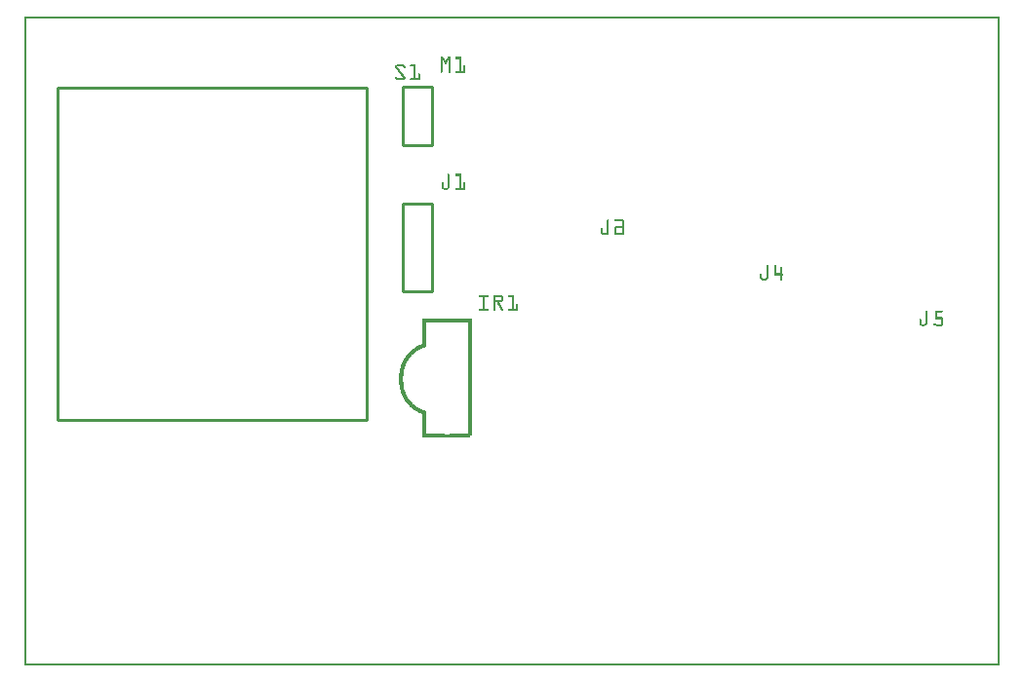
<source format=gto>
G04 MADE WITH FRITZING*
G04 WWW.FRITZING.ORG*
G04 DOUBLE SIDED*
G04 HOLES PLATED*
G04 CONTOUR ON CENTER OF CONTOUR VECTOR*
%ASAXBY*%
%FSLAX23Y23*%
%MOIN*%
%OFA0B0*%
%SFA1.0B1.0*%
%ADD10R,1.067601X1.146991X1.045379X1.124769*%
%ADD11C,0.011111*%
%ADD12C,0.010000*%
%ADD13R,0.001000X0.001000*%
%LNSILK1*%
G90*
G70*
G54D11*
X114Y1977D02*
X1171Y1977D01*
X1171Y842D01*
X114Y842D01*
X114Y1977D01*
D02*
G54D12*
X1294Y1583D02*
X1294Y1283D01*
D02*
X1294Y1283D02*
X1394Y1283D01*
D02*
X1394Y1283D02*
X1394Y1583D01*
D02*
X1394Y1583D02*
X1294Y1583D01*
D02*
X1294Y1583D02*
X1294Y1283D01*
D02*
X1294Y1283D02*
X1394Y1283D01*
D02*
X1394Y1283D02*
X1394Y1583D01*
D02*
X1394Y1583D02*
X1294Y1583D01*
D02*
X1294Y1583D02*
X1294Y1283D01*
D02*
X1294Y1283D02*
X1394Y1283D01*
D02*
X1394Y1283D02*
X1394Y1583D01*
D02*
X1394Y1583D02*
X1294Y1583D01*
D02*
X1294Y1583D02*
X1294Y1283D01*
D02*
X1294Y1283D02*
X1394Y1283D01*
D02*
X1394Y1283D02*
X1394Y1583D01*
D02*
X1394Y1583D02*
X1294Y1583D01*
D02*
X1294Y1583D02*
X1294Y1283D01*
D02*
X1294Y1283D02*
X1394Y1283D01*
D02*
X1394Y1283D02*
X1394Y1583D01*
D02*
X1394Y1583D02*
X1294Y1583D01*
D02*
X1294Y1583D02*
X1294Y1283D01*
D02*
X1294Y1283D02*
X1394Y1283D01*
D02*
X1394Y1283D02*
X1394Y1583D01*
D02*
X1394Y1583D02*
X1294Y1583D01*
D02*
X1294Y1983D02*
X1294Y1783D01*
D02*
X1294Y1783D02*
X1394Y1783D01*
D02*
X1394Y1783D02*
X1394Y1983D01*
D02*
X1394Y1983D02*
X1294Y1983D01*
D02*
X1294Y1983D02*
X1294Y1783D01*
D02*
X1294Y1783D02*
X1394Y1783D01*
D02*
X1394Y1783D02*
X1394Y1983D01*
D02*
X1394Y1983D02*
X1294Y1983D01*
G54D13*
X0Y2222D02*
X3332Y2222D01*
X0Y2221D02*
X3332Y2221D01*
X0Y2220D02*
X3332Y2220D01*
X0Y2219D02*
X3332Y2219D01*
X0Y2218D02*
X3332Y2218D01*
X0Y2217D02*
X3332Y2217D01*
X0Y2216D02*
X3332Y2216D01*
X0Y2215D02*
X3332Y2215D01*
X0Y2214D02*
X7Y2214D01*
X3325Y2214D02*
X3332Y2214D01*
X0Y2213D02*
X7Y2213D01*
X3325Y2213D02*
X3332Y2213D01*
X0Y2212D02*
X7Y2212D01*
X3325Y2212D02*
X3332Y2212D01*
X0Y2211D02*
X7Y2211D01*
X3325Y2211D02*
X3332Y2211D01*
X0Y2210D02*
X7Y2210D01*
X3325Y2210D02*
X3332Y2210D01*
X0Y2209D02*
X7Y2209D01*
X3325Y2209D02*
X3332Y2209D01*
X0Y2208D02*
X7Y2208D01*
X3325Y2208D02*
X3332Y2208D01*
X0Y2207D02*
X7Y2207D01*
X3325Y2207D02*
X3332Y2207D01*
X0Y2206D02*
X7Y2206D01*
X3325Y2206D02*
X3332Y2206D01*
X0Y2205D02*
X7Y2205D01*
X3325Y2205D02*
X3332Y2205D01*
X0Y2204D02*
X7Y2204D01*
X3325Y2204D02*
X3332Y2204D01*
X0Y2203D02*
X7Y2203D01*
X3325Y2203D02*
X3332Y2203D01*
X0Y2202D02*
X7Y2202D01*
X3325Y2202D02*
X3332Y2202D01*
X0Y2201D02*
X7Y2201D01*
X3325Y2201D02*
X3332Y2201D01*
X0Y2200D02*
X7Y2200D01*
X3325Y2200D02*
X3332Y2200D01*
X0Y2199D02*
X7Y2199D01*
X3325Y2199D02*
X3332Y2199D01*
X0Y2198D02*
X7Y2198D01*
X3325Y2198D02*
X3332Y2198D01*
X0Y2197D02*
X7Y2197D01*
X3325Y2197D02*
X3332Y2197D01*
X0Y2196D02*
X7Y2196D01*
X3325Y2196D02*
X3332Y2196D01*
X0Y2195D02*
X7Y2195D01*
X3325Y2195D02*
X3332Y2195D01*
X0Y2194D02*
X7Y2194D01*
X3325Y2194D02*
X3332Y2194D01*
X0Y2193D02*
X7Y2193D01*
X3325Y2193D02*
X3332Y2193D01*
X0Y2192D02*
X7Y2192D01*
X3325Y2192D02*
X3332Y2192D01*
X0Y2191D02*
X7Y2191D01*
X3325Y2191D02*
X3332Y2191D01*
X0Y2190D02*
X7Y2190D01*
X3325Y2190D02*
X3332Y2190D01*
X0Y2189D02*
X7Y2189D01*
X3325Y2189D02*
X3332Y2189D01*
X0Y2188D02*
X7Y2188D01*
X3325Y2188D02*
X3332Y2188D01*
X0Y2187D02*
X7Y2187D01*
X3325Y2187D02*
X3332Y2187D01*
X0Y2186D02*
X7Y2186D01*
X3325Y2186D02*
X3332Y2186D01*
X0Y2185D02*
X7Y2185D01*
X3325Y2185D02*
X3332Y2185D01*
X0Y2184D02*
X7Y2184D01*
X3325Y2184D02*
X3332Y2184D01*
X0Y2183D02*
X7Y2183D01*
X3325Y2183D02*
X3332Y2183D01*
X0Y2182D02*
X7Y2182D01*
X3325Y2182D02*
X3332Y2182D01*
X0Y2181D02*
X7Y2181D01*
X3325Y2181D02*
X3332Y2181D01*
X0Y2180D02*
X7Y2180D01*
X3325Y2180D02*
X3332Y2180D01*
X0Y2179D02*
X7Y2179D01*
X3325Y2179D02*
X3332Y2179D01*
X0Y2178D02*
X7Y2178D01*
X3325Y2178D02*
X3332Y2178D01*
X0Y2177D02*
X7Y2177D01*
X3325Y2177D02*
X3332Y2177D01*
X0Y2176D02*
X7Y2176D01*
X3325Y2176D02*
X3332Y2176D01*
X0Y2175D02*
X7Y2175D01*
X3325Y2175D02*
X3332Y2175D01*
X0Y2174D02*
X7Y2174D01*
X3325Y2174D02*
X3332Y2174D01*
X0Y2173D02*
X7Y2173D01*
X3325Y2173D02*
X3332Y2173D01*
X0Y2172D02*
X7Y2172D01*
X3325Y2172D02*
X3332Y2172D01*
X0Y2171D02*
X7Y2171D01*
X3325Y2171D02*
X3332Y2171D01*
X0Y2170D02*
X7Y2170D01*
X3325Y2170D02*
X3332Y2170D01*
X0Y2169D02*
X7Y2169D01*
X3325Y2169D02*
X3332Y2169D01*
X0Y2168D02*
X7Y2168D01*
X3325Y2168D02*
X3332Y2168D01*
X0Y2167D02*
X7Y2167D01*
X3325Y2167D02*
X3332Y2167D01*
X0Y2166D02*
X7Y2166D01*
X3325Y2166D02*
X3332Y2166D01*
X0Y2165D02*
X7Y2165D01*
X3325Y2165D02*
X3332Y2165D01*
X0Y2164D02*
X7Y2164D01*
X3325Y2164D02*
X3332Y2164D01*
X0Y2163D02*
X7Y2163D01*
X3325Y2163D02*
X3332Y2163D01*
X0Y2162D02*
X7Y2162D01*
X3325Y2162D02*
X3332Y2162D01*
X0Y2161D02*
X7Y2161D01*
X3325Y2161D02*
X3332Y2161D01*
X0Y2160D02*
X7Y2160D01*
X3325Y2160D02*
X3332Y2160D01*
X0Y2159D02*
X7Y2159D01*
X3325Y2159D02*
X3332Y2159D01*
X0Y2158D02*
X7Y2158D01*
X3325Y2158D02*
X3332Y2158D01*
X0Y2157D02*
X7Y2157D01*
X3325Y2157D02*
X3332Y2157D01*
X0Y2156D02*
X7Y2156D01*
X3325Y2156D02*
X3332Y2156D01*
X0Y2155D02*
X7Y2155D01*
X3325Y2155D02*
X3332Y2155D01*
X0Y2154D02*
X7Y2154D01*
X3325Y2154D02*
X3332Y2154D01*
X0Y2153D02*
X7Y2153D01*
X3325Y2153D02*
X3332Y2153D01*
X0Y2152D02*
X7Y2152D01*
X3325Y2152D02*
X3332Y2152D01*
X0Y2151D02*
X7Y2151D01*
X3325Y2151D02*
X3332Y2151D01*
X0Y2150D02*
X7Y2150D01*
X3325Y2150D02*
X3332Y2150D01*
X0Y2149D02*
X7Y2149D01*
X3325Y2149D02*
X3332Y2149D01*
X0Y2148D02*
X7Y2148D01*
X3325Y2148D02*
X3332Y2148D01*
X0Y2147D02*
X7Y2147D01*
X3325Y2147D02*
X3332Y2147D01*
X0Y2146D02*
X7Y2146D01*
X3325Y2146D02*
X3332Y2146D01*
X0Y2145D02*
X7Y2145D01*
X3325Y2145D02*
X3332Y2145D01*
X0Y2144D02*
X7Y2144D01*
X3325Y2144D02*
X3332Y2144D01*
X0Y2143D02*
X7Y2143D01*
X3325Y2143D02*
X3332Y2143D01*
X0Y2142D02*
X7Y2142D01*
X3325Y2142D02*
X3332Y2142D01*
X0Y2141D02*
X7Y2141D01*
X3325Y2141D02*
X3332Y2141D01*
X0Y2140D02*
X7Y2140D01*
X3325Y2140D02*
X3332Y2140D01*
X0Y2139D02*
X7Y2139D01*
X3325Y2139D02*
X3332Y2139D01*
X0Y2138D02*
X7Y2138D01*
X3325Y2138D02*
X3332Y2138D01*
X0Y2137D02*
X7Y2137D01*
X3325Y2137D02*
X3332Y2137D01*
X0Y2136D02*
X7Y2136D01*
X3325Y2136D02*
X3332Y2136D01*
X0Y2135D02*
X7Y2135D01*
X3325Y2135D02*
X3332Y2135D01*
X0Y2134D02*
X7Y2134D01*
X3325Y2134D02*
X3332Y2134D01*
X0Y2133D02*
X7Y2133D01*
X3325Y2133D02*
X3332Y2133D01*
X0Y2132D02*
X7Y2132D01*
X3325Y2132D02*
X3332Y2132D01*
X0Y2131D02*
X7Y2131D01*
X3325Y2131D02*
X3332Y2131D01*
X0Y2130D02*
X7Y2130D01*
X3325Y2130D02*
X3332Y2130D01*
X0Y2129D02*
X7Y2129D01*
X3325Y2129D02*
X3332Y2129D01*
X0Y2128D02*
X7Y2128D01*
X3325Y2128D02*
X3332Y2128D01*
X0Y2127D02*
X7Y2127D01*
X3325Y2127D02*
X3332Y2127D01*
X0Y2126D02*
X7Y2126D01*
X3325Y2126D02*
X3332Y2126D01*
X0Y2125D02*
X7Y2125D01*
X3325Y2125D02*
X3332Y2125D01*
X0Y2124D02*
X7Y2124D01*
X3325Y2124D02*
X3332Y2124D01*
X0Y2123D02*
X7Y2123D01*
X3325Y2123D02*
X3332Y2123D01*
X0Y2122D02*
X7Y2122D01*
X3325Y2122D02*
X3332Y2122D01*
X0Y2121D02*
X7Y2121D01*
X3325Y2121D02*
X3332Y2121D01*
X0Y2120D02*
X7Y2120D01*
X3325Y2120D02*
X3332Y2120D01*
X0Y2119D02*
X7Y2119D01*
X3325Y2119D02*
X3332Y2119D01*
X0Y2118D02*
X7Y2118D01*
X3325Y2118D02*
X3332Y2118D01*
X0Y2117D02*
X7Y2117D01*
X3325Y2117D02*
X3332Y2117D01*
X0Y2116D02*
X7Y2116D01*
X3325Y2116D02*
X3332Y2116D01*
X0Y2115D02*
X7Y2115D01*
X3325Y2115D02*
X3332Y2115D01*
X0Y2114D02*
X7Y2114D01*
X3325Y2114D02*
X3332Y2114D01*
X0Y2113D02*
X7Y2113D01*
X3325Y2113D02*
X3332Y2113D01*
X0Y2112D02*
X7Y2112D01*
X3325Y2112D02*
X3332Y2112D01*
X0Y2111D02*
X7Y2111D01*
X3325Y2111D02*
X3332Y2111D01*
X0Y2110D02*
X7Y2110D01*
X3325Y2110D02*
X3332Y2110D01*
X0Y2109D02*
X7Y2109D01*
X3325Y2109D02*
X3332Y2109D01*
X0Y2108D02*
X7Y2108D01*
X3325Y2108D02*
X3332Y2108D01*
X0Y2107D02*
X7Y2107D01*
X3325Y2107D02*
X3332Y2107D01*
X0Y2106D02*
X7Y2106D01*
X3325Y2106D02*
X3332Y2106D01*
X0Y2105D02*
X7Y2105D01*
X3325Y2105D02*
X3332Y2105D01*
X0Y2104D02*
X7Y2104D01*
X3325Y2104D02*
X3332Y2104D01*
X0Y2103D02*
X7Y2103D01*
X3325Y2103D02*
X3332Y2103D01*
X0Y2102D02*
X7Y2102D01*
X3325Y2102D02*
X3332Y2102D01*
X0Y2101D02*
X7Y2101D01*
X3325Y2101D02*
X3332Y2101D01*
X0Y2100D02*
X7Y2100D01*
X3325Y2100D02*
X3332Y2100D01*
X0Y2099D02*
X7Y2099D01*
X3325Y2099D02*
X3332Y2099D01*
X0Y2098D02*
X7Y2098D01*
X3325Y2098D02*
X3332Y2098D01*
X0Y2097D02*
X7Y2097D01*
X3325Y2097D02*
X3332Y2097D01*
X0Y2096D02*
X7Y2096D01*
X3325Y2096D02*
X3332Y2096D01*
X0Y2095D02*
X7Y2095D01*
X3325Y2095D02*
X3332Y2095D01*
X0Y2094D02*
X7Y2094D01*
X3325Y2094D02*
X3332Y2094D01*
X0Y2093D02*
X7Y2093D01*
X3325Y2093D02*
X3332Y2093D01*
X0Y2092D02*
X7Y2092D01*
X3325Y2092D02*
X3332Y2092D01*
X0Y2091D02*
X7Y2091D01*
X3325Y2091D02*
X3332Y2091D01*
X0Y2090D02*
X7Y2090D01*
X3325Y2090D02*
X3332Y2090D01*
X0Y2089D02*
X7Y2089D01*
X3325Y2089D02*
X3332Y2089D01*
X0Y2088D02*
X7Y2088D01*
X3325Y2088D02*
X3332Y2088D01*
X0Y2087D02*
X7Y2087D01*
X3325Y2087D02*
X3332Y2087D01*
X0Y2086D02*
X7Y2086D01*
X3325Y2086D02*
X3332Y2086D01*
X0Y2085D02*
X7Y2085D01*
X3325Y2085D02*
X3332Y2085D01*
X0Y2084D02*
X7Y2084D01*
X3325Y2084D02*
X3332Y2084D01*
X0Y2083D02*
X7Y2083D01*
X1422Y2083D02*
X1430Y2083D01*
X1448Y2083D02*
X1456Y2083D01*
X1474Y2083D02*
X1492Y2083D01*
X3325Y2083D02*
X3332Y2083D01*
X0Y2082D02*
X7Y2082D01*
X1422Y2082D02*
X1431Y2082D01*
X1447Y2082D02*
X1456Y2082D01*
X1473Y2082D02*
X1492Y2082D01*
X3325Y2082D02*
X3332Y2082D01*
X0Y2081D02*
X7Y2081D01*
X1422Y2081D02*
X1432Y2081D01*
X1446Y2081D02*
X1456Y2081D01*
X1472Y2081D02*
X1492Y2081D01*
X3325Y2081D02*
X3332Y2081D01*
X0Y2080D02*
X7Y2080D01*
X1422Y2080D02*
X1432Y2080D01*
X1445Y2080D02*
X1456Y2080D01*
X1472Y2080D02*
X1492Y2080D01*
X3325Y2080D02*
X3332Y2080D01*
X0Y2079D02*
X7Y2079D01*
X1422Y2079D02*
X1433Y2079D01*
X1445Y2079D02*
X1456Y2079D01*
X1472Y2079D02*
X1492Y2079D01*
X3325Y2079D02*
X3332Y2079D01*
X0Y2078D02*
X7Y2078D01*
X1422Y2078D02*
X1434Y2078D01*
X1444Y2078D02*
X1456Y2078D01*
X1473Y2078D02*
X1492Y2078D01*
X3325Y2078D02*
X3332Y2078D01*
X0Y2077D02*
X7Y2077D01*
X1422Y2077D02*
X1434Y2077D01*
X1443Y2077D02*
X1456Y2077D01*
X1474Y2077D02*
X1492Y2077D01*
X3325Y2077D02*
X3332Y2077D01*
X0Y2076D02*
X7Y2076D01*
X1422Y2076D02*
X1435Y2076D01*
X1443Y2076D02*
X1456Y2076D01*
X1486Y2076D02*
X1492Y2076D01*
X3325Y2076D02*
X3332Y2076D01*
X0Y2075D02*
X7Y2075D01*
X1422Y2075D02*
X1436Y2075D01*
X1442Y2075D02*
X1456Y2075D01*
X1486Y2075D02*
X1492Y2075D01*
X3325Y2075D02*
X3332Y2075D01*
X0Y2074D02*
X7Y2074D01*
X1422Y2074D02*
X1437Y2074D01*
X1441Y2074D02*
X1456Y2074D01*
X1486Y2074D02*
X1492Y2074D01*
X3325Y2074D02*
X3332Y2074D01*
X0Y2073D02*
X7Y2073D01*
X1422Y2073D02*
X1437Y2073D01*
X1441Y2073D02*
X1448Y2073D01*
X1450Y2073D02*
X1456Y2073D01*
X1486Y2073D02*
X1492Y2073D01*
X3325Y2073D02*
X3332Y2073D01*
X0Y2072D02*
X7Y2072D01*
X1422Y2072D02*
X1428Y2072D01*
X1430Y2072D02*
X1438Y2072D01*
X1440Y2072D02*
X1447Y2072D01*
X1450Y2072D02*
X1456Y2072D01*
X1486Y2072D02*
X1492Y2072D01*
X3325Y2072D02*
X3332Y2072D01*
X0Y2071D02*
X7Y2071D01*
X1422Y2071D02*
X1428Y2071D01*
X1431Y2071D02*
X1447Y2071D01*
X1450Y2071D02*
X1456Y2071D01*
X1486Y2071D02*
X1492Y2071D01*
X3325Y2071D02*
X3332Y2071D01*
X0Y2070D02*
X7Y2070D01*
X1422Y2070D02*
X1428Y2070D01*
X1432Y2070D02*
X1446Y2070D01*
X1450Y2070D02*
X1456Y2070D01*
X1486Y2070D02*
X1492Y2070D01*
X3325Y2070D02*
X3332Y2070D01*
X0Y2069D02*
X7Y2069D01*
X1422Y2069D02*
X1428Y2069D01*
X1432Y2069D02*
X1445Y2069D01*
X1450Y2069D02*
X1456Y2069D01*
X1486Y2069D02*
X1492Y2069D01*
X3325Y2069D02*
X3332Y2069D01*
X0Y2068D02*
X7Y2068D01*
X1422Y2068D02*
X1428Y2068D01*
X1433Y2068D02*
X1445Y2068D01*
X1450Y2068D02*
X1456Y2068D01*
X1486Y2068D02*
X1492Y2068D01*
X3325Y2068D02*
X3332Y2068D01*
X0Y2067D02*
X7Y2067D01*
X1422Y2067D02*
X1428Y2067D01*
X1434Y2067D02*
X1444Y2067D01*
X1450Y2067D02*
X1456Y2067D01*
X1486Y2067D02*
X1492Y2067D01*
X3325Y2067D02*
X3332Y2067D01*
X0Y2066D02*
X7Y2066D01*
X1422Y2066D02*
X1428Y2066D01*
X1435Y2066D02*
X1443Y2066D01*
X1450Y2066D02*
X1456Y2066D01*
X1486Y2066D02*
X1492Y2066D01*
X3325Y2066D02*
X3332Y2066D01*
X0Y2065D02*
X7Y2065D01*
X1422Y2065D02*
X1428Y2065D01*
X1435Y2065D02*
X1443Y2065D01*
X1450Y2065D02*
X1456Y2065D01*
X1486Y2065D02*
X1492Y2065D01*
X3325Y2065D02*
X3332Y2065D01*
X0Y2064D02*
X7Y2064D01*
X1422Y2064D02*
X1428Y2064D01*
X1436Y2064D02*
X1442Y2064D01*
X1450Y2064D02*
X1456Y2064D01*
X1486Y2064D02*
X1492Y2064D01*
X3325Y2064D02*
X3332Y2064D01*
X0Y2063D02*
X7Y2063D01*
X1422Y2063D02*
X1428Y2063D01*
X1436Y2063D02*
X1442Y2063D01*
X1450Y2063D02*
X1456Y2063D01*
X1486Y2063D02*
X1492Y2063D01*
X3325Y2063D02*
X3332Y2063D01*
X0Y2062D02*
X7Y2062D01*
X1422Y2062D02*
X1428Y2062D01*
X1436Y2062D02*
X1442Y2062D01*
X1450Y2062D02*
X1456Y2062D01*
X1486Y2062D02*
X1492Y2062D01*
X3325Y2062D02*
X3332Y2062D01*
X0Y2061D02*
X7Y2061D01*
X1422Y2061D02*
X1428Y2061D01*
X1436Y2061D02*
X1442Y2061D01*
X1450Y2061D02*
X1456Y2061D01*
X1486Y2061D02*
X1492Y2061D01*
X3325Y2061D02*
X3332Y2061D01*
X0Y2060D02*
X7Y2060D01*
X1422Y2060D02*
X1428Y2060D01*
X1437Y2060D02*
X1441Y2060D01*
X1450Y2060D02*
X1456Y2060D01*
X1486Y2060D02*
X1492Y2060D01*
X3325Y2060D02*
X3332Y2060D01*
X0Y2059D02*
X7Y2059D01*
X1422Y2059D02*
X1428Y2059D01*
X1438Y2059D02*
X1440Y2059D01*
X1450Y2059D02*
X1456Y2059D01*
X1486Y2059D02*
X1492Y2059D01*
X3325Y2059D02*
X3332Y2059D01*
X0Y2058D02*
X7Y2058D01*
X1422Y2058D02*
X1428Y2058D01*
X1450Y2058D02*
X1456Y2058D01*
X1486Y2058D02*
X1492Y2058D01*
X3325Y2058D02*
X3332Y2058D01*
X0Y2057D02*
X7Y2057D01*
X1272Y2057D02*
X1295Y2057D01*
X1319Y2057D02*
X1337Y2057D01*
X1422Y2057D02*
X1428Y2057D01*
X1450Y2057D02*
X1456Y2057D01*
X1486Y2057D02*
X1492Y2057D01*
X3325Y2057D02*
X3332Y2057D01*
X0Y2056D02*
X7Y2056D01*
X1270Y2056D02*
X1296Y2056D01*
X1318Y2056D02*
X1337Y2056D01*
X1422Y2056D02*
X1428Y2056D01*
X1450Y2056D02*
X1456Y2056D01*
X1486Y2056D02*
X1492Y2056D01*
X3325Y2056D02*
X3332Y2056D01*
X0Y2055D02*
X7Y2055D01*
X1269Y2055D02*
X1298Y2055D01*
X1317Y2055D02*
X1337Y2055D01*
X1422Y2055D02*
X1428Y2055D01*
X1450Y2055D02*
X1456Y2055D01*
X1486Y2055D02*
X1492Y2055D01*
X3325Y2055D02*
X3332Y2055D01*
X0Y2054D02*
X7Y2054D01*
X1269Y2054D02*
X1299Y2054D01*
X1317Y2054D02*
X1337Y2054D01*
X1422Y2054D02*
X1428Y2054D01*
X1450Y2054D02*
X1456Y2054D01*
X1486Y2054D02*
X1492Y2054D01*
X3325Y2054D02*
X3332Y2054D01*
X0Y2053D02*
X7Y2053D01*
X1268Y2053D02*
X1299Y2053D01*
X1317Y2053D02*
X1337Y2053D01*
X1422Y2053D02*
X1428Y2053D01*
X1450Y2053D02*
X1456Y2053D01*
X1486Y2053D02*
X1492Y2053D01*
X1501Y2053D02*
X1505Y2053D01*
X3325Y2053D02*
X3332Y2053D01*
X0Y2052D02*
X7Y2052D01*
X1268Y2052D02*
X1300Y2052D01*
X1318Y2052D02*
X1337Y2052D01*
X1422Y2052D02*
X1428Y2052D01*
X1450Y2052D02*
X1456Y2052D01*
X1486Y2052D02*
X1492Y2052D01*
X1500Y2052D02*
X1505Y2052D01*
X3325Y2052D02*
X3332Y2052D01*
X0Y2051D02*
X7Y2051D01*
X1267Y2051D02*
X1300Y2051D01*
X1319Y2051D02*
X1337Y2051D01*
X1422Y2051D02*
X1428Y2051D01*
X1450Y2051D02*
X1456Y2051D01*
X1486Y2051D02*
X1492Y2051D01*
X1500Y2051D02*
X1506Y2051D01*
X3325Y2051D02*
X3332Y2051D01*
X0Y2050D02*
X7Y2050D01*
X1267Y2050D02*
X1273Y2050D01*
X1294Y2050D02*
X1301Y2050D01*
X1331Y2050D02*
X1337Y2050D01*
X1422Y2050D02*
X1428Y2050D01*
X1450Y2050D02*
X1456Y2050D01*
X1486Y2050D02*
X1492Y2050D01*
X1500Y2050D02*
X1506Y2050D01*
X3325Y2050D02*
X3332Y2050D01*
X0Y2049D02*
X7Y2049D01*
X1267Y2049D02*
X1274Y2049D01*
X1295Y2049D02*
X1301Y2049D01*
X1331Y2049D02*
X1337Y2049D01*
X1422Y2049D02*
X1428Y2049D01*
X1450Y2049D02*
X1456Y2049D01*
X1486Y2049D02*
X1492Y2049D01*
X1500Y2049D02*
X1506Y2049D01*
X3325Y2049D02*
X3332Y2049D01*
X0Y2048D02*
X7Y2048D01*
X1267Y2048D02*
X1274Y2048D01*
X1295Y2048D02*
X1301Y2048D01*
X1331Y2048D02*
X1337Y2048D01*
X1422Y2048D02*
X1428Y2048D01*
X1450Y2048D02*
X1456Y2048D01*
X1486Y2048D02*
X1492Y2048D01*
X1500Y2048D02*
X1506Y2048D01*
X3325Y2048D02*
X3332Y2048D01*
X0Y2047D02*
X7Y2047D01*
X1268Y2047D02*
X1275Y2047D01*
X1295Y2047D02*
X1301Y2047D01*
X1331Y2047D02*
X1337Y2047D01*
X1422Y2047D02*
X1428Y2047D01*
X1450Y2047D02*
X1456Y2047D01*
X1486Y2047D02*
X1492Y2047D01*
X1500Y2047D02*
X1506Y2047D01*
X3325Y2047D02*
X3332Y2047D01*
X0Y2046D02*
X7Y2046D01*
X1268Y2046D02*
X1276Y2046D01*
X1296Y2046D02*
X1300Y2046D01*
X1331Y2046D02*
X1337Y2046D01*
X1422Y2046D02*
X1428Y2046D01*
X1450Y2046D02*
X1456Y2046D01*
X1486Y2046D02*
X1492Y2046D01*
X1500Y2046D02*
X1506Y2046D01*
X3325Y2046D02*
X3332Y2046D01*
X0Y2045D02*
X7Y2045D01*
X1269Y2045D02*
X1277Y2045D01*
X1297Y2045D02*
X1299Y2045D01*
X1331Y2045D02*
X1337Y2045D01*
X1422Y2045D02*
X1428Y2045D01*
X1450Y2045D02*
X1456Y2045D01*
X1486Y2045D02*
X1492Y2045D01*
X1500Y2045D02*
X1506Y2045D01*
X3325Y2045D02*
X3332Y2045D01*
X0Y2044D02*
X7Y2044D01*
X1269Y2044D02*
X1277Y2044D01*
X1331Y2044D02*
X1337Y2044D01*
X1422Y2044D02*
X1428Y2044D01*
X1450Y2044D02*
X1456Y2044D01*
X1486Y2044D02*
X1492Y2044D01*
X1500Y2044D02*
X1506Y2044D01*
X3325Y2044D02*
X3332Y2044D01*
X0Y2043D02*
X7Y2043D01*
X1270Y2043D02*
X1278Y2043D01*
X1331Y2043D02*
X1337Y2043D01*
X1422Y2043D02*
X1428Y2043D01*
X1450Y2043D02*
X1456Y2043D01*
X1486Y2043D02*
X1492Y2043D01*
X1500Y2043D02*
X1506Y2043D01*
X3325Y2043D02*
X3332Y2043D01*
X0Y2042D02*
X7Y2042D01*
X1271Y2042D02*
X1279Y2042D01*
X1331Y2042D02*
X1337Y2042D01*
X1422Y2042D02*
X1428Y2042D01*
X1450Y2042D02*
X1456Y2042D01*
X1486Y2042D02*
X1492Y2042D01*
X1500Y2042D02*
X1506Y2042D01*
X3325Y2042D02*
X3332Y2042D01*
X0Y2041D02*
X7Y2041D01*
X1272Y2041D02*
X1280Y2041D01*
X1331Y2041D02*
X1337Y2041D01*
X1422Y2041D02*
X1428Y2041D01*
X1450Y2041D02*
X1456Y2041D01*
X1486Y2041D02*
X1492Y2041D01*
X1500Y2041D02*
X1506Y2041D01*
X3325Y2041D02*
X3332Y2041D01*
X0Y2040D02*
X7Y2040D01*
X1273Y2040D02*
X1281Y2040D01*
X1331Y2040D02*
X1337Y2040D01*
X1422Y2040D02*
X1428Y2040D01*
X1450Y2040D02*
X1456Y2040D01*
X1486Y2040D02*
X1492Y2040D01*
X1500Y2040D02*
X1506Y2040D01*
X3325Y2040D02*
X3332Y2040D01*
X0Y2039D02*
X7Y2039D01*
X1273Y2039D02*
X1281Y2039D01*
X1331Y2039D02*
X1337Y2039D01*
X1422Y2039D02*
X1428Y2039D01*
X1450Y2039D02*
X1456Y2039D01*
X1486Y2039D02*
X1492Y2039D01*
X1500Y2039D02*
X1506Y2039D01*
X3325Y2039D02*
X3332Y2039D01*
X0Y2038D02*
X7Y2038D01*
X1274Y2038D02*
X1282Y2038D01*
X1331Y2038D02*
X1337Y2038D01*
X1422Y2038D02*
X1428Y2038D01*
X1450Y2038D02*
X1456Y2038D01*
X1486Y2038D02*
X1492Y2038D01*
X1500Y2038D02*
X1506Y2038D01*
X3325Y2038D02*
X3332Y2038D01*
X0Y2037D02*
X7Y2037D01*
X1275Y2037D02*
X1283Y2037D01*
X1331Y2037D02*
X1337Y2037D01*
X1422Y2037D02*
X1428Y2037D01*
X1450Y2037D02*
X1456Y2037D01*
X1486Y2037D02*
X1492Y2037D01*
X1500Y2037D02*
X1506Y2037D01*
X3325Y2037D02*
X3332Y2037D01*
X0Y2036D02*
X7Y2036D01*
X1276Y2036D02*
X1284Y2036D01*
X1331Y2036D02*
X1337Y2036D01*
X1422Y2036D02*
X1428Y2036D01*
X1450Y2036D02*
X1456Y2036D01*
X1474Y2036D02*
X1506Y2036D01*
X3325Y2036D02*
X3332Y2036D01*
X0Y2035D02*
X7Y2035D01*
X1276Y2035D02*
X1284Y2035D01*
X1331Y2035D02*
X1337Y2035D01*
X1422Y2035D02*
X1428Y2035D01*
X1450Y2035D02*
X1456Y2035D01*
X1473Y2035D02*
X1506Y2035D01*
X3325Y2035D02*
X3332Y2035D01*
X0Y2034D02*
X7Y2034D01*
X1277Y2034D02*
X1285Y2034D01*
X1331Y2034D02*
X1337Y2034D01*
X1422Y2034D02*
X1428Y2034D01*
X1450Y2034D02*
X1456Y2034D01*
X1472Y2034D02*
X1506Y2034D01*
X3325Y2034D02*
X3332Y2034D01*
X0Y2033D02*
X7Y2033D01*
X1278Y2033D02*
X1286Y2033D01*
X1331Y2033D02*
X1337Y2033D01*
X1422Y2033D02*
X1428Y2033D01*
X1450Y2033D02*
X1456Y2033D01*
X1472Y2033D02*
X1506Y2033D01*
X3325Y2033D02*
X3332Y2033D01*
X0Y2032D02*
X7Y2032D01*
X1279Y2032D02*
X1287Y2032D01*
X1331Y2032D02*
X1337Y2032D01*
X1422Y2032D02*
X1428Y2032D01*
X1450Y2032D02*
X1456Y2032D01*
X1472Y2032D02*
X1506Y2032D01*
X3325Y2032D02*
X3332Y2032D01*
X0Y2031D02*
X7Y2031D01*
X1280Y2031D02*
X1288Y2031D01*
X1331Y2031D02*
X1337Y2031D01*
X1423Y2031D02*
X1428Y2031D01*
X1450Y2031D02*
X1455Y2031D01*
X1473Y2031D02*
X1505Y2031D01*
X3325Y2031D02*
X3332Y2031D01*
X0Y2030D02*
X7Y2030D01*
X1280Y2030D02*
X1288Y2030D01*
X1331Y2030D02*
X1337Y2030D01*
X1424Y2030D02*
X1427Y2030D01*
X1451Y2030D02*
X1454Y2030D01*
X1474Y2030D02*
X1504Y2030D01*
X3325Y2030D02*
X3332Y2030D01*
X0Y2029D02*
X7Y2029D01*
X1281Y2029D02*
X1289Y2029D01*
X1331Y2029D02*
X1337Y2029D01*
X3325Y2029D02*
X3332Y2029D01*
X0Y2028D02*
X7Y2028D01*
X1282Y2028D02*
X1290Y2028D01*
X1331Y2028D02*
X1337Y2028D01*
X1348Y2028D02*
X1348Y2028D01*
X3325Y2028D02*
X3332Y2028D01*
X0Y2027D02*
X7Y2027D01*
X1283Y2027D02*
X1291Y2027D01*
X1331Y2027D02*
X1337Y2027D01*
X1346Y2027D02*
X1350Y2027D01*
X3325Y2027D02*
X3332Y2027D01*
X0Y2026D02*
X7Y2026D01*
X1283Y2026D02*
X1291Y2026D01*
X1331Y2026D02*
X1337Y2026D01*
X1345Y2026D02*
X1350Y2026D01*
X3325Y2026D02*
X3332Y2026D01*
X0Y2025D02*
X7Y2025D01*
X1284Y2025D02*
X1292Y2025D01*
X1331Y2025D02*
X1337Y2025D01*
X1345Y2025D02*
X1351Y2025D01*
X3325Y2025D02*
X3332Y2025D01*
X0Y2024D02*
X7Y2024D01*
X1285Y2024D02*
X1293Y2024D01*
X1331Y2024D02*
X1337Y2024D01*
X1345Y2024D02*
X1351Y2024D01*
X3325Y2024D02*
X3332Y2024D01*
X0Y2023D02*
X7Y2023D01*
X1286Y2023D02*
X1294Y2023D01*
X1331Y2023D02*
X1337Y2023D01*
X1345Y2023D02*
X1351Y2023D01*
X3325Y2023D02*
X3332Y2023D01*
X0Y2022D02*
X7Y2022D01*
X1287Y2022D02*
X1295Y2022D01*
X1331Y2022D02*
X1337Y2022D01*
X1345Y2022D02*
X1351Y2022D01*
X3325Y2022D02*
X3332Y2022D01*
X0Y2021D02*
X7Y2021D01*
X1287Y2021D02*
X1295Y2021D01*
X1331Y2021D02*
X1337Y2021D01*
X1345Y2021D02*
X1351Y2021D01*
X3325Y2021D02*
X3332Y2021D01*
X0Y2020D02*
X7Y2020D01*
X1288Y2020D02*
X1296Y2020D01*
X1331Y2020D02*
X1337Y2020D01*
X1345Y2020D02*
X1351Y2020D01*
X3325Y2020D02*
X3332Y2020D01*
X0Y2019D02*
X7Y2019D01*
X1289Y2019D02*
X1297Y2019D01*
X1331Y2019D02*
X1337Y2019D01*
X1345Y2019D02*
X1351Y2019D01*
X3325Y2019D02*
X3332Y2019D01*
X0Y2018D02*
X7Y2018D01*
X1290Y2018D02*
X1298Y2018D01*
X1331Y2018D02*
X1337Y2018D01*
X1345Y2018D02*
X1351Y2018D01*
X3325Y2018D02*
X3332Y2018D01*
X0Y2017D02*
X7Y2017D01*
X1290Y2017D02*
X1298Y2017D01*
X1331Y2017D02*
X1337Y2017D01*
X1345Y2017D02*
X1351Y2017D01*
X3325Y2017D02*
X3332Y2017D01*
X0Y2016D02*
X7Y2016D01*
X1269Y2016D02*
X1271Y2016D01*
X1291Y2016D02*
X1299Y2016D01*
X1331Y2016D02*
X1337Y2016D01*
X1345Y2016D02*
X1351Y2016D01*
X3325Y2016D02*
X3332Y2016D01*
X0Y2015D02*
X7Y2015D01*
X1268Y2015D02*
X1272Y2015D01*
X1292Y2015D02*
X1300Y2015D01*
X1331Y2015D02*
X1337Y2015D01*
X1345Y2015D02*
X1351Y2015D01*
X3325Y2015D02*
X3332Y2015D01*
X0Y2014D02*
X7Y2014D01*
X1267Y2014D02*
X1273Y2014D01*
X1293Y2014D02*
X1300Y2014D01*
X1331Y2014D02*
X1337Y2014D01*
X1345Y2014D02*
X1351Y2014D01*
X3325Y2014D02*
X3332Y2014D01*
X0Y2013D02*
X7Y2013D01*
X1267Y2013D02*
X1273Y2013D01*
X1293Y2013D02*
X1301Y2013D01*
X1331Y2013D02*
X1337Y2013D01*
X1345Y2013D02*
X1351Y2013D01*
X3325Y2013D02*
X3332Y2013D01*
X0Y2012D02*
X7Y2012D01*
X1267Y2012D02*
X1273Y2012D01*
X1294Y2012D02*
X1301Y2012D01*
X1331Y2012D02*
X1337Y2012D01*
X1345Y2012D02*
X1351Y2012D01*
X3325Y2012D02*
X3332Y2012D01*
X0Y2011D02*
X7Y2011D01*
X1267Y2011D02*
X1274Y2011D01*
X1295Y2011D02*
X1301Y2011D01*
X1331Y2011D02*
X1337Y2011D01*
X1345Y2011D02*
X1351Y2011D01*
X3325Y2011D02*
X3332Y2011D01*
X0Y2010D02*
X7Y2010D01*
X1268Y2010D02*
X1301Y2010D01*
X1319Y2010D02*
X1351Y2010D01*
X3325Y2010D02*
X3332Y2010D01*
X0Y2009D02*
X7Y2009D01*
X1268Y2009D02*
X1300Y2009D01*
X1318Y2009D02*
X1351Y2009D01*
X3325Y2009D02*
X3332Y2009D01*
X0Y2008D02*
X7Y2008D01*
X1269Y2008D02*
X1300Y2008D01*
X1317Y2008D02*
X1351Y2008D01*
X3325Y2008D02*
X3332Y2008D01*
X0Y2007D02*
X7Y2007D01*
X1269Y2007D02*
X1299Y2007D01*
X1317Y2007D02*
X1351Y2007D01*
X3325Y2007D02*
X3332Y2007D01*
X0Y2006D02*
X7Y2006D01*
X1270Y2006D02*
X1299Y2006D01*
X1317Y2006D02*
X1351Y2006D01*
X3325Y2006D02*
X3332Y2006D01*
X0Y2005D02*
X7Y2005D01*
X1271Y2005D02*
X1298Y2005D01*
X1318Y2005D02*
X1350Y2005D01*
X3325Y2005D02*
X3332Y2005D01*
X0Y2004D02*
X7Y2004D01*
X1273Y2004D02*
X1296Y2004D01*
X1319Y2004D02*
X1349Y2004D01*
X3325Y2004D02*
X3332Y2004D01*
X0Y2003D02*
X7Y2003D01*
X3325Y2003D02*
X3332Y2003D01*
X0Y2002D02*
X7Y2002D01*
X3325Y2002D02*
X3332Y2002D01*
X0Y2001D02*
X7Y2001D01*
X3325Y2001D02*
X3332Y2001D01*
X0Y2000D02*
X7Y2000D01*
X3325Y2000D02*
X3332Y2000D01*
X0Y1999D02*
X7Y1999D01*
X3325Y1999D02*
X3332Y1999D01*
X0Y1998D02*
X7Y1998D01*
X3325Y1998D02*
X3332Y1998D01*
X0Y1997D02*
X7Y1997D01*
X3325Y1997D02*
X3332Y1997D01*
X0Y1996D02*
X7Y1996D01*
X3325Y1996D02*
X3332Y1996D01*
X0Y1995D02*
X7Y1995D01*
X3325Y1995D02*
X3332Y1995D01*
X0Y1994D02*
X7Y1994D01*
X3325Y1994D02*
X3332Y1994D01*
X0Y1993D02*
X7Y1993D01*
X3325Y1993D02*
X3332Y1993D01*
X0Y1992D02*
X7Y1992D01*
X3325Y1992D02*
X3332Y1992D01*
X0Y1991D02*
X7Y1991D01*
X3325Y1991D02*
X3332Y1991D01*
X0Y1990D02*
X7Y1990D01*
X3325Y1990D02*
X3332Y1990D01*
X0Y1989D02*
X7Y1989D01*
X3325Y1989D02*
X3332Y1989D01*
X0Y1988D02*
X7Y1988D01*
X3325Y1988D02*
X3332Y1988D01*
X0Y1987D02*
X7Y1987D01*
X3325Y1987D02*
X3332Y1987D01*
X0Y1986D02*
X7Y1986D01*
X3325Y1986D02*
X3332Y1986D01*
X0Y1985D02*
X7Y1985D01*
X1327Y1985D02*
X1327Y1985D01*
X3325Y1985D02*
X3332Y1985D01*
X0Y1984D02*
X7Y1984D01*
X1326Y1984D02*
X1328Y1984D01*
X3325Y1984D02*
X3332Y1984D01*
X0Y1983D02*
X7Y1983D01*
X1325Y1983D02*
X1329Y1983D01*
X3325Y1983D02*
X3332Y1983D01*
X0Y1982D02*
X7Y1982D01*
X1324Y1982D02*
X1330Y1982D01*
X3325Y1982D02*
X3332Y1982D01*
X0Y1981D02*
X7Y1981D01*
X1323Y1981D02*
X1329Y1981D01*
X3325Y1981D02*
X3332Y1981D01*
X0Y1980D02*
X7Y1980D01*
X1322Y1980D02*
X1328Y1980D01*
X3325Y1980D02*
X3332Y1980D01*
X0Y1979D02*
X7Y1979D01*
X1321Y1979D02*
X1327Y1979D01*
X3325Y1979D02*
X3332Y1979D01*
X0Y1978D02*
X7Y1978D01*
X1320Y1978D02*
X1326Y1978D01*
X3325Y1978D02*
X3332Y1978D01*
X0Y1977D02*
X7Y1977D01*
X3325Y1977D02*
X3332Y1977D01*
X0Y1976D02*
X7Y1976D01*
X3325Y1976D02*
X3332Y1976D01*
X0Y1975D02*
X7Y1975D01*
X3325Y1975D02*
X3332Y1975D01*
X0Y1974D02*
X7Y1974D01*
X3325Y1974D02*
X3332Y1974D01*
X0Y1973D02*
X7Y1973D01*
X3325Y1973D02*
X3332Y1973D01*
X0Y1972D02*
X7Y1972D01*
X3325Y1972D02*
X3332Y1972D01*
X0Y1971D02*
X7Y1971D01*
X3325Y1971D02*
X3332Y1971D01*
X0Y1970D02*
X7Y1970D01*
X3325Y1970D02*
X3332Y1970D01*
X0Y1969D02*
X7Y1969D01*
X3325Y1969D02*
X3332Y1969D01*
X0Y1968D02*
X7Y1968D01*
X3325Y1968D02*
X3332Y1968D01*
X0Y1967D02*
X7Y1967D01*
X3325Y1967D02*
X3332Y1967D01*
X0Y1966D02*
X7Y1966D01*
X3325Y1966D02*
X3332Y1966D01*
X0Y1965D02*
X7Y1965D01*
X3325Y1965D02*
X3332Y1965D01*
X0Y1964D02*
X7Y1964D01*
X3325Y1964D02*
X3332Y1964D01*
X0Y1963D02*
X7Y1963D01*
X3325Y1963D02*
X3332Y1963D01*
X0Y1962D02*
X7Y1962D01*
X3325Y1962D02*
X3332Y1962D01*
X0Y1961D02*
X7Y1961D01*
X3325Y1961D02*
X3332Y1961D01*
X0Y1960D02*
X7Y1960D01*
X3325Y1960D02*
X3332Y1960D01*
X0Y1959D02*
X7Y1959D01*
X3325Y1959D02*
X3332Y1959D01*
X0Y1958D02*
X7Y1958D01*
X3325Y1958D02*
X3332Y1958D01*
X0Y1957D02*
X7Y1957D01*
X1299Y1957D02*
X1299Y1957D01*
X3325Y1957D02*
X3332Y1957D01*
X0Y1956D02*
X7Y1956D01*
X1298Y1956D02*
X1299Y1956D01*
X3325Y1956D02*
X3332Y1956D01*
X0Y1955D02*
X7Y1955D01*
X1297Y1955D02*
X1299Y1955D01*
X3325Y1955D02*
X3332Y1955D01*
X0Y1954D02*
X7Y1954D01*
X1296Y1954D02*
X1299Y1954D01*
X3325Y1954D02*
X3332Y1954D01*
X0Y1953D02*
X7Y1953D01*
X1295Y1953D02*
X1299Y1953D01*
X3325Y1953D02*
X3332Y1953D01*
X0Y1952D02*
X7Y1952D01*
X1294Y1952D02*
X1299Y1952D01*
X3325Y1952D02*
X3332Y1952D01*
X0Y1951D02*
X7Y1951D01*
X1293Y1951D02*
X1299Y1951D01*
X3325Y1951D02*
X3332Y1951D01*
X0Y1950D02*
X7Y1950D01*
X1293Y1950D02*
X1298Y1950D01*
X3325Y1950D02*
X3332Y1950D01*
X0Y1949D02*
X7Y1949D01*
X1294Y1949D02*
X1297Y1949D01*
X3325Y1949D02*
X3332Y1949D01*
X0Y1948D02*
X7Y1948D01*
X1295Y1948D02*
X1296Y1948D01*
X3325Y1948D02*
X3332Y1948D01*
X0Y1947D02*
X7Y1947D01*
X3325Y1947D02*
X3332Y1947D01*
X0Y1946D02*
X7Y1946D01*
X3325Y1946D02*
X3332Y1946D01*
X0Y1945D02*
X7Y1945D01*
X3325Y1945D02*
X3332Y1945D01*
X0Y1944D02*
X7Y1944D01*
X3325Y1944D02*
X3332Y1944D01*
X0Y1943D02*
X7Y1943D01*
X3325Y1943D02*
X3332Y1943D01*
X0Y1942D02*
X7Y1942D01*
X3325Y1942D02*
X3332Y1942D01*
X0Y1941D02*
X7Y1941D01*
X3325Y1941D02*
X3332Y1941D01*
X0Y1940D02*
X7Y1940D01*
X3325Y1940D02*
X3332Y1940D01*
X0Y1939D02*
X7Y1939D01*
X3325Y1939D02*
X3332Y1939D01*
X0Y1938D02*
X7Y1938D01*
X3325Y1938D02*
X3332Y1938D01*
X0Y1937D02*
X7Y1937D01*
X3325Y1937D02*
X3332Y1937D01*
X0Y1936D02*
X7Y1936D01*
X3325Y1936D02*
X3332Y1936D01*
X0Y1935D02*
X7Y1935D01*
X3325Y1935D02*
X3332Y1935D01*
X0Y1934D02*
X7Y1934D01*
X3325Y1934D02*
X3332Y1934D01*
X0Y1933D02*
X7Y1933D01*
X3325Y1933D02*
X3332Y1933D01*
X0Y1932D02*
X7Y1932D01*
X3325Y1932D02*
X3332Y1932D01*
X0Y1931D02*
X7Y1931D01*
X3325Y1931D02*
X3332Y1931D01*
X0Y1930D02*
X7Y1930D01*
X3325Y1930D02*
X3332Y1930D01*
X0Y1929D02*
X7Y1929D01*
X3325Y1929D02*
X3332Y1929D01*
X0Y1928D02*
X7Y1928D01*
X3325Y1928D02*
X3332Y1928D01*
X0Y1927D02*
X7Y1927D01*
X3325Y1927D02*
X3332Y1927D01*
X0Y1926D02*
X7Y1926D01*
X3325Y1926D02*
X3332Y1926D01*
X0Y1925D02*
X7Y1925D01*
X3325Y1925D02*
X3332Y1925D01*
X0Y1924D02*
X7Y1924D01*
X3325Y1924D02*
X3332Y1924D01*
X0Y1923D02*
X7Y1923D01*
X3325Y1923D02*
X3332Y1923D01*
X0Y1922D02*
X7Y1922D01*
X3325Y1922D02*
X3332Y1922D01*
X0Y1921D02*
X7Y1921D01*
X3325Y1921D02*
X3332Y1921D01*
X0Y1920D02*
X7Y1920D01*
X3325Y1920D02*
X3332Y1920D01*
X0Y1919D02*
X7Y1919D01*
X3325Y1919D02*
X3332Y1919D01*
X0Y1918D02*
X7Y1918D01*
X3325Y1918D02*
X3332Y1918D01*
X0Y1917D02*
X7Y1917D01*
X3325Y1917D02*
X3332Y1917D01*
X0Y1916D02*
X7Y1916D01*
X3325Y1916D02*
X3332Y1916D01*
X0Y1915D02*
X7Y1915D01*
X3325Y1915D02*
X3332Y1915D01*
X0Y1914D02*
X7Y1914D01*
X3325Y1914D02*
X3332Y1914D01*
X0Y1913D02*
X7Y1913D01*
X3325Y1913D02*
X3332Y1913D01*
X0Y1912D02*
X7Y1912D01*
X3325Y1912D02*
X3332Y1912D01*
X0Y1911D02*
X7Y1911D01*
X3325Y1911D02*
X3332Y1911D01*
X0Y1910D02*
X7Y1910D01*
X3325Y1910D02*
X3332Y1910D01*
X0Y1909D02*
X7Y1909D01*
X3325Y1909D02*
X3332Y1909D01*
X0Y1908D02*
X7Y1908D01*
X3325Y1908D02*
X3332Y1908D01*
X0Y1907D02*
X7Y1907D01*
X3325Y1907D02*
X3332Y1907D01*
X0Y1906D02*
X7Y1906D01*
X3325Y1906D02*
X3332Y1906D01*
X0Y1905D02*
X7Y1905D01*
X3325Y1905D02*
X3332Y1905D01*
X0Y1904D02*
X7Y1904D01*
X3325Y1904D02*
X3332Y1904D01*
X0Y1903D02*
X7Y1903D01*
X3325Y1903D02*
X3332Y1903D01*
X0Y1902D02*
X7Y1902D01*
X3325Y1902D02*
X3332Y1902D01*
X0Y1901D02*
X7Y1901D01*
X3325Y1901D02*
X3332Y1901D01*
X0Y1900D02*
X7Y1900D01*
X3325Y1900D02*
X3332Y1900D01*
X0Y1899D02*
X7Y1899D01*
X3325Y1899D02*
X3332Y1899D01*
X0Y1898D02*
X7Y1898D01*
X3325Y1898D02*
X3332Y1898D01*
X0Y1897D02*
X7Y1897D01*
X3325Y1897D02*
X3332Y1897D01*
X0Y1896D02*
X7Y1896D01*
X3325Y1896D02*
X3332Y1896D01*
X0Y1895D02*
X7Y1895D01*
X3325Y1895D02*
X3332Y1895D01*
X0Y1894D02*
X7Y1894D01*
X3325Y1894D02*
X3332Y1894D01*
X0Y1893D02*
X7Y1893D01*
X3325Y1893D02*
X3332Y1893D01*
X0Y1892D02*
X7Y1892D01*
X3325Y1892D02*
X3332Y1892D01*
X0Y1891D02*
X7Y1891D01*
X3325Y1891D02*
X3332Y1891D01*
X0Y1890D02*
X7Y1890D01*
X3325Y1890D02*
X3332Y1890D01*
X0Y1889D02*
X7Y1889D01*
X3325Y1889D02*
X3332Y1889D01*
X0Y1888D02*
X7Y1888D01*
X3325Y1888D02*
X3332Y1888D01*
X0Y1887D02*
X7Y1887D01*
X3325Y1887D02*
X3332Y1887D01*
X0Y1886D02*
X7Y1886D01*
X3325Y1886D02*
X3332Y1886D01*
X0Y1885D02*
X7Y1885D01*
X3325Y1885D02*
X3332Y1885D01*
X0Y1884D02*
X7Y1884D01*
X3325Y1884D02*
X3332Y1884D01*
X0Y1883D02*
X7Y1883D01*
X3325Y1883D02*
X3332Y1883D01*
X0Y1882D02*
X7Y1882D01*
X3325Y1882D02*
X3332Y1882D01*
X0Y1881D02*
X7Y1881D01*
X3325Y1881D02*
X3332Y1881D01*
X0Y1880D02*
X7Y1880D01*
X3325Y1880D02*
X3332Y1880D01*
X0Y1879D02*
X7Y1879D01*
X3325Y1879D02*
X3332Y1879D01*
X0Y1878D02*
X7Y1878D01*
X3325Y1878D02*
X3332Y1878D01*
X0Y1877D02*
X7Y1877D01*
X3325Y1877D02*
X3332Y1877D01*
X0Y1876D02*
X7Y1876D01*
X3325Y1876D02*
X3332Y1876D01*
X0Y1875D02*
X7Y1875D01*
X3325Y1875D02*
X3332Y1875D01*
X0Y1874D02*
X7Y1874D01*
X3325Y1874D02*
X3332Y1874D01*
X0Y1873D02*
X7Y1873D01*
X3325Y1873D02*
X3332Y1873D01*
X0Y1872D02*
X7Y1872D01*
X3325Y1872D02*
X3332Y1872D01*
X0Y1871D02*
X7Y1871D01*
X3325Y1871D02*
X3332Y1871D01*
X0Y1870D02*
X7Y1870D01*
X3325Y1870D02*
X3332Y1870D01*
X0Y1869D02*
X7Y1869D01*
X3325Y1869D02*
X3332Y1869D01*
X0Y1868D02*
X7Y1868D01*
X3325Y1868D02*
X3332Y1868D01*
X0Y1867D02*
X7Y1867D01*
X3325Y1867D02*
X3332Y1867D01*
X0Y1866D02*
X7Y1866D01*
X3325Y1866D02*
X3332Y1866D01*
X0Y1865D02*
X7Y1865D01*
X3325Y1865D02*
X3332Y1865D01*
X0Y1864D02*
X7Y1864D01*
X3325Y1864D02*
X3332Y1864D01*
X0Y1863D02*
X7Y1863D01*
X3325Y1863D02*
X3332Y1863D01*
X0Y1862D02*
X7Y1862D01*
X3325Y1862D02*
X3332Y1862D01*
X0Y1861D02*
X7Y1861D01*
X3325Y1861D02*
X3332Y1861D01*
X0Y1860D02*
X7Y1860D01*
X3325Y1860D02*
X3332Y1860D01*
X0Y1859D02*
X7Y1859D01*
X3325Y1859D02*
X3332Y1859D01*
X0Y1858D02*
X7Y1858D01*
X3325Y1858D02*
X3332Y1858D01*
X0Y1857D02*
X7Y1857D01*
X3325Y1857D02*
X3332Y1857D01*
X0Y1856D02*
X7Y1856D01*
X3325Y1856D02*
X3332Y1856D01*
X0Y1855D02*
X7Y1855D01*
X3325Y1855D02*
X3332Y1855D01*
X0Y1854D02*
X7Y1854D01*
X3325Y1854D02*
X3332Y1854D01*
X0Y1853D02*
X7Y1853D01*
X3325Y1853D02*
X3332Y1853D01*
X0Y1852D02*
X7Y1852D01*
X3325Y1852D02*
X3332Y1852D01*
X0Y1851D02*
X7Y1851D01*
X3325Y1851D02*
X3332Y1851D01*
X0Y1850D02*
X7Y1850D01*
X3325Y1850D02*
X3332Y1850D01*
X0Y1849D02*
X7Y1849D01*
X3325Y1849D02*
X3332Y1849D01*
X0Y1848D02*
X7Y1848D01*
X3325Y1848D02*
X3332Y1848D01*
X0Y1847D02*
X7Y1847D01*
X3325Y1847D02*
X3332Y1847D01*
X0Y1846D02*
X7Y1846D01*
X3325Y1846D02*
X3332Y1846D01*
X0Y1845D02*
X7Y1845D01*
X3325Y1845D02*
X3332Y1845D01*
X0Y1844D02*
X7Y1844D01*
X3325Y1844D02*
X3332Y1844D01*
X0Y1843D02*
X7Y1843D01*
X3325Y1843D02*
X3332Y1843D01*
X0Y1842D02*
X7Y1842D01*
X3325Y1842D02*
X3332Y1842D01*
X0Y1841D02*
X7Y1841D01*
X3325Y1841D02*
X3332Y1841D01*
X0Y1840D02*
X7Y1840D01*
X3325Y1840D02*
X3332Y1840D01*
X0Y1839D02*
X7Y1839D01*
X3325Y1839D02*
X3332Y1839D01*
X0Y1838D02*
X7Y1838D01*
X3325Y1838D02*
X3332Y1838D01*
X0Y1837D02*
X7Y1837D01*
X3325Y1837D02*
X3332Y1837D01*
X0Y1836D02*
X7Y1836D01*
X3325Y1836D02*
X3332Y1836D01*
X0Y1835D02*
X7Y1835D01*
X3325Y1835D02*
X3332Y1835D01*
X0Y1834D02*
X7Y1834D01*
X3325Y1834D02*
X3332Y1834D01*
X0Y1833D02*
X7Y1833D01*
X3325Y1833D02*
X3332Y1833D01*
X0Y1832D02*
X7Y1832D01*
X3325Y1832D02*
X3332Y1832D01*
X0Y1831D02*
X7Y1831D01*
X3325Y1831D02*
X3332Y1831D01*
X0Y1830D02*
X7Y1830D01*
X3325Y1830D02*
X3332Y1830D01*
X0Y1829D02*
X7Y1829D01*
X3325Y1829D02*
X3332Y1829D01*
X0Y1828D02*
X7Y1828D01*
X3325Y1828D02*
X3332Y1828D01*
X0Y1827D02*
X7Y1827D01*
X3325Y1827D02*
X3332Y1827D01*
X0Y1826D02*
X7Y1826D01*
X3325Y1826D02*
X3332Y1826D01*
X0Y1825D02*
X7Y1825D01*
X3325Y1825D02*
X3332Y1825D01*
X0Y1824D02*
X7Y1824D01*
X3325Y1824D02*
X3332Y1824D01*
X0Y1823D02*
X7Y1823D01*
X3325Y1823D02*
X3332Y1823D01*
X0Y1822D02*
X7Y1822D01*
X3325Y1822D02*
X3332Y1822D01*
X0Y1821D02*
X7Y1821D01*
X3325Y1821D02*
X3332Y1821D01*
X0Y1820D02*
X7Y1820D01*
X3325Y1820D02*
X3332Y1820D01*
X0Y1819D02*
X7Y1819D01*
X3325Y1819D02*
X3332Y1819D01*
X0Y1818D02*
X7Y1818D01*
X3325Y1818D02*
X3332Y1818D01*
X0Y1817D02*
X7Y1817D01*
X3325Y1817D02*
X3332Y1817D01*
X0Y1816D02*
X7Y1816D01*
X3325Y1816D02*
X3332Y1816D01*
X0Y1815D02*
X7Y1815D01*
X3325Y1815D02*
X3332Y1815D01*
X0Y1814D02*
X7Y1814D01*
X3325Y1814D02*
X3332Y1814D01*
X0Y1813D02*
X7Y1813D01*
X3325Y1813D02*
X3332Y1813D01*
X0Y1812D02*
X7Y1812D01*
X3325Y1812D02*
X3332Y1812D01*
X0Y1811D02*
X7Y1811D01*
X3325Y1811D02*
X3332Y1811D01*
X0Y1810D02*
X7Y1810D01*
X3325Y1810D02*
X3332Y1810D01*
X0Y1809D02*
X7Y1809D01*
X3325Y1809D02*
X3332Y1809D01*
X0Y1808D02*
X7Y1808D01*
X3325Y1808D02*
X3332Y1808D01*
X0Y1807D02*
X7Y1807D01*
X3325Y1807D02*
X3332Y1807D01*
X0Y1806D02*
X7Y1806D01*
X3325Y1806D02*
X3332Y1806D01*
X0Y1805D02*
X7Y1805D01*
X3325Y1805D02*
X3332Y1805D01*
X0Y1804D02*
X7Y1804D01*
X3325Y1804D02*
X3332Y1804D01*
X0Y1803D02*
X7Y1803D01*
X3325Y1803D02*
X3332Y1803D01*
X0Y1802D02*
X7Y1802D01*
X3325Y1802D02*
X3332Y1802D01*
X0Y1801D02*
X7Y1801D01*
X3325Y1801D02*
X3332Y1801D01*
X0Y1800D02*
X7Y1800D01*
X3325Y1800D02*
X3332Y1800D01*
X0Y1799D02*
X7Y1799D01*
X3325Y1799D02*
X3332Y1799D01*
X0Y1798D02*
X7Y1798D01*
X3325Y1798D02*
X3332Y1798D01*
X0Y1797D02*
X7Y1797D01*
X3325Y1797D02*
X3332Y1797D01*
X0Y1796D02*
X7Y1796D01*
X3325Y1796D02*
X3332Y1796D01*
X0Y1795D02*
X7Y1795D01*
X3325Y1795D02*
X3332Y1795D01*
X0Y1794D02*
X7Y1794D01*
X3325Y1794D02*
X3332Y1794D01*
X0Y1793D02*
X7Y1793D01*
X3325Y1793D02*
X3332Y1793D01*
X0Y1792D02*
X7Y1792D01*
X3325Y1792D02*
X3332Y1792D01*
X0Y1791D02*
X7Y1791D01*
X3325Y1791D02*
X3332Y1791D01*
X0Y1790D02*
X7Y1790D01*
X3325Y1790D02*
X3332Y1790D01*
X0Y1789D02*
X7Y1789D01*
X3325Y1789D02*
X3332Y1789D01*
X0Y1788D02*
X7Y1788D01*
X3325Y1788D02*
X3332Y1788D01*
X0Y1787D02*
X7Y1787D01*
X3325Y1787D02*
X3332Y1787D01*
X0Y1786D02*
X7Y1786D01*
X3325Y1786D02*
X3332Y1786D01*
X0Y1785D02*
X7Y1785D01*
X3325Y1785D02*
X3332Y1785D01*
X0Y1784D02*
X7Y1784D01*
X3325Y1784D02*
X3332Y1784D01*
X0Y1783D02*
X7Y1783D01*
X3325Y1783D02*
X3332Y1783D01*
X0Y1782D02*
X7Y1782D01*
X3325Y1782D02*
X3332Y1782D01*
X0Y1781D02*
X7Y1781D01*
X3325Y1781D02*
X3332Y1781D01*
X0Y1780D02*
X7Y1780D01*
X3325Y1780D02*
X3332Y1780D01*
X0Y1779D02*
X7Y1779D01*
X3325Y1779D02*
X3332Y1779D01*
X0Y1778D02*
X7Y1778D01*
X3325Y1778D02*
X3332Y1778D01*
X0Y1777D02*
X7Y1777D01*
X3325Y1777D02*
X3332Y1777D01*
X0Y1776D02*
X7Y1776D01*
X3325Y1776D02*
X3332Y1776D01*
X0Y1775D02*
X7Y1775D01*
X3325Y1775D02*
X3332Y1775D01*
X0Y1774D02*
X7Y1774D01*
X3325Y1774D02*
X3332Y1774D01*
X0Y1773D02*
X7Y1773D01*
X3325Y1773D02*
X3332Y1773D01*
X0Y1772D02*
X7Y1772D01*
X3325Y1772D02*
X3332Y1772D01*
X0Y1771D02*
X7Y1771D01*
X3325Y1771D02*
X3332Y1771D01*
X0Y1770D02*
X7Y1770D01*
X3325Y1770D02*
X3332Y1770D01*
X0Y1769D02*
X7Y1769D01*
X3325Y1769D02*
X3332Y1769D01*
X0Y1768D02*
X7Y1768D01*
X3325Y1768D02*
X3332Y1768D01*
X0Y1767D02*
X7Y1767D01*
X3325Y1767D02*
X3332Y1767D01*
X0Y1766D02*
X7Y1766D01*
X3325Y1766D02*
X3332Y1766D01*
X0Y1765D02*
X7Y1765D01*
X3325Y1765D02*
X3332Y1765D01*
X0Y1764D02*
X7Y1764D01*
X3325Y1764D02*
X3332Y1764D01*
X0Y1763D02*
X7Y1763D01*
X3325Y1763D02*
X3332Y1763D01*
X0Y1762D02*
X7Y1762D01*
X3325Y1762D02*
X3332Y1762D01*
X0Y1761D02*
X7Y1761D01*
X3325Y1761D02*
X3332Y1761D01*
X0Y1760D02*
X7Y1760D01*
X3325Y1760D02*
X3332Y1760D01*
X0Y1759D02*
X7Y1759D01*
X3325Y1759D02*
X3332Y1759D01*
X0Y1758D02*
X7Y1758D01*
X3325Y1758D02*
X3332Y1758D01*
X0Y1757D02*
X7Y1757D01*
X3325Y1757D02*
X3332Y1757D01*
X0Y1756D02*
X7Y1756D01*
X3325Y1756D02*
X3332Y1756D01*
X0Y1755D02*
X7Y1755D01*
X3325Y1755D02*
X3332Y1755D01*
X0Y1754D02*
X7Y1754D01*
X3325Y1754D02*
X3332Y1754D01*
X0Y1753D02*
X7Y1753D01*
X3325Y1753D02*
X3332Y1753D01*
X0Y1752D02*
X7Y1752D01*
X3325Y1752D02*
X3332Y1752D01*
X0Y1751D02*
X7Y1751D01*
X3325Y1751D02*
X3332Y1751D01*
X0Y1750D02*
X7Y1750D01*
X3325Y1750D02*
X3332Y1750D01*
X0Y1749D02*
X7Y1749D01*
X3325Y1749D02*
X3332Y1749D01*
X0Y1748D02*
X7Y1748D01*
X3325Y1748D02*
X3332Y1748D01*
X0Y1747D02*
X7Y1747D01*
X3325Y1747D02*
X3332Y1747D01*
X0Y1746D02*
X7Y1746D01*
X3325Y1746D02*
X3332Y1746D01*
X0Y1745D02*
X7Y1745D01*
X3325Y1745D02*
X3332Y1745D01*
X0Y1744D02*
X7Y1744D01*
X3325Y1744D02*
X3332Y1744D01*
X0Y1743D02*
X7Y1743D01*
X3325Y1743D02*
X3332Y1743D01*
X0Y1742D02*
X7Y1742D01*
X3325Y1742D02*
X3332Y1742D01*
X0Y1741D02*
X7Y1741D01*
X3325Y1741D02*
X3332Y1741D01*
X0Y1740D02*
X7Y1740D01*
X3325Y1740D02*
X3332Y1740D01*
X0Y1739D02*
X7Y1739D01*
X3325Y1739D02*
X3332Y1739D01*
X0Y1738D02*
X7Y1738D01*
X3325Y1738D02*
X3332Y1738D01*
X0Y1737D02*
X7Y1737D01*
X3325Y1737D02*
X3332Y1737D01*
X0Y1736D02*
X7Y1736D01*
X3325Y1736D02*
X3332Y1736D01*
X0Y1735D02*
X7Y1735D01*
X3325Y1735D02*
X3332Y1735D01*
X0Y1734D02*
X7Y1734D01*
X3325Y1734D02*
X3332Y1734D01*
X0Y1733D02*
X7Y1733D01*
X3325Y1733D02*
X3332Y1733D01*
X0Y1732D02*
X7Y1732D01*
X3325Y1732D02*
X3332Y1732D01*
X0Y1731D02*
X7Y1731D01*
X3325Y1731D02*
X3332Y1731D01*
X0Y1730D02*
X7Y1730D01*
X3325Y1730D02*
X3332Y1730D01*
X0Y1729D02*
X7Y1729D01*
X3325Y1729D02*
X3332Y1729D01*
X0Y1728D02*
X7Y1728D01*
X3325Y1728D02*
X3332Y1728D01*
X0Y1727D02*
X7Y1727D01*
X3325Y1727D02*
X3332Y1727D01*
X0Y1726D02*
X7Y1726D01*
X3325Y1726D02*
X3332Y1726D01*
X0Y1725D02*
X7Y1725D01*
X3325Y1725D02*
X3332Y1725D01*
X0Y1724D02*
X7Y1724D01*
X3325Y1724D02*
X3332Y1724D01*
X0Y1723D02*
X7Y1723D01*
X3325Y1723D02*
X3332Y1723D01*
X0Y1722D02*
X7Y1722D01*
X3325Y1722D02*
X3332Y1722D01*
X0Y1721D02*
X7Y1721D01*
X3325Y1721D02*
X3332Y1721D01*
X0Y1720D02*
X7Y1720D01*
X3325Y1720D02*
X3332Y1720D01*
X0Y1719D02*
X7Y1719D01*
X3325Y1719D02*
X3332Y1719D01*
X0Y1718D02*
X7Y1718D01*
X3325Y1718D02*
X3332Y1718D01*
X0Y1717D02*
X7Y1717D01*
X3325Y1717D02*
X3332Y1717D01*
X0Y1716D02*
X7Y1716D01*
X3325Y1716D02*
X3332Y1716D01*
X0Y1715D02*
X7Y1715D01*
X3325Y1715D02*
X3332Y1715D01*
X0Y1714D02*
X7Y1714D01*
X3325Y1714D02*
X3332Y1714D01*
X0Y1713D02*
X7Y1713D01*
X3325Y1713D02*
X3332Y1713D01*
X0Y1712D02*
X7Y1712D01*
X3325Y1712D02*
X3332Y1712D01*
X0Y1711D02*
X7Y1711D01*
X3325Y1711D02*
X3332Y1711D01*
X0Y1710D02*
X7Y1710D01*
X3325Y1710D02*
X3332Y1710D01*
X0Y1709D02*
X7Y1709D01*
X3325Y1709D02*
X3332Y1709D01*
X0Y1708D02*
X7Y1708D01*
X3325Y1708D02*
X3332Y1708D01*
X0Y1707D02*
X7Y1707D01*
X3325Y1707D02*
X3332Y1707D01*
X0Y1706D02*
X7Y1706D01*
X3325Y1706D02*
X3332Y1706D01*
X0Y1705D02*
X7Y1705D01*
X3325Y1705D02*
X3332Y1705D01*
X0Y1704D02*
X7Y1704D01*
X3325Y1704D02*
X3332Y1704D01*
X0Y1703D02*
X7Y1703D01*
X3325Y1703D02*
X3332Y1703D01*
X0Y1702D02*
X7Y1702D01*
X3325Y1702D02*
X3332Y1702D01*
X0Y1701D02*
X7Y1701D01*
X3325Y1701D02*
X3332Y1701D01*
X0Y1700D02*
X7Y1700D01*
X3325Y1700D02*
X3332Y1700D01*
X0Y1699D02*
X7Y1699D01*
X3325Y1699D02*
X3332Y1699D01*
X0Y1698D02*
X7Y1698D01*
X3325Y1698D02*
X3332Y1698D01*
X0Y1697D02*
X7Y1697D01*
X3325Y1697D02*
X3332Y1697D01*
X0Y1696D02*
X7Y1696D01*
X3325Y1696D02*
X3332Y1696D01*
X0Y1695D02*
X7Y1695D01*
X3325Y1695D02*
X3332Y1695D01*
X0Y1694D02*
X7Y1694D01*
X3325Y1694D02*
X3332Y1694D01*
X0Y1693D02*
X7Y1693D01*
X3325Y1693D02*
X3332Y1693D01*
X0Y1692D02*
X7Y1692D01*
X3325Y1692D02*
X3332Y1692D01*
X0Y1691D02*
X7Y1691D01*
X3325Y1691D02*
X3332Y1691D01*
X0Y1690D02*
X7Y1690D01*
X3325Y1690D02*
X3332Y1690D01*
X0Y1689D02*
X7Y1689D01*
X3325Y1689D02*
X3332Y1689D01*
X0Y1688D02*
X7Y1688D01*
X3325Y1688D02*
X3332Y1688D01*
X0Y1687D02*
X7Y1687D01*
X3325Y1687D02*
X3332Y1687D01*
X0Y1686D02*
X7Y1686D01*
X3325Y1686D02*
X3332Y1686D01*
X0Y1685D02*
X7Y1685D01*
X3325Y1685D02*
X3332Y1685D01*
X0Y1684D02*
X7Y1684D01*
X3325Y1684D02*
X3332Y1684D01*
X0Y1683D02*
X7Y1683D01*
X1448Y1683D02*
X1450Y1683D01*
X1474Y1683D02*
X1492Y1683D01*
X3325Y1683D02*
X3332Y1683D01*
X0Y1682D02*
X7Y1682D01*
X1447Y1682D02*
X1452Y1682D01*
X1473Y1682D02*
X1492Y1682D01*
X3325Y1682D02*
X3332Y1682D01*
X0Y1681D02*
X7Y1681D01*
X1446Y1681D02*
X1452Y1681D01*
X1472Y1681D02*
X1492Y1681D01*
X3325Y1681D02*
X3332Y1681D01*
X0Y1680D02*
X7Y1680D01*
X1446Y1680D02*
X1452Y1680D01*
X1472Y1680D02*
X1492Y1680D01*
X3325Y1680D02*
X3332Y1680D01*
X0Y1679D02*
X7Y1679D01*
X1446Y1679D02*
X1452Y1679D01*
X1472Y1679D02*
X1492Y1679D01*
X3325Y1679D02*
X3332Y1679D01*
X0Y1678D02*
X7Y1678D01*
X1446Y1678D02*
X1452Y1678D01*
X1473Y1678D02*
X1492Y1678D01*
X3325Y1678D02*
X3332Y1678D01*
X0Y1677D02*
X7Y1677D01*
X1446Y1677D02*
X1452Y1677D01*
X1474Y1677D02*
X1492Y1677D01*
X3325Y1677D02*
X3332Y1677D01*
X0Y1676D02*
X7Y1676D01*
X1446Y1676D02*
X1452Y1676D01*
X1486Y1676D02*
X1492Y1676D01*
X3325Y1676D02*
X3332Y1676D01*
X0Y1675D02*
X7Y1675D01*
X1446Y1675D02*
X1452Y1675D01*
X1486Y1675D02*
X1492Y1675D01*
X3325Y1675D02*
X3332Y1675D01*
X0Y1674D02*
X7Y1674D01*
X1446Y1674D02*
X1452Y1674D01*
X1486Y1674D02*
X1492Y1674D01*
X3325Y1674D02*
X3332Y1674D01*
X0Y1673D02*
X7Y1673D01*
X1446Y1673D02*
X1452Y1673D01*
X1486Y1673D02*
X1492Y1673D01*
X3325Y1673D02*
X3332Y1673D01*
X0Y1672D02*
X7Y1672D01*
X1446Y1672D02*
X1452Y1672D01*
X1486Y1672D02*
X1492Y1672D01*
X3325Y1672D02*
X3332Y1672D01*
X0Y1671D02*
X7Y1671D01*
X1446Y1671D02*
X1452Y1671D01*
X1486Y1671D02*
X1492Y1671D01*
X3325Y1671D02*
X3332Y1671D01*
X0Y1670D02*
X7Y1670D01*
X1446Y1670D02*
X1452Y1670D01*
X1486Y1670D02*
X1492Y1670D01*
X3325Y1670D02*
X3332Y1670D01*
X0Y1669D02*
X7Y1669D01*
X1446Y1669D02*
X1452Y1669D01*
X1486Y1669D02*
X1492Y1669D01*
X3325Y1669D02*
X3332Y1669D01*
X0Y1668D02*
X7Y1668D01*
X1446Y1668D02*
X1452Y1668D01*
X1486Y1668D02*
X1492Y1668D01*
X3325Y1668D02*
X3332Y1668D01*
X0Y1667D02*
X7Y1667D01*
X1446Y1667D02*
X1452Y1667D01*
X1486Y1667D02*
X1492Y1667D01*
X3325Y1667D02*
X3332Y1667D01*
X0Y1666D02*
X7Y1666D01*
X1446Y1666D02*
X1452Y1666D01*
X1486Y1666D02*
X1492Y1666D01*
X3325Y1666D02*
X3332Y1666D01*
X0Y1665D02*
X7Y1665D01*
X1446Y1665D02*
X1452Y1665D01*
X1486Y1665D02*
X1492Y1665D01*
X3325Y1665D02*
X3332Y1665D01*
X0Y1664D02*
X7Y1664D01*
X1446Y1664D02*
X1452Y1664D01*
X1486Y1664D02*
X1492Y1664D01*
X3325Y1664D02*
X3332Y1664D01*
X0Y1663D02*
X7Y1663D01*
X1446Y1663D02*
X1452Y1663D01*
X1486Y1663D02*
X1492Y1663D01*
X3325Y1663D02*
X3332Y1663D01*
X0Y1662D02*
X7Y1662D01*
X1446Y1662D02*
X1452Y1662D01*
X1486Y1662D02*
X1492Y1662D01*
X3325Y1662D02*
X3332Y1662D01*
X0Y1661D02*
X7Y1661D01*
X1446Y1661D02*
X1452Y1661D01*
X1486Y1661D02*
X1492Y1661D01*
X3325Y1661D02*
X3332Y1661D01*
X0Y1660D02*
X7Y1660D01*
X1446Y1660D02*
X1452Y1660D01*
X1486Y1660D02*
X1492Y1660D01*
X3325Y1660D02*
X3332Y1660D01*
X0Y1659D02*
X7Y1659D01*
X1446Y1659D02*
X1452Y1659D01*
X1486Y1659D02*
X1492Y1659D01*
X3325Y1659D02*
X3332Y1659D01*
X0Y1658D02*
X7Y1658D01*
X1446Y1658D02*
X1452Y1658D01*
X1486Y1658D02*
X1492Y1658D01*
X3325Y1658D02*
X3332Y1658D01*
X0Y1657D02*
X7Y1657D01*
X1446Y1657D02*
X1452Y1657D01*
X1486Y1657D02*
X1492Y1657D01*
X3325Y1657D02*
X3332Y1657D01*
X0Y1656D02*
X7Y1656D01*
X1446Y1656D02*
X1452Y1656D01*
X1486Y1656D02*
X1492Y1656D01*
X3325Y1656D02*
X3332Y1656D01*
X0Y1655D02*
X7Y1655D01*
X1446Y1655D02*
X1452Y1655D01*
X1486Y1655D02*
X1492Y1655D01*
X3325Y1655D02*
X3332Y1655D01*
X0Y1654D02*
X7Y1654D01*
X1429Y1654D02*
X1429Y1654D01*
X1446Y1654D02*
X1452Y1654D01*
X1486Y1654D02*
X1492Y1654D01*
X1503Y1654D02*
X1503Y1654D01*
X3325Y1654D02*
X3332Y1654D01*
X0Y1653D02*
X7Y1653D01*
X1427Y1653D02*
X1431Y1653D01*
X1446Y1653D02*
X1452Y1653D01*
X1486Y1653D02*
X1492Y1653D01*
X1501Y1653D02*
X1505Y1653D01*
X3325Y1653D02*
X3332Y1653D01*
X0Y1652D02*
X7Y1652D01*
X1426Y1652D02*
X1431Y1652D01*
X1446Y1652D02*
X1452Y1652D01*
X1486Y1652D02*
X1492Y1652D01*
X1500Y1652D02*
X1505Y1652D01*
X3325Y1652D02*
X3332Y1652D01*
X0Y1651D02*
X7Y1651D01*
X1426Y1651D02*
X1431Y1651D01*
X1446Y1651D02*
X1452Y1651D01*
X1486Y1651D02*
X1492Y1651D01*
X1500Y1651D02*
X1506Y1651D01*
X3325Y1651D02*
X3332Y1651D01*
X0Y1650D02*
X7Y1650D01*
X1426Y1650D02*
X1432Y1650D01*
X1446Y1650D02*
X1452Y1650D01*
X1486Y1650D02*
X1492Y1650D01*
X1500Y1650D02*
X1506Y1650D01*
X3325Y1650D02*
X3332Y1650D01*
X0Y1649D02*
X7Y1649D01*
X1426Y1649D02*
X1432Y1649D01*
X1446Y1649D02*
X1452Y1649D01*
X1486Y1649D02*
X1492Y1649D01*
X1500Y1649D02*
X1506Y1649D01*
X3325Y1649D02*
X3332Y1649D01*
X0Y1648D02*
X7Y1648D01*
X1426Y1648D02*
X1432Y1648D01*
X1446Y1648D02*
X1452Y1648D01*
X1486Y1648D02*
X1492Y1648D01*
X1500Y1648D02*
X1506Y1648D01*
X3325Y1648D02*
X3332Y1648D01*
X0Y1647D02*
X7Y1647D01*
X1426Y1647D02*
X1432Y1647D01*
X1446Y1647D02*
X1452Y1647D01*
X1486Y1647D02*
X1492Y1647D01*
X1500Y1647D02*
X1506Y1647D01*
X3325Y1647D02*
X3332Y1647D01*
X0Y1646D02*
X7Y1646D01*
X1426Y1646D02*
X1432Y1646D01*
X1446Y1646D02*
X1452Y1646D01*
X1486Y1646D02*
X1492Y1646D01*
X1500Y1646D02*
X1506Y1646D01*
X3325Y1646D02*
X3332Y1646D01*
X0Y1645D02*
X7Y1645D01*
X1426Y1645D02*
X1432Y1645D01*
X1446Y1645D02*
X1452Y1645D01*
X1486Y1645D02*
X1492Y1645D01*
X1500Y1645D02*
X1506Y1645D01*
X3325Y1645D02*
X3332Y1645D01*
X0Y1644D02*
X7Y1644D01*
X1426Y1644D02*
X1432Y1644D01*
X1446Y1644D02*
X1452Y1644D01*
X1486Y1644D02*
X1492Y1644D01*
X1500Y1644D02*
X1506Y1644D01*
X3325Y1644D02*
X3332Y1644D01*
X0Y1643D02*
X7Y1643D01*
X1426Y1643D02*
X1432Y1643D01*
X1446Y1643D02*
X1452Y1643D01*
X1486Y1643D02*
X1492Y1643D01*
X1500Y1643D02*
X1506Y1643D01*
X3325Y1643D02*
X3332Y1643D01*
X0Y1642D02*
X7Y1642D01*
X1426Y1642D02*
X1432Y1642D01*
X1446Y1642D02*
X1452Y1642D01*
X1486Y1642D02*
X1492Y1642D01*
X1500Y1642D02*
X1506Y1642D01*
X3325Y1642D02*
X3332Y1642D01*
X0Y1641D02*
X7Y1641D01*
X1426Y1641D02*
X1432Y1641D01*
X1446Y1641D02*
X1452Y1641D01*
X1486Y1641D02*
X1492Y1641D01*
X1500Y1641D02*
X1506Y1641D01*
X3325Y1641D02*
X3332Y1641D01*
X0Y1640D02*
X7Y1640D01*
X1426Y1640D02*
X1432Y1640D01*
X1446Y1640D02*
X1452Y1640D01*
X1486Y1640D02*
X1492Y1640D01*
X1500Y1640D02*
X1506Y1640D01*
X3325Y1640D02*
X3332Y1640D01*
X0Y1639D02*
X7Y1639D01*
X1426Y1639D02*
X1432Y1639D01*
X1446Y1639D02*
X1452Y1639D01*
X1486Y1639D02*
X1492Y1639D01*
X1500Y1639D02*
X1506Y1639D01*
X3325Y1639D02*
X3332Y1639D01*
X0Y1638D02*
X7Y1638D01*
X1426Y1638D02*
X1432Y1638D01*
X1446Y1638D02*
X1452Y1638D01*
X1486Y1638D02*
X1492Y1638D01*
X1500Y1638D02*
X1506Y1638D01*
X3325Y1638D02*
X3332Y1638D01*
X0Y1637D02*
X7Y1637D01*
X1426Y1637D02*
X1433Y1637D01*
X1445Y1637D02*
X1452Y1637D01*
X1486Y1637D02*
X1492Y1637D01*
X1500Y1637D02*
X1506Y1637D01*
X3325Y1637D02*
X3332Y1637D01*
X0Y1636D02*
X7Y1636D01*
X1426Y1636D02*
X1452Y1636D01*
X1474Y1636D02*
X1506Y1636D01*
X3325Y1636D02*
X3332Y1636D01*
X0Y1635D02*
X7Y1635D01*
X1427Y1635D02*
X1451Y1635D01*
X1473Y1635D02*
X1506Y1635D01*
X3325Y1635D02*
X3332Y1635D01*
X0Y1634D02*
X7Y1634D01*
X1427Y1634D02*
X1450Y1634D01*
X1472Y1634D02*
X1506Y1634D01*
X3325Y1634D02*
X3332Y1634D01*
X0Y1633D02*
X7Y1633D01*
X1428Y1633D02*
X1450Y1633D01*
X1472Y1633D02*
X1506Y1633D01*
X3325Y1633D02*
X3332Y1633D01*
X0Y1632D02*
X7Y1632D01*
X1429Y1632D02*
X1449Y1632D01*
X1472Y1632D02*
X1506Y1632D01*
X3325Y1632D02*
X3332Y1632D01*
X0Y1631D02*
X7Y1631D01*
X1431Y1631D02*
X1447Y1631D01*
X1473Y1631D02*
X1505Y1631D01*
X3325Y1631D02*
X3332Y1631D01*
X0Y1630D02*
X7Y1630D01*
X1433Y1630D02*
X1445Y1630D01*
X1474Y1630D02*
X1504Y1630D01*
X3325Y1630D02*
X3332Y1630D01*
X0Y1629D02*
X7Y1629D01*
X3325Y1629D02*
X3332Y1629D01*
X0Y1628D02*
X7Y1628D01*
X3325Y1628D02*
X3332Y1628D01*
X0Y1627D02*
X7Y1627D01*
X3325Y1627D02*
X3332Y1627D01*
X0Y1626D02*
X7Y1626D01*
X3325Y1626D02*
X3332Y1626D01*
X0Y1625D02*
X7Y1625D01*
X3325Y1625D02*
X3332Y1625D01*
X0Y1624D02*
X7Y1624D01*
X3325Y1624D02*
X3332Y1624D01*
X0Y1623D02*
X7Y1623D01*
X3325Y1623D02*
X3332Y1623D01*
X0Y1622D02*
X7Y1622D01*
X3325Y1622D02*
X3332Y1622D01*
X0Y1621D02*
X7Y1621D01*
X3325Y1621D02*
X3332Y1621D01*
X0Y1620D02*
X7Y1620D01*
X3325Y1620D02*
X3332Y1620D01*
X0Y1619D02*
X7Y1619D01*
X3325Y1619D02*
X3332Y1619D01*
X0Y1618D02*
X7Y1618D01*
X3325Y1618D02*
X3332Y1618D01*
X0Y1617D02*
X7Y1617D01*
X3325Y1617D02*
X3332Y1617D01*
X0Y1616D02*
X7Y1616D01*
X3325Y1616D02*
X3332Y1616D01*
X0Y1615D02*
X7Y1615D01*
X3325Y1615D02*
X3332Y1615D01*
X0Y1614D02*
X7Y1614D01*
X3325Y1614D02*
X3332Y1614D01*
X0Y1613D02*
X7Y1613D01*
X3325Y1613D02*
X3332Y1613D01*
X0Y1612D02*
X7Y1612D01*
X3325Y1612D02*
X3332Y1612D01*
X0Y1611D02*
X7Y1611D01*
X3325Y1611D02*
X3332Y1611D01*
X0Y1610D02*
X7Y1610D01*
X3325Y1610D02*
X3332Y1610D01*
X0Y1609D02*
X7Y1609D01*
X3325Y1609D02*
X3332Y1609D01*
X0Y1608D02*
X7Y1608D01*
X3325Y1608D02*
X3332Y1608D01*
X0Y1607D02*
X7Y1607D01*
X3325Y1607D02*
X3332Y1607D01*
X0Y1606D02*
X7Y1606D01*
X3325Y1606D02*
X3332Y1606D01*
X0Y1605D02*
X7Y1605D01*
X3325Y1605D02*
X3332Y1605D01*
X0Y1604D02*
X7Y1604D01*
X3325Y1604D02*
X3332Y1604D01*
X0Y1603D02*
X7Y1603D01*
X3325Y1603D02*
X3332Y1603D01*
X0Y1602D02*
X7Y1602D01*
X3325Y1602D02*
X3332Y1602D01*
X0Y1601D02*
X7Y1601D01*
X3325Y1601D02*
X3332Y1601D01*
X0Y1600D02*
X7Y1600D01*
X3325Y1600D02*
X3332Y1600D01*
X0Y1599D02*
X7Y1599D01*
X3325Y1599D02*
X3332Y1599D01*
X0Y1598D02*
X7Y1598D01*
X3325Y1598D02*
X3332Y1598D01*
X0Y1597D02*
X7Y1597D01*
X3325Y1597D02*
X3332Y1597D01*
X0Y1596D02*
X7Y1596D01*
X3325Y1596D02*
X3332Y1596D01*
X0Y1595D02*
X7Y1595D01*
X3325Y1595D02*
X3332Y1595D01*
X0Y1594D02*
X7Y1594D01*
X3325Y1594D02*
X3332Y1594D01*
X0Y1593D02*
X7Y1593D01*
X3325Y1593D02*
X3332Y1593D01*
X0Y1592D02*
X7Y1592D01*
X3325Y1592D02*
X3332Y1592D01*
X0Y1591D02*
X7Y1591D01*
X3325Y1591D02*
X3332Y1591D01*
X0Y1590D02*
X7Y1590D01*
X3325Y1590D02*
X3332Y1590D01*
X0Y1589D02*
X7Y1589D01*
X3325Y1589D02*
X3332Y1589D01*
X0Y1588D02*
X7Y1588D01*
X3325Y1588D02*
X3332Y1588D01*
X0Y1587D02*
X7Y1587D01*
X3325Y1587D02*
X3332Y1587D01*
X0Y1586D02*
X7Y1586D01*
X3325Y1586D02*
X3332Y1586D01*
X0Y1585D02*
X7Y1585D01*
X1327Y1585D02*
X1327Y1585D01*
X3325Y1585D02*
X3332Y1585D01*
X0Y1584D02*
X7Y1584D01*
X1326Y1584D02*
X1328Y1584D01*
X3325Y1584D02*
X3332Y1584D01*
X0Y1583D02*
X7Y1583D01*
X1325Y1583D02*
X1329Y1583D01*
X3325Y1583D02*
X3332Y1583D01*
X0Y1582D02*
X7Y1582D01*
X1324Y1582D02*
X1330Y1582D01*
X3325Y1582D02*
X3332Y1582D01*
X0Y1581D02*
X7Y1581D01*
X1323Y1581D02*
X1329Y1581D01*
X3325Y1581D02*
X3332Y1581D01*
X0Y1580D02*
X7Y1580D01*
X1322Y1580D02*
X1328Y1580D01*
X3325Y1580D02*
X3332Y1580D01*
X0Y1579D02*
X7Y1579D01*
X1321Y1579D02*
X1327Y1579D01*
X3325Y1579D02*
X3332Y1579D01*
X0Y1578D02*
X7Y1578D01*
X1320Y1578D02*
X1326Y1578D01*
X3325Y1578D02*
X3332Y1578D01*
X0Y1577D02*
X7Y1577D01*
X3325Y1577D02*
X3332Y1577D01*
X0Y1576D02*
X7Y1576D01*
X3325Y1576D02*
X3332Y1576D01*
X0Y1575D02*
X7Y1575D01*
X3325Y1575D02*
X3332Y1575D01*
X0Y1574D02*
X7Y1574D01*
X3325Y1574D02*
X3332Y1574D01*
X0Y1573D02*
X7Y1573D01*
X3325Y1573D02*
X3332Y1573D01*
X0Y1572D02*
X7Y1572D01*
X3325Y1572D02*
X3332Y1572D01*
X0Y1571D02*
X7Y1571D01*
X3325Y1571D02*
X3332Y1571D01*
X0Y1570D02*
X7Y1570D01*
X3325Y1570D02*
X3332Y1570D01*
X0Y1569D02*
X7Y1569D01*
X3325Y1569D02*
X3332Y1569D01*
X0Y1568D02*
X7Y1568D01*
X3325Y1568D02*
X3332Y1568D01*
X0Y1567D02*
X7Y1567D01*
X3325Y1567D02*
X3332Y1567D01*
X0Y1566D02*
X7Y1566D01*
X3325Y1566D02*
X3332Y1566D01*
X0Y1565D02*
X7Y1565D01*
X3325Y1565D02*
X3332Y1565D01*
X0Y1564D02*
X7Y1564D01*
X3325Y1564D02*
X3332Y1564D01*
X0Y1563D02*
X7Y1563D01*
X3325Y1563D02*
X3332Y1563D01*
X0Y1562D02*
X7Y1562D01*
X3325Y1562D02*
X3332Y1562D01*
X0Y1561D02*
X7Y1561D01*
X3325Y1561D02*
X3332Y1561D01*
X0Y1560D02*
X7Y1560D01*
X3325Y1560D02*
X3332Y1560D01*
X0Y1559D02*
X7Y1559D01*
X3325Y1559D02*
X3332Y1559D01*
X0Y1558D02*
X7Y1558D01*
X3325Y1558D02*
X3332Y1558D01*
X0Y1557D02*
X7Y1557D01*
X1299Y1557D02*
X1299Y1557D01*
X3325Y1557D02*
X3332Y1557D01*
X0Y1556D02*
X7Y1556D01*
X1298Y1556D02*
X1299Y1556D01*
X3325Y1556D02*
X3332Y1556D01*
X0Y1555D02*
X7Y1555D01*
X1297Y1555D02*
X1299Y1555D01*
X3325Y1555D02*
X3332Y1555D01*
X0Y1554D02*
X7Y1554D01*
X1296Y1554D02*
X1299Y1554D01*
X3325Y1554D02*
X3332Y1554D01*
X0Y1553D02*
X7Y1553D01*
X1295Y1553D02*
X1299Y1553D01*
X3325Y1553D02*
X3332Y1553D01*
X0Y1552D02*
X7Y1552D01*
X1294Y1552D02*
X1299Y1552D01*
X3325Y1552D02*
X3332Y1552D01*
X0Y1551D02*
X7Y1551D01*
X1293Y1551D02*
X1299Y1551D01*
X3325Y1551D02*
X3332Y1551D01*
X0Y1550D02*
X7Y1550D01*
X1293Y1550D02*
X1298Y1550D01*
X3325Y1550D02*
X3332Y1550D01*
X0Y1549D02*
X7Y1549D01*
X1294Y1549D02*
X1297Y1549D01*
X3325Y1549D02*
X3332Y1549D01*
X0Y1548D02*
X7Y1548D01*
X1295Y1548D02*
X1296Y1548D01*
X3325Y1548D02*
X3332Y1548D01*
X0Y1547D02*
X7Y1547D01*
X3325Y1547D02*
X3332Y1547D01*
X0Y1546D02*
X7Y1546D01*
X3325Y1546D02*
X3332Y1546D01*
X0Y1545D02*
X7Y1545D01*
X3325Y1545D02*
X3332Y1545D01*
X0Y1544D02*
X7Y1544D01*
X3325Y1544D02*
X3332Y1544D01*
X0Y1543D02*
X7Y1543D01*
X3325Y1543D02*
X3332Y1543D01*
X0Y1542D02*
X7Y1542D01*
X3325Y1542D02*
X3332Y1542D01*
X0Y1541D02*
X7Y1541D01*
X3325Y1541D02*
X3332Y1541D01*
X0Y1540D02*
X7Y1540D01*
X3325Y1540D02*
X3332Y1540D01*
X0Y1539D02*
X7Y1539D01*
X3325Y1539D02*
X3332Y1539D01*
X0Y1538D02*
X7Y1538D01*
X3325Y1538D02*
X3332Y1538D01*
X0Y1537D02*
X7Y1537D01*
X3325Y1537D02*
X3332Y1537D01*
X0Y1536D02*
X7Y1536D01*
X3325Y1536D02*
X3332Y1536D01*
X0Y1535D02*
X7Y1535D01*
X3325Y1535D02*
X3332Y1535D01*
X0Y1534D02*
X7Y1534D01*
X3325Y1534D02*
X3332Y1534D01*
X0Y1533D02*
X7Y1533D01*
X3325Y1533D02*
X3332Y1533D01*
X0Y1532D02*
X7Y1532D01*
X3325Y1532D02*
X3332Y1532D01*
X0Y1531D02*
X7Y1531D01*
X3325Y1531D02*
X3332Y1531D01*
X0Y1530D02*
X7Y1530D01*
X3325Y1530D02*
X3332Y1530D01*
X0Y1529D02*
X7Y1529D01*
X3325Y1529D02*
X3332Y1529D01*
X0Y1528D02*
X7Y1528D01*
X3325Y1528D02*
X3332Y1528D01*
X0Y1527D02*
X7Y1527D01*
X1992Y1527D02*
X1995Y1527D01*
X2018Y1527D02*
X2047Y1527D01*
X3325Y1527D02*
X3332Y1527D01*
X0Y1526D02*
X7Y1526D01*
X1991Y1526D02*
X1996Y1526D01*
X2017Y1526D02*
X2048Y1526D01*
X3325Y1526D02*
X3332Y1526D01*
X0Y1525D02*
X7Y1525D01*
X1991Y1525D02*
X1997Y1525D01*
X2017Y1525D02*
X2049Y1525D01*
X3325Y1525D02*
X3332Y1525D01*
X0Y1524D02*
X7Y1524D01*
X1991Y1524D02*
X1997Y1524D01*
X2017Y1524D02*
X2049Y1524D01*
X3325Y1524D02*
X3332Y1524D01*
X0Y1523D02*
X7Y1523D01*
X1991Y1523D02*
X1997Y1523D01*
X2017Y1523D02*
X2050Y1523D01*
X3325Y1523D02*
X3332Y1523D01*
X0Y1522D02*
X7Y1522D01*
X1991Y1522D02*
X1997Y1522D01*
X2018Y1522D02*
X2050Y1522D01*
X3325Y1522D02*
X3332Y1522D01*
X0Y1521D02*
X7Y1521D01*
X1991Y1521D02*
X1997Y1521D01*
X2020Y1521D02*
X2050Y1521D01*
X3325Y1521D02*
X3332Y1521D01*
X0Y1520D02*
X7Y1520D01*
X1991Y1520D02*
X1997Y1520D01*
X2044Y1520D02*
X2050Y1520D01*
X3325Y1520D02*
X3332Y1520D01*
X0Y1519D02*
X7Y1519D01*
X1991Y1519D02*
X1997Y1519D01*
X2044Y1519D02*
X2050Y1519D01*
X3325Y1519D02*
X3332Y1519D01*
X0Y1518D02*
X7Y1518D01*
X1991Y1518D02*
X1997Y1518D01*
X2044Y1518D02*
X2050Y1518D01*
X3325Y1518D02*
X3332Y1518D01*
X0Y1517D02*
X7Y1517D01*
X1991Y1517D02*
X1997Y1517D01*
X2044Y1517D02*
X2050Y1517D01*
X3325Y1517D02*
X3332Y1517D01*
X0Y1516D02*
X7Y1516D01*
X1991Y1516D02*
X1997Y1516D01*
X2044Y1516D02*
X2050Y1516D01*
X3325Y1516D02*
X3332Y1516D01*
X0Y1515D02*
X7Y1515D01*
X1991Y1515D02*
X1997Y1515D01*
X2044Y1515D02*
X2050Y1515D01*
X3325Y1515D02*
X3332Y1515D01*
X0Y1514D02*
X7Y1514D01*
X1991Y1514D02*
X1997Y1514D01*
X2044Y1514D02*
X2050Y1514D01*
X3325Y1514D02*
X3332Y1514D01*
X0Y1513D02*
X7Y1513D01*
X1991Y1513D02*
X1997Y1513D01*
X2044Y1513D02*
X2050Y1513D01*
X3325Y1513D02*
X3332Y1513D01*
X0Y1512D02*
X7Y1512D01*
X1991Y1512D02*
X1997Y1512D01*
X2044Y1512D02*
X2050Y1512D01*
X3325Y1512D02*
X3332Y1512D01*
X0Y1511D02*
X7Y1511D01*
X1991Y1511D02*
X1997Y1511D01*
X2044Y1511D02*
X2050Y1511D01*
X3325Y1511D02*
X3332Y1511D01*
X0Y1510D02*
X7Y1510D01*
X1991Y1510D02*
X1997Y1510D01*
X2044Y1510D02*
X2050Y1510D01*
X3325Y1510D02*
X3332Y1510D01*
X0Y1509D02*
X7Y1509D01*
X1991Y1509D02*
X1997Y1509D01*
X2044Y1509D02*
X2050Y1509D01*
X3325Y1509D02*
X3332Y1509D01*
X0Y1508D02*
X7Y1508D01*
X1991Y1508D02*
X1997Y1508D01*
X2044Y1508D02*
X2050Y1508D01*
X3325Y1508D02*
X3332Y1508D01*
X0Y1507D02*
X7Y1507D01*
X1991Y1507D02*
X1997Y1507D01*
X2044Y1507D02*
X2050Y1507D01*
X3325Y1507D02*
X3332Y1507D01*
X0Y1506D02*
X7Y1506D01*
X1991Y1506D02*
X1997Y1506D01*
X2043Y1506D02*
X2050Y1506D01*
X3325Y1506D02*
X3332Y1506D01*
X0Y1505D02*
X7Y1505D01*
X1991Y1505D02*
X1997Y1505D01*
X2042Y1505D02*
X2050Y1505D01*
X3325Y1505D02*
X3332Y1505D01*
X0Y1504D02*
X7Y1504D01*
X1991Y1504D02*
X1997Y1504D01*
X2021Y1504D02*
X2050Y1504D01*
X3325Y1504D02*
X3332Y1504D01*
X0Y1503D02*
X7Y1503D01*
X1991Y1503D02*
X1997Y1503D01*
X2019Y1503D02*
X2050Y1503D01*
X3325Y1503D02*
X3332Y1503D01*
X0Y1502D02*
X7Y1502D01*
X1991Y1502D02*
X1997Y1502D01*
X2018Y1502D02*
X2050Y1502D01*
X3325Y1502D02*
X3332Y1502D01*
X0Y1501D02*
X7Y1501D01*
X1991Y1501D02*
X1997Y1501D01*
X2018Y1501D02*
X2049Y1501D01*
X3325Y1501D02*
X3332Y1501D01*
X0Y1500D02*
X7Y1500D01*
X1991Y1500D02*
X1997Y1500D01*
X2017Y1500D02*
X2048Y1500D01*
X3325Y1500D02*
X3332Y1500D01*
X0Y1499D02*
X7Y1499D01*
X1991Y1499D02*
X1997Y1499D01*
X2017Y1499D02*
X2049Y1499D01*
X3325Y1499D02*
X3332Y1499D01*
X0Y1498D02*
X7Y1498D01*
X1972Y1498D02*
X1974Y1498D01*
X1991Y1498D02*
X1997Y1498D01*
X2017Y1498D02*
X2049Y1498D01*
X3325Y1498D02*
X3332Y1498D01*
X0Y1497D02*
X7Y1497D01*
X1971Y1497D02*
X1975Y1497D01*
X1991Y1497D02*
X1997Y1497D01*
X2017Y1497D02*
X2023Y1497D01*
X2042Y1497D02*
X2050Y1497D01*
X3325Y1497D02*
X3332Y1497D01*
X0Y1496D02*
X7Y1496D01*
X1970Y1496D02*
X1976Y1496D01*
X1991Y1496D02*
X1997Y1496D01*
X2017Y1496D02*
X2023Y1496D01*
X2043Y1496D02*
X2050Y1496D01*
X3325Y1496D02*
X3332Y1496D01*
X0Y1495D02*
X7Y1495D01*
X1970Y1495D02*
X1976Y1495D01*
X1991Y1495D02*
X1997Y1495D01*
X2017Y1495D02*
X2023Y1495D01*
X2044Y1495D02*
X2050Y1495D01*
X3325Y1495D02*
X3332Y1495D01*
X0Y1494D02*
X7Y1494D01*
X1970Y1494D02*
X1976Y1494D01*
X1991Y1494D02*
X1997Y1494D01*
X2017Y1494D02*
X2023Y1494D01*
X2044Y1494D02*
X2050Y1494D01*
X3325Y1494D02*
X3332Y1494D01*
X0Y1493D02*
X7Y1493D01*
X1970Y1493D02*
X1976Y1493D01*
X1991Y1493D02*
X1997Y1493D01*
X2017Y1493D02*
X2023Y1493D01*
X2044Y1493D02*
X2050Y1493D01*
X3325Y1493D02*
X3332Y1493D01*
X0Y1492D02*
X7Y1492D01*
X1970Y1492D02*
X1976Y1492D01*
X1991Y1492D02*
X1997Y1492D01*
X2017Y1492D02*
X2023Y1492D01*
X2044Y1492D02*
X2050Y1492D01*
X3325Y1492D02*
X3332Y1492D01*
X0Y1491D02*
X7Y1491D01*
X1970Y1491D02*
X1976Y1491D01*
X1991Y1491D02*
X1997Y1491D01*
X2017Y1491D02*
X2023Y1491D01*
X2044Y1491D02*
X2050Y1491D01*
X3325Y1491D02*
X3332Y1491D01*
X0Y1490D02*
X7Y1490D01*
X1970Y1490D02*
X1976Y1490D01*
X1991Y1490D02*
X1997Y1490D01*
X2017Y1490D02*
X2023Y1490D01*
X2044Y1490D02*
X2050Y1490D01*
X3325Y1490D02*
X3332Y1490D01*
X0Y1489D02*
X7Y1489D01*
X1970Y1489D02*
X1976Y1489D01*
X1991Y1489D02*
X1997Y1489D01*
X2017Y1489D02*
X2023Y1489D01*
X2044Y1489D02*
X2050Y1489D01*
X3325Y1489D02*
X3332Y1489D01*
X0Y1488D02*
X7Y1488D01*
X1970Y1488D02*
X1976Y1488D01*
X1991Y1488D02*
X1997Y1488D01*
X2017Y1488D02*
X2023Y1488D01*
X2044Y1488D02*
X2050Y1488D01*
X3325Y1488D02*
X3332Y1488D01*
X0Y1487D02*
X7Y1487D01*
X1970Y1487D02*
X1976Y1487D01*
X1991Y1487D02*
X1997Y1487D01*
X2017Y1487D02*
X2023Y1487D01*
X2044Y1487D02*
X2050Y1487D01*
X3325Y1487D02*
X3332Y1487D01*
X0Y1486D02*
X7Y1486D01*
X1970Y1486D02*
X1976Y1486D01*
X1991Y1486D02*
X1997Y1486D01*
X2017Y1486D02*
X2023Y1486D01*
X2044Y1486D02*
X2050Y1486D01*
X3325Y1486D02*
X3332Y1486D01*
X0Y1485D02*
X7Y1485D01*
X1970Y1485D02*
X1976Y1485D01*
X1991Y1485D02*
X1997Y1485D01*
X2017Y1485D02*
X2023Y1485D01*
X2044Y1485D02*
X2050Y1485D01*
X3325Y1485D02*
X3332Y1485D01*
X0Y1484D02*
X7Y1484D01*
X1970Y1484D02*
X1976Y1484D01*
X1991Y1484D02*
X1997Y1484D01*
X2017Y1484D02*
X2023Y1484D01*
X2044Y1484D02*
X2050Y1484D01*
X3325Y1484D02*
X3332Y1484D01*
X0Y1483D02*
X7Y1483D01*
X1970Y1483D02*
X1976Y1483D01*
X1990Y1483D02*
X1997Y1483D01*
X2017Y1483D02*
X2023Y1483D01*
X2044Y1483D02*
X2050Y1483D01*
X3325Y1483D02*
X3332Y1483D01*
X0Y1482D02*
X7Y1482D01*
X1970Y1482D02*
X1977Y1482D01*
X1990Y1482D02*
X1996Y1482D01*
X2017Y1482D02*
X2023Y1482D01*
X2044Y1482D02*
X2050Y1482D01*
X3325Y1482D02*
X3332Y1482D01*
X0Y1481D02*
X7Y1481D01*
X1971Y1481D02*
X1979Y1481D01*
X1988Y1481D02*
X1996Y1481D01*
X2017Y1481D02*
X2023Y1481D01*
X2044Y1481D02*
X2050Y1481D01*
X3325Y1481D02*
X3332Y1481D01*
X0Y1480D02*
X7Y1480D01*
X1971Y1480D02*
X1996Y1480D01*
X2017Y1480D02*
X2050Y1480D01*
X3325Y1480D02*
X3332Y1480D01*
X0Y1479D02*
X7Y1479D01*
X1971Y1479D02*
X1995Y1479D01*
X2017Y1479D02*
X2050Y1479D01*
X3325Y1479D02*
X3332Y1479D01*
X0Y1478D02*
X7Y1478D01*
X1972Y1478D02*
X1994Y1478D01*
X2017Y1478D02*
X2050Y1478D01*
X3325Y1478D02*
X3332Y1478D01*
X0Y1477D02*
X7Y1477D01*
X1973Y1477D02*
X1994Y1477D01*
X2017Y1477D02*
X2050Y1477D01*
X3325Y1477D02*
X3332Y1477D01*
X0Y1476D02*
X7Y1476D01*
X1974Y1476D02*
X1992Y1476D01*
X2017Y1476D02*
X2050Y1476D01*
X3325Y1476D02*
X3332Y1476D01*
X0Y1475D02*
X7Y1475D01*
X1976Y1475D02*
X1991Y1475D01*
X2017Y1475D02*
X2049Y1475D01*
X3325Y1475D02*
X3332Y1475D01*
X0Y1474D02*
X7Y1474D01*
X1979Y1474D02*
X1988Y1474D01*
X2017Y1474D02*
X2048Y1474D01*
X3325Y1474D02*
X3332Y1474D01*
X0Y1473D02*
X7Y1473D01*
X3325Y1473D02*
X3332Y1473D01*
X0Y1472D02*
X7Y1472D01*
X3325Y1472D02*
X3332Y1472D01*
X0Y1471D02*
X7Y1471D01*
X3325Y1471D02*
X3332Y1471D01*
X0Y1470D02*
X7Y1470D01*
X3325Y1470D02*
X3332Y1470D01*
X0Y1469D02*
X7Y1469D01*
X3325Y1469D02*
X3332Y1469D01*
X0Y1468D02*
X7Y1468D01*
X3325Y1468D02*
X3332Y1468D01*
X0Y1467D02*
X7Y1467D01*
X3325Y1467D02*
X3332Y1467D01*
X0Y1466D02*
X7Y1466D01*
X3325Y1466D02*
X3332Y1466D01*
X0Y1465D02*
X7Y1465D01*
X3325Y1465D02*
X3332Y1465D01*
X0Y1464D02*
X7Y1464D01*
X3325Y1464D02*
X3332Y1464D01*
X0Y1463D02*
X7Y1463D01*
X3325Y1463D02*
X3332Y1463D01*
X0Y1462D02*
X7Y1462D01*
X3325Y1462D02*
X3332Y1462D01*
X0Y1461D02*
X7Y1461D01*
X3325Y1461D02*
X3332Y1461D01*
X0Y1460D02*
X7Y1460D01*
X3325Y1460D02*
X3332Y1460D01*
X0Y1459D02*
X7Y1459D01*
X3325Y1459D02*
X3332Y1459D01*
X0Y1458D02*
X7Y1458D01*
X3325Y1458D02*
X3332Y1458D01*
X0Y1457D02*
X7Y1457D01*
X3325Y1457D02*
X3332Y1457D01*
X0Y1456D02*
X7Y1456D01*
X3325Y1456D02*
X3332Y1456D01*
X0Y1455D02*
X7Y1455D01*
X3325Y1455D02*
X3332Y1455D01*
X0Y1454D02*
X7Y1454D01*
X3325Y1454D02*
X3332Y1454D01*
X0Y1453D02*
X7Y1453D01*
X3325Y1453D02*
X3332Y1453D01*
X0Y1452D02*
X7Y1452D01*
X3325Y1452D02*
X3332Y1452D01*
X0Y1451D02*
X7Y1451D01*
X3325Y1451D02*
X3332Y1451D01*
X0Y1450D02*
X7Y1450D01*
X3325Y1450D02*
X3332Y1450D01*
X0Y1449D02*
X7Y1449D01*
X3325Y1449D02*
X3332Y1449D01*
X0Y1448D02*
X7Y1448D01*
X3325Y1448D02*
X3332Y1448D01*
X0Y1447D02*
X7Y1447D01*
X3325Y1447D02*
X3332Y1447D01*
X0Y1446D02*
X7Y1446D01*
X3325Y1446D02*
X3332Y1446D01*
X0Y1445D02*
X7Y1445D01*
X3325Y1445D02*
X3332Y1445D01*
X0Y1444D02*
X7Y1444D01*
X3325Y1444D02*
X3332Y1444D01*
X0Y1443D02*
X7Y1443D01*
X3325Y1443D02*
X3332Y1443D01*
X0Y1442D02*
X7Y1442D01*
X3325Y1442D02*
X3332Y1442D01*
X0Y1441D02*
X7Y1441D01*
X3325Y1441D02*
X3332Y1441D01*
X0Y1440D02*
X7Y1440D01*
X3325Y1440D02*
X3332Y1440D01*
X0Y1439D02*
X7Y1439D01*
X3325Y1439D02*
X3332Y1439D01*
X0Y1438D02*
X7Y1438D01*
X3325Y1438D02*
X3332Y1438D01*
X0Y1437D02*
X7Y1437D01*
X3325Y1437D02*
X3332Y1437D01*
X0Y1436D02*
X7Y1436D01*
X3325Y1436D02*
X3332Y1436D01*
X0Y1435D02*
X7Y1435D01*
X3325Y1435D02*
X3332Y1435D01*
X0Y1434D02*
X7Y1434D01*
X3325Y1434D02*
X3332Y1434D01*
X0Y1433D02*
X7Y1433D01*
X3325Y1433D02*
X3332Y1433D01*
X0Y1432D02*
X7Y1432D01*
X3325Y1432D02*
X3332Y1432D01*
X0Y1431D02*
X7Y1431D01*
X3325Y1431D02*
X3332Y1431D01*
X0Y1430D02*
X7Y1430D01*
X3325Y1430D02*
X3332Y1430D01*
X0Y1429D02*
X7Y1429D01*
X3325Y1429D02*
X3332Y1429D01*
X0Y1428D02*
X7Y1428D01*
X3325Y1428D02*
X3332Y1428D01*
X0Y1427D02*
X7Y1427D01*
X3325Y1427D02*
X3332Y1427D01*
X0Y1426D02*
X7Y1426D01*
X3325Y1426D02*
X3332Y1426D01*
X0Y1425D02*
X7Y1425D01*
X3325Y1425D02*
X3332Y1425D01*
X0Y1424D02*
X7Y1424D01*
X3325Y1424D02*
X3332Y1424D01*
X0Y1423D02*
X7Y1423D01*
X3325Y1423D02*
X3332Y1423D01*
X0Y1422D02*
X7Y1422D01*
X3325Y1422D02*
X3332Y1422D01*
X0Y1421D02*
X7Y1421D01*
X3325Y1421D02*
X3332Y1421D01*
X0Y1420D02*
X7Y1420D01*
X3325Y1420D02*
X3332Y1420D01*
X0Y1419D02*
X7Y1419D01*
X3325Y1419D02*
X3332Y1419D01*
X0Y1418D02*
X7Y1418D01*
X3325Y1418D02*
X3332Y1418D01*
X0Y1417D02*
X7Y1417D01*
X3325Y1417D02*
X3332Y1417D01*
X0Y1416D02*
X7Y1416D01*
X3325Y1416D02*
X3332Y1416D01*
X0Y1415D02*
X7Y1415D01*
X3325Y1415D02*
X3332Y1415D01*
X0Y1414D02*
X7Y1414D01*
X3325Y1414D02*
X3332Y1414D01*
X0Y1413D02*
X7Y1413D01*
X3325Y1413D02*
X3332Y1413D01*
X0Y1412D02*
X7Y1412D01*
X3325Y1412D02*
X3332Y1412D01*
X0Y1411D02*
X7Y1411D01*
X3325Y1411D02*
X3332Y1411D01*
X0Y1410D02*
X7Y1410D01*
X3325Y1410D02*
X3332Y1410D01*
X0Y1409D02*
X7Y1409D01*
X3325Y1409D02*
X3332Y1409D01*
X0Y1408D02*
X7Y1408D01*
X3325Y1408D02*
X3332Y1408D01*
X0Y1407D02*
X7Y1407D01*
X3325Y1407D02*
X3332Y1407D01*
X0Y1406D02*
X7Y1406D01*
X3325Y1406D02*
X3332Y1406D01*
X0Y1405D02*
X7Y1405D01*
X3325Y1405D02*
X3332Y1405D01*
X0Y1404D02*
X7Y1404D01*
X3325Y1404D02*
X3332Y1404D01*
X0Y1403D02*
X7Y1403D01*
X3325Y1403D02*
X3332Y1403D01*
X0Y1402D02*
X7Y1402D01*
X3325Y1402D02*
X3332Y1402D01*
X0Y1401D02*
X7Y1401D01*
X3325Y1401D02*
X3332Y1401D01*
X0Y1400D02*
X7Y1400D01*
X3325Y1400D02*
X3332Y1400D01*
X0Y1399D02*
X7Y1399D01*
X3325Y1399D02*
X3332Y1399D01*
X0Y1398D02*
X7Y1398D01*
X3325Y1398D02*
X3332Y1398D01*
X0Y1397D02*
X7Y1397D01*
X3325Y1397D02*
X3332Y1397D01*
X0Y1396D02*
X7Y1396D01*
X3325Y1396D02*
X3332Y1396D01*
X0Y1395D02*
X7Y1395D01*
X3325Y1395D02*
X3332Y1395D01*
X0Y1394D02*
X7Y1394D01*
X3325Y1394D02*
X3332Y1394D01*
X0Y1393D02*
X7Y1393D01*
X3325Y1393D02*
X3332Y1393D01*
X0Y1392D02*
X7Y1392D01*
X3325Y1392D02*
X3332Y1392D01*
X0Y1391D02*
X7Y1391D01*
X3325Y1391D02*
X3332Y1391D01*
X0Y1390D02*
X7Y1390D01*
X3325Y1390D02*
X3332Y1390D01*
X0Y1389D02*
X7Y1389D01*
X3325Y1389D02*
X3332Y1389D01*
X0Y1388D02*
X7Y1388D01*
X3325Y1388D02*
X3332Y1388D01*
X0Y1387D02*
X7Y1387D01*
X3325Y1387D02*
X3332Y1387D01*
X0Y1386D02*
X7Y1386D01*
X3325Y1386D02*
X3332Y1386D01*
X0Y1385D02*
X7Y1385D01*
X3325Y1385D02*
X3332Y1385D01*
X0Y1384D02*
X7Y1384D01*
X3325Y1384D02*
X3332Y1384D01*
X0Y1383D02*
X7Y1383D01*
X3325Y1383D02*
X3332Y1383D01*
X0Y1382D02*
X7Y1382D01*
X3325Y1382D02*
X3332Y1382D01*
X0Y1381D02*
X7Y1381D01*
X3325Y1381D02*
X3332Y1381D01*
X0Y1380D02*
X7Y1380D01*
X3325Y1380D02*
X3332Y1380D01*
X0Y1379D02*
X7Y1379D01*
X3325Y1379D02*
X3332Y1379D01*
X0Y1378D02*
X7Y1378D01*
X3325Y1378D02*
X3332Y1378D01*
X0Y1377D02*
X7Y1377D01*
X3325Y1377D02*
X3332Y1377D01*
X0Y1376D02*
X7Y1376D01*
X3325Y1376D02*
X3332Y1376D01*
X0Y1375D02*
X7Y1375D01*
X3325Y1375D02*
X3332Y1375D01*
X0Y1374D02*
X7Y1374D01*
X3325Y1374D02*
X3332Y1374D01*
X0Y1373D02*
X7Y1373D01*
X3325Y1373D02*
X3332Y1373D01*
X0Y1372D02*
X7Y1372D01*
X2537Y1372D02*
X2539Y1372D01*
X2565Y1372D02*
X2567Y1372D01*
X3325Y1372D02*
X3332Y1372D01*
X0Y1371D02*
X7Y1371D01*
X2536Y1371D02*
X2540Y1371D01*
X2563Y1371D02*
X2568Y1371D01*
X3325Y1371D02*
X3332Y1371D01*
X0Y1370D02*
X7Y1370D01*
X2535Y1370D02*
X2541Y1370D01*
X2563Y1370D02*
X2568Y1370D01*
X3325Y1370D02*
X3332Y1370D01*
X0Y1369D02*
X7Y1369D01*
X2535Y1369D02*
X2541Y1369D01*
X2563Y1369D02*
X2569Y1369D01*
X3325Y1369D02*
X3332Y1369D01*
X0Y1368D02*
X7Y1368D01*
X2535Y1368D02*
X2541Y1368D01*
X2563Y1368D02*
X2569Y1368D01*
X3325Y1368D02*
X3332Y1368D01*
X0Y1367D02*
X7Y1367D01*
X2535Y1367D02*
X2541Y1367D01*
X2563Y1367D02*
X2569Y1367D01*
X3325Y1367D02*
X3332Y1367D01*
X0Y1366D02*
X7Y1366D01*
X2535Y1366D02*
X2541Y1366D01*
X2563Y1366D02*
X2569Y1366D01*
X2585Y1366D02*
X2588Y1366D01*
X3325Y1366D02*
X3332Y1366D01*
X0Y1365D02*
X7Y1365D01*
X2535Y1365D02*
X2541Y1365D01*
X2563Y1365D02*
X2569Y1365D01*
X2584Y1365D02*
X2589Y1365D01*
X3325Y1365D02*
X3332Y1365D01*
X0Y1364D02*
X7Y1364D01*
X2535Y1364D02*
X2541Y1364D01*
X2563Y1364D02*
X2569Y1364D01*
X2583Y1364D02*
X2589Y1364D01*
X3325Y1364D02*
X3332Y1364D01*
X0Y1363D02*
X7Y1363D01*
X2535Y1363D02*
X2541Y1363D01*
X2563Y1363D02*
X2569Y1363D01*
X2583Y1363D02*
X2589Y1363D01*
X3325Y1363D02*
X3332Y1363D01*
X0Y1362D02*
X7Y1362D01*
X2535Y1362D02*
X2541Y1362D01*
X2563Y1362D02*
X2569Y1362D01*
X2583Y1362D02*
X2589Y1362D01*
X3325Y1362D02*
X3332Y1362D01*
X0Y1361D02*
X7Y1361D01*
X2535Y1361D02*
X2541Y1361D01*
X2563Y1361D02*
X2569Y1361D01*
X2583Y1361D02*
X2589Y1361D01*
X3325Y1361D02*
X3332Y1361D01*
X0Y1360D02*
X7Y1360D01*
X2535Y1360D02*
X2541Y1360D01*
X2563Y1360D02*
X2569Y1360D01*
X2583Y1360D02*
X2589Y1360D01*
X3325Y1360D02*
X3332Y1360D01*
X0Y1359D02*
X7Y1359D01*
X2535Y1359D02*
X2541Y1359D01*
X2563Y1359D02*
X2569Y1359D01*
X2583Y1359D02*
X2589Y1359D01*
X3325Y1359D02*
X3332Y1359D01*
X0Y1358D02*
X7Y1358D01*
X2535Y1358D02*
X2541Y1358D01*
X2563Y1358D02*
X2569Y1358D01*
X2583Y1358D02*
X2589Y1358D01*
X3325Y1358D02*
X3332Y1358D01*
X0Y1357D02*
X7Y1357D01*
X2535Y1357D02*
X2541Y1357D01*
X2563Y1357D02*
X2569Y1357D01*
X2583Y1357D02*
X2589Y1357D01*
X3325Y1357D02*
X3332Y1357D01*
X0Y1356D02*
X7Y1356D01*
X2535Y1356D02*
X2541Y1356D01*
X2563Y1356D02*
X2569Y1356D01*
X2583Y1356D02*
X2589Y1356D01*
X3325Y1356D02*
X3332Y1356D01*
X0Y1355D02*
X7Y1355D01*
X2535Y1355D02*
X2541Y1355D01*
X2563Y1355D02*
X2569Y1355D01*
X2583Y1355D02*
X2589Y1355D01*
X3325Y1355D02*
X3332Y1355D01*
X0Y1354D02*
X7Y1354D01*
X2535Y1354D02*
X2541Y1354D01*
X2563Y1354D02*
X2569Y1354D01*
X2583Y1354D02*
X2589Y1354D01*
X3325Y1354D02*
X3332Y1354D01*
X0Y1353D02*
X7Y1353D01*
X2535Y1353D02*
X2541Y1353D01*
X2563Y1353D02*
X2569Y1353D01*
X2583Y1353D02*
X2589Y1353D01*
X3325Y1353D02*
X3332Y1353D01*
X0Y1352D02*
X7Y1352D01*
X2535Y1352D02*
X2541Y1352D01*
X2563Y1352D02*
X2569Y1352D01*
X2583Y1352D02*
X2589Y1352D01*
X3325Y1352D02*
X3332Y1352D01*
X0Y1351D02*
X7Y1351D01*
X2535Y1351D02*
X2541Y1351D01*
X2563Y1351D02*
X2569Y1351D01*
X2583Y1351D02*
X2589Y1351D01*
X3325Y1351D02*
X3332Y1351D01*
X0Y1350D02*
X7Y1350D01*
X2535Y1350D02*
X2541Y1350D01*
X2563Y1350D02*
X2569Y1350D01*
X2583Y1350D02*
X2589Y1350D01*
X3325Y1350D02*
X3332Y1350D01*
X0Y1349D02*
X7Y1349D01*
X2535Y1349D02*
X2541Y1349D01*
X2563Y1349D02*
X2569Y1349D01*
X2583Y1349D02*
X2589Y1349D01*
X3325Y1349D02*
X3332Y1349D01*
X0Y1348D02*
X7Y1348D01*
X2535Y1348D02*
X2541Y1348D01*
X2563Y1348D02*
X2569Y1348D01*
X2583Y1348D02*
X2589Y1348D01*
X3325Y1348D02*
X3332Y1348D01*
X0Y1347D02*
X7Y1347D01*
X2535Y1347D02*
X2541Y1347D01*
X2563Y1347D02*
X2569Y1347D01*
X2583Y1347D02*
X2589Y1347D01*
X3325Y1347D02*
X3332Y1347D01*
X0Y1346D02*
X7Y1346D01*
X2535Y1346D02*
X2541Y1346D01*
X2563Y1346D02*
X2569Y1346D01*
X2583Y1346D02*
X2589Y1346D01*
X3325Y1346D02*
X3332Y1346D01*
X0Y1345D02*
X7Y1345D01*
X2535Y1345D02*
X2541Y1345D01*
X2563Y1345D02*
X2569Y1345D01*
X2583Y1345D02*
X2589Y1345D01*
X3325Y1345D02*
X3332Y1345D01*
X0Y1344D02*
X7Y1344D01*
X2535Y1344D02*
X2541Y1344D01*
X2563Y1344D02*
X2569Y1344D01*
X2583Y1344D02*
X2589Y1344D01*
X3325Y1344D02*
X3332Y1344D01*
X0Y1343D02*
X7Y1343D01*
X2535Y1343D02*
X2541Y1343D01*
X2563Y1343D02*
X2590Y1343D01*
X3325Y1343D02*
X3332Y1343D01*
X0Y1342D02*
X7Y1342D01*
X2515Y1342D02*
X2519Y1342D01*
X2535Y1342D02*
X2541Y1342D01*
X2563Y1342D02*
X2592Y1342D01*
X3325Y1342D02*
X3332Y1342D01*
X0Y1341D02*
X7Y1341D01*
X2515Y1341D02*
X2520Y1341D01*
X2535Y1341D02*
X2541Y1341D01*
X2563Y1341D02*
X2592Y1341D01*
X3325Y1341D02*
X3332Y1341D01*
X0Y1340D02*
X7Y1340D01*
X2514Y1340D02*
X2520Y1340D01*
X2535Y1340D02*
X2541Y1340D01*
X2563Y1340D02*
X2593Y1340D01*
X3325Y1340D02*
X3332Y1340D01*
X0Y1339D02*
X7Y1339D01*
X2514Y1339D02*
X2520Y1339D01*
X2535Y1339D02*
X2541Y1339D01*
X2563Y1339D02*
X2593Y1339D01*
X3325Y1339D02*
X3332Y1339D01*
X0Y1338D02*
X7Y1338D01*
X2514Y1338D02*
X2520Y1338D01*
X2535Y1338D02*
X2541Y1338D01*
X2563Y1338D02*
X2592Y1338D01*
X3325Y1338D02*
X3332Y1338D01*
X0Y1337D02*
X7Y1337D01*
X2514Y1337D02*
X2520Y1337D01*
X2535Y1337D02*
X2541Y1337D01*
X2563Y1337D02*
X2592Y1337D01*
X3325Y1337D02*
X3332Y1337D01*
X0Y1336D02*
X7Y1336D01*
X2514Y1336D02*
X2520Y1336D01*
X2535Y1336D02*
X2541Y1336D01*
X2563Y1336D02*
X2590Y1336D01*
X3325Y1336D02*
X3332Y1336D01*
X0Y1335D02*
X7Y1335D01*
X2514Y1335D02*
X2520Y1335D01*
X2535Y1335D02*
X2541Y1335D01*
X2583Y1335D02*
X2589Y1335D01*
X3325Y1335D02*
X3332Y1335D01*
X0Y1334D02*
X7Y1334D01*
X2514Y1334D02*
X2520Y1334D01*
X2535Y1334D02*
X2541Y1334D01*
X2583Y1334D02*
X2589Y1334D01*
X3325Y1334D02*
X3332Y1334D01*
X0Y1333D02*
X7Y1333D01*
X2514Y1333D02*
X2520Y1333D01*
X2535Y1333D02*
X2541Y1333D01*
X2583Y1333D02*
X2589Y1333D01*
X3325Y1333D02*
X3332Y1333D01*
X0Y1332D02*
X7Y1332D01*
X2514Y1332D02*
X2520Y1332D01*
X2535Y1332D02*
X2541Y1332D01*
X2583Y1332D02*
X2589Y1332D01*
X3325Y1332D02*
X3332Y1332D01*
X0Y1331D02*
X7Y1331D01*
X2514Y1331D02*
X2520Y1331D01*
X2535Y1331D02*
X2541Y1331D01*
X2583Y1331D02*
X2589Y1331D01*
X3325Y1331D02*
X3332Y1331D01*
X0Y1330D02*
X7Y1330D01*
X2514Y1330D02*
X2520Y1330D01*
X2535Y1330D02*
X2541Y1330D01*
X2583Y1330D02*
X2589Y1330D01*
X3325Y1330D02*
X3332Y1330D01*
X0Y1329D02*
X7Y1329D01*
X2514Y1329D02*
X2520Y1329D01*
X2535Y1329D02*
X2541Y1329D01*
X2583Y1329D02*
X2589Y1329D01*
X3325Y1329D02*
X3332Y1329D01*
X0Y1328D02*
X7Y1328D01*
X2514Y1328D02*
X2520Y1328D01*
X2535Y1328D02*
X2541Y1328D01*
X2583Y1328D02*
X2589Y1328D01*
X3325Y1328D02*
X3332Y1328D01*
X0Y1327D02*
X7Y1327D01*
X2514Y1327D02*
X2521Y1327D01*
X2534Y1327D02*
X2541Y1327D01*
X2583Y1327D02*
X2589Y1327D01*
X3325Y1327D02*
X3332Y1327D01*
X0Y1326D02*
X7Y1326D01*
X2515Y1326D02*
X2522Y1326D01*
X2533Y1326D02*
X2541Y1326D01*
X2583Y1326D02*
X2589Y1326D01*
X3325Y1326D02*
X3332Y1326D01*
X0Y1325D02*
X7Y1325D01*
X2515Y1325D02*
X2540Y1325D01*
X2583Y1325D02*
X2589Y1325D01*
X3325Y1325D02*
X3332Y1325D01*
X0Y1324D02*
X7Y1324D01*
X2516Y1324D02*
X2540Y1324D01*
X2583Y1324D02*
X2589Y1324D01*
X3325Y1324D02*
X3332Y1324D01*
X0Y1323D02*
X7Y1323D01*
X2516Y1323D02*
X2539Y1323D01*
X2583Y1323D02*
X2589Y1323D01*
X3325Y1323D02*
X3332Y1323D01*
X0Y1322D02*
X7Y1322D01*
X2517Y1322D02*
X2538Y1322D01*
X2583Y1322D02*
X2589Y1322D01*
X3325Y1322D02*
X3332Y1322D01*
X0Y1321D02*
X7Y1321D01*
X2518Y1321D02*
X2537Y1321D01*
X2583Y1321D02*
X2589Y1321D01*
X3325Y1321D02*
X3332Y1321D01*
X0Y1320D02*
X7Y1320D01*
X2519Y1320D02*
X2536Y1320D01*
X2584Y1320D02*
X2589Y1320D01*
X3325Y1320D02*
X3332Y1320D01*
X0Y1319D02*
X7Y1319D01*
X2521Y1319D02*
X2534Y1319D01*
X2585Y1319D02*
X2588Y1319D01*
X3325Y1319D02*
X3332Y1319D01*
X0Y1318D02*
X7Y1318D01*
X3325Y1318D02*
X3332Y1318D01*
X0Y1317D02*
X7Y1317D01*
X3325Y1317D02*
X3332Y1317D01*
X0Y1316D02*
X7Y1316D01*
X3325Y1316D02*
X3332Y1316D01*
X0Y1315D02*
X7Y1315D01*
X3325Y1315D02*
X3332Y1315D01*
X0Y1314D02*
X7Y1314D01*
X3325Y1314D02*
X3332Y1314D01*
X0Y1313D02*
X7Y1313D01*
X3325Y1313D02*
X3332Y1313D01*
X0Y1312D02*
X7Y1312D01*
X3325Y1312D02*
X3332Y1312D01*
X0Y1311D02*
X7Y1311D01*
X3325Y1311D02*
X3332Y1311D01*
X0Y1310D02*
X7Y1310D01*
X3325Y1310D02*
X3332Y1310D01*
X0Y1309D02*
X7Y1309D01*
X3325Y1309D02*
X3332Y1309D01*
X0Y1308D02*
X7Y1308D01*
X3325Y1308D02*
X3332Y1308D01*
X0Y1307D02*
X7Y1307D01*
X3325Y1307D02*
X3332Y1307D01*
X0Y1306D02*
X7Y1306D01*
X3325Y1306D02*
X3332Y1306D01*
X0Y1305D02*
X7Y1305D01*
X3325Y1305D02*
X3332Y1305D01*
X0Y1304D02*
X7Y1304D01*
X3325Y1304D02*
X3332Y1304D01*
X0Y1303D02*
X7Y1303D01*
X3325Y1303D02*
X3332Y1303D01*
X0Y1302D02*
X7Y1302D01*
X3325Y1302D02*
X3332Y1302D01*
X0Y1301D02*
X7Y1301D01*
X3325Y1301D02*
X3332Y1301D01*
X0Y1300D02*
X7Y1300D01*
X3325Y1300D02*
X3332Y1300D01*
X0Y1299D02*
X7Y1299D01*
X3325Y1299D02*
X3332Y1299D01*
X0Y1298D02*
X7Y1298D01*
X3325Y1298D02*
X3332Y1298D01*
X0Y1297D02*
X7Y1297D01*
X3325Y1297D02*
X3332Y1297D01*
X0Y1296D02*
X7Y1296D01*
X3325Y1296D02*
X3332Y1296D01*
X0Y1295D02*
X7Y1295D01*
X3325Y1295D02*
X3332Y1295D01*
X0Y1294D02*
X7Y1294D01*
X3325Y1294D02*
X3332Y1294D01*
X0Y1293D02*
X7Y1293D01*
X3325Y1293D02*
X3332Y1293D01*
X0Y1292D02*
X7Y1292D01*
X3325Y1292D02*
X3332Y1292D01*
X0Y1291D02*
X7Y1291D01*
X3325Y1291D02*
X3332Y1291D01*
X0Y1290D02*
X7Y1290D01*
X3325Y1290D02*
X3332Y1290D01*
X0Y1289D02*
X7Y1289D01*
X3325Y1289D02*
X3332Y1289D01*
X0Y1288D02*
X7Y1288D01*
X3325Y1288D02*
X3332Y1288D01*
X0Y1287D02*
X7Y1287D01*
X3325Y1287D02*
X3332Y1287D01*
X0Y1286D02*
X7Y1286D01*
X3325Y1286D02*
X3332Y1286D01*
X0Y1285D02*
X7Y1285D01*
X3325Y1285D02*
X3332Y1285D01*
X0Y1284D02*
X7Y1284D01*
X3325Y1284D02*
X3332Y1284D01*
X0Y1283D02*
X7Y1283D01*
X3325Y1283D02*
X3332Y1283D01*
X0Y1282D02*
X7Y1282D01*
X3325Y1282D02*
X3332Y1282D01*
X0Y1281D02*
X7Y1281D01*
X3325Y1281D02*
X3332Y1281D01*
X0Y1280D02*
X7Y1280D01*
X3325Y1280D02*
X3332Y1280D01*
X0Y1279D02*
X7Y1279D01*
X3325Y1279D02*
X3332Y1279D01*
X0Y1278D02*
X7Y1278D01*
X3325Y1278D02*
X3332Y1278D01*
X0Y1277D02*
X7Y1277D01*
X3325Y1277D02*
X3332Y1277D01*
X0Y1276D02*
X7Y1276D01*
X3325Y1276D02*
X3332Y1276D01*
X0Y1275D02*
X7Y1275D01*
X3325Y1275D02*
X3332Y1275D01*
X0Y1274D02*
X7Y1274D01*
X3325Y1274D02*
X3332Y1274D01*
X0Y1273D02*
X7Y1273D01*
X3325Y1273D02*
X3332Y1273D01*
X0Y1272D02*
X7Y1272D01*
X3325Y1272D02*
X3332Y1272D01*
X0Y1271D02*
X7Y1271D01*
X3325Y1271D02*
X3332Y1271D01*
X0Y1270D02*
X7Y1270D01*
X3325Y1270D02*
X3332Y1270D01*
X0Y1269D02*
X7Y1269D01*
X1556Y1269D02*
X1582Y1269D01*
X1603Y1269D02*
X1625Y1269D01*
X1656Y1269D02*
X1671Y1269D01*
X3325Y1269D02*
X3332Y1269D01*
X0Y1268D02*
X7Y1268D01*
X1553Y1268D02*
X1584Y1268D01*
X1602Y1268D02*
X1630Y1268D01*
X1653Y1268D02*
X1672Y1268D01*
X3325Y1268D02*
X3332Y1268D01*
X0Y1267D02*
X7Y1267D01*
X1552Y1267D02*
X1585Y1267D01*
X1602Y1267D02*
X1631Y1267D01*
X1652Y1267D02*
X1672Y1267D01*
X3325Y1267D02*
X3332Y1267D01*
X0Y1266D02*
X7Y1266D01*
X1552Y1266D02*
X1586Y1266D01*
X1602Y1266D02*
X1632Y1266D01*
X1652Y1266D02*
X1672Y1266D01*
X3325Y1266D02*
X3332Y1266D01*
X0Y1265D02*
X7Y1265D01*
X1552Y1265D02*
X1586Y1265D01*
X1602Y1265D02*
X1633Y1265D01*
X1652Y1265D02*
X1672Y1265D01*
X3325Y1265D02*
X3332Y1265D01*
X0Y1264D02*
X7Y1264D01*
X1552Y1264D02*
X1585Y1264D01*
X1602Y1264D02*
X1634Y1264D01*
X1652Y1264D02*
X1672Y1264D01*
X3325Y1264D02*
X3332Y1264D01*
X0Y1263D02*
X7Y1263D01*
X1553Y1263D02*
X1584Y1263D01*
X1602Y1263D02*
X1635Y1263D01*
X1653Y1263D02*
X1672Y1263D01*
X3325Y1263D02*
X3332Y1263D01*
X0Y1262D02*
X7Y1262D01*
X1556Y1262D02*
X1582Y1262D01*
X1602Y1262D02*
X1635Y1262D01*
X1656Y1262D02*
X1672Y1262D01*
X3325Y1262D02*
X3332Y1262D01*
X0Y1261D02*
X7Y1261D01*
X1566Y1261D02*
X1572Y1261D01*
X1602Y1261D02*
X1608Y1261D01*
X1628Y1261D02*
X1635Y1261D01*
X1666Y1261D02*
X1672Y1261D01*
X3325Y1261D02*
X3332Y1261D01*
X0Y1260D02*
X7Y1260D01*
X1566Y1260D02*
X1572Y1260D01*
X1602Y1260D02*
X1608Y1260D01*
X1629Y1260D02*
X1635Y1260D01*
X1666Y1260D02*
X1672Y1260D01*
X3325Y1260D02*
X3332Y1260D01*
X0Y1259D02*
X7Y1259D01*
X1566Y1259D02*
X1572Y1259D01*
X1602Y1259D02*
X1608Y1259D01*
X1630Y1259D02*
X1636Y1259D01*
X1666Y1259D02*
X1672Y1259D01*
X3325Y1259D02*
X3332Y1259D01*
X0Y1258D02*
X7Y1258D01*
X1566Y1258D02*
X1572Y1258D01*
X1602Y1258D02*
X1608Y1258D01*
X1630Y1258D02*
X1636Y1258D01*
X1666Y1258D02*
X1672Y1258D01*
X3325Y1258D02*
X3332Y1258D01*
X0Y1257D02*
X7Y1257D01*
X1566Y1257D02*
X1572Y1257D01*
X1602Y1257D02*
X1608Y1257D01*
X1630Y1257D02*
X1636Y1257D01*
X1666Y1257D02*
X1672Y1257D01*
X3325Y1257D02*
X3332Y1257D01*
X0Y1256D02*
X7Y1256D01*
X1566Y1256D02*
X1572Y1256D01*
X1602Y1256D02*
X1608Y1256D01*
X1630Y1256D02*
X1636Y1256D01*
X1666Y1256D02*
X1672Y1256D01*
X3325Y1256D02*
X3332Y1256D01*
X0Y1255D02*
X7Y1255D01*
X1566Y1255D02*
X1572Y1255D01*
X1602Y1255D02*
X1608Y1255D01*
X1630Y1255D02*
X1636Y1255D01*
X1666Y1255D02*
X1672Y1255D01*
X3325Y1255D02*
X3332Y1255D01*
X0Y1254D02*
X7Y1254D01*
X1566Y1254D02*
X1572Y1254D01*
X1602Y1254D02*
X1608Y1254D01*
X1629Y1254D02*
X1636Y1254D01*
X1666Y1254D02*
X1672Y1254D01*
X3325Y1254D02*
X3332Y1254D01*
X0Y1253D02*
X7Y1253D01*
X1566Y1253D02*
X1572Y1253D01*
X1602Y1253D02*
X1608Y1253D01*
X1629Y1253D02*
X1635Y1253D01*
X1666Y1253D02*
X1672Y1253D01*
X3325Y1253D02*
X3332Y1253D01*
X0Y1252D02*
X7Y1252D01*
X1566Y1252D02*
X1572Y1252D01*
X1602Y1252D02*
X1608Y1252D01*
X1628Y1252D02*
X1635Y1252D01*
X1666Y1252D02*
X1672Y1252D01*
X3325Y1252D02*
X3332Y1252D01*
X0Y1251D02*
X7Y1251D01*
X1566Y1251D02*
X1572Y1251D01*
X1602Y1251D02*
X1635Y1251D01*
X1666Y1251D02*
X1672Y1251D01*
X3325Y1251D02*
X3332Y1251D01*
X0Y1250D02*
X7Y1250D01*
X1566Y1250D02*
X1572Y1250D01*
X1602Y1250D02*
X1634Y1250D01*
X1666Y1250D02*
X1672Y1250D01*
X3325Y1250D02*
X3332Y1250D01*
X0Y1249D02*
X7Y1249D01*
X1566Y1249D02*
X1572Y1249D01*
X1602Y1249D02*
X1634Y1249D01*
X1666Y1249D02*
X1672Y1249D01*
X3325Y1249D02*
X3332Y1249D01*
X0Y1248D02*
X7Y1248D01*
X1566Y1248D02*
X1572Y1248D01*
X1602Y1248D02*
X1633Y1248D01*
X1666Y1248D02*
X1672Y1248D01*
X3325Y1248D02*
X3332Y1248D01*
X0Y1247D02*
X7Y1247D01*
X1566Y1247D02*
X1572Y1247D01*
X1602Y1247D02*
X1632Y1247D01*
X1666Y1247D02*
X1672Y1247D01*
X3325Y1247D02*
X3332Y1247D01*
X0Y1246D02*
X7Y1246D01*
X1566Y1246D02*
X1572Y1246D01*
X1602Y1246D02*
X1631Y1246D01*
X1666Y1246D02*
X1672Y1246D01*
X3325Y1246D02*
X3332Y1246D01*
X0Y1245D02*
X7Y1245D01*
X1566Y1245D02*
X1572Y1245D01*
X1602Y1245D02*
X1629Y1245D01*
X1666Y1245D02*
X1672Y1245D01*
X3325Y1245D02*
X3332Y1245D01*
X0Y1244D02*
X7Y1244D01*
X1566Y1244D02*
X1572Y1244D01*
X1602Y1244D02*
X1608Y1244D01*
X1614Y1244D02*
X1621Y1244D01*
X1666Y1244D02*
X1672Y1244D01*
X3325Y1244D02*
X3332Y1244D01*
X0Y1243D02*
X7Y1243D01*
X1566Y1243D02*
X1572Y1243D01*
X1602Y1243D02*
X1608Y1243D01*
X1615Y1243D02*
X1622Y1243D01*
X1666Y1243D02*
X1672Y1243D01*
X3325Y1243D02*
X3332Y1243D01*
X0Y1242D02*
X7Y1242D01*
X1566Y1242D02*
X1572Y1242D01*
X1602Y1242D02*
X1608Y1242D01*
X1615Y1242D02*
X1622Y1242D01*
X1666Y1242D02*
X1672Y1242D01*
X3325Y1242D02*
X3332Y1242D01*
X0Y1241D02*
X7Y1241D01*
X1566Y1241D02*
X1572Y1241D01*
X1602Y1241D02*
X1608Y1241D01*
X1616Y1241D02*
X1623Y1241D01*
X1666Y1241D02*
X1672Y1241D01*
X3325Y1241D02*
X3332Y1241D01*
X0Y1240D02*
X7Y1240D01*
X1566Y1240D02*
X1572Y1240D01*
X1602Y1240D02*
X1608Y1240D01*
X1616Y1240D02*
X1624Y1240D01*
X1666Y1240D02*
X1672Y1240D01*
X3325Y1240D02*
X3332Y1240D01*
X0Y1239D02*
X7Y1239D01*
X1566Y1239D02*
X1572Y1239D01*
X1602Y1239D02*
X1608Y1239D01*
X1617Y1239D02*
X1624Y1239D01*
X1666Y1239D02*
X1672Y1239D01*
X1681Y1239D02*
X1684Y1239D01*
X3325Y1239D02*
X3332Y1239D01*
X0Y1238D02*
X7Y1238D01*
X1566Y1238D02*
X1572Y1238D01*
X1602Y1238D02*
X1608Y1238D01*
X1618Y1238D02*
X1625Y1238D01*
X1666Y1238D02*
X1672Y1238D01*
X1680Y1238D02*
X1685Y1238D01*
X3325Y1238D02*
X3332Y1238D01*
X0Y1237D02*
X7Y1237D01*
X1566Y1237D02*
X1572Y1237D01*
X1602Y1237D02*
X1608Y1237D01*
X1618Y1237D02*
X1625Y1237D01*
X1666Y1237D02*
X1672Y1237D01*
X1680Y1237D02*
X1685Y1237D01*
X3325Y1237D02*
X3332Y1237D01*
X0Y1236D02*
X7Y1236D01*
X1566Y1236D02*
X1572Y1236D01*
X1602Y1236D02*
X1608Y1236D01*
X1619Y1236D02*
X1626Y1236D01*
X1666Y1236D02*
X1672Y1236D01*
X1680Y1236D02*
X1686Y1236D01*
X3325Y1236D02*
X3332Y1236D01*
X0Y1235D02*
X7Y1235D01*
X1566Y1235D02*
X1572Y1235D01*
X1602Y1235D02*
X1608Y1235D01*
X1619Y1235D02*
X1626Y1235D01*
X1666Y1235D02*
X1672Y1235D01*
X1680Y1235D02*
X1686Y1235D01*
X3325Y1235D02*
X3332Y1235D01*
X0Y1234D02*
X7Y1234D01*
X1566Y1234D02*
X1572Y1234D01*
X1602Y1234D02*
X1608Y1234D01*
X1620Y1234D02*
X1627Y1234D01*
X1666Y1234D02*
X1672Y1234D01*
X1680Y1234D02*
X1686Y1234D01*
X3325Y1234D02*
X3332Y1234D01*
X0Y1233D02*
X7Y1233D01*
X1566Y1233D02*
X1572Y1233D01*
X1602Y1233D02*
X1608Y1233D01*
X1620Y1233D02*
X1628Y1233D01*
X1666Y1233D02*
X1672Y1233D01*
X1680Y1233D02*
X1686Y1233D01*
X3325Y1233D02*
X3332Y1233D01*
X0Y1232D02*
X7Y1232D01*
X1566Y1232D02*
X1572Y1232D01*
X1602Y1232D02*
X1608Y1232D01*
X1621Y1232D02*
X1628Y1232D01*
X1666Y1232D02*
X1672Y1232D01*
X1680Y1232D02*
X1686Y1232D01*
X3325Y1232D02*
X3332Y1232D01*
X0Y1231D02*
X7Y1231D01*
X1566Y1231D02*
X1572Y1231D01*
X1602Y1231D02*
X1608Y1231D01*
X1622Y1231D02*
X1629Y1231D01*
X1666Y1231D02*
X1672Y1231D01*
X1680Y1231D02*
X1686Y1231D01*
X3325Y1231D02*
X3332Y1231D01*
X0Y1230D02*
X7Y1230D01*
X1566Y1230D02*
X1572Y1230D01*
X1602Y1230D02*
X1608Y1230D01*
X1622Y1230D02*
X1629Y1230D01*
X1666Y1230D02*
X1672Y1230D01*
X1680Y1230D02*
X1686Y1230D01*
X3325Y1230D02*
X3332Y1230D01*
X0Y1229D02*
X7Y1229D01*
X1566Y1229D02*
X1572Y1229D01*
X1602Y1229D02*
X1608Y1229D01*
X1623Y1229D02*
X1630Y1229D01*
X1666Y1229D02*
X1672Y1229D01*
X1680Y1229D02*
X1686Y1229D01*
X3325Y1229D02*
X3332Y1229D01*
X0Y1228D02*
X7Y1228D01*
X1566Y1228D02*
X1572Y1228D01*
X1602Y1228D02*
X1608Y1228D01*
X1623Y1228D02*
X1631Y1228D01*
X1666Y1228D02*
X1672Y1228D01*
X1680Y1228D02*
X1686Y1228D01*
X3325Y1228D02*
X3332Y1228D01*
X0Y1227D02*
X7Y1227D01*
X1566Y1227D02*
X1572Y1227D01*
X1602Y1227D02*
X1608Y1227D01*
X1624Y1227D02*
X1631Y1227D01*
X1666Y1227D02*
X1672Y1227D01*
X1680Y1227D02*
X1686Y1227D01*
X3325Y1227D02*
X3332Y1227D01*
X0Y1226D02*
X7Y1226D01*
X1566Y1226D02*
X1572Y1226D01*
X1602Y1226D02*
X1608Y1226D01*
X1625Y1226D02*
X1632Y1226D01*
X1666Y1226D02*
X1672Y1226D01*
X1680Y1226D02*
X1686Y1226D01*
X3325Y1226D02*
X3332Y1226D01*
X0Y1225D02*
X7Y1225D01*
X1566Y1225D02*
X1572Y1225D01*
X1602Y1225D02*
X1608Y1225D01*
X1625Y1225D02*
X1632Y1225D01*
X1666Y1225D02*
X1672Y1225D01*
X1680Y1225D02*
X1686Y1225D01*
X3325Y1225D02*
X3332Y1225D01*
X0Y1224D02*
X7Y1224D01*
X1566Y1224D02*
X1572Y1224D01*
X1602Y1224D02*
X1608Y1224D01*
X1626Y1224D02*
X1633Y1224D01*
X1666Y1224D02*
X1672Y1224D01*
X1680Y1224D02*
X1686Y1224D01*
X3325Y1224D02*
X3332Y1224D01*
X0Y1223D02*
X7Y1223D01*
X1566Y1223D02*
X1572Y1223D01*
X1602Y1223D02*
X1608Y1223D01*
X1626Y1223D02*
X1633Y1223D01*
X1666Y1223D02*
X1672Y1223D01*
X1680Y1223D02*
X1686Y1223D01*
X3325Y1223D02*
X3332Y1223D01*
X0Y1222D02*
X7Y1222D01*
X1566Y1222D02*
X1572Y1222D01*
X1602Y1222D02*
X1608Y1222D01*
X1627Y1222D02*
X1634Y1222D01*
X1666Y1222D02*
X1672Y1222D01*
X1679Y1222D02*
X1686Y1222D01*
X3325Y1222D02*
X3332Y1222D01*
X0Y1221D02*
X7Y1221D01*
X1553Y1221D02*
X1584Y1221D01*
X1602Y1221D02*
X1608Y1221D01*
X1627Y1221D02*
X1635Y1221D01*
X1653Y1221D02*
X1686Y1221D01*
X3325Y1221D02*
X3332Y1221D01*
X0Y1220D02*
X7Y1220D01*
X1553Y1220D02*
X1585Y1220D01*
X1602Y1220D02*
X1608Y1220D01*
X1628Y1220D02*
X1635Y1220D01*
X1653Y1220D02*
X1686Y1220D01*
X3325Y1220D02*
X3332Y1220D01*
X0Y1219D02*
X7Y1219D01*
X1552Y1219D02*
X1586Y1219D01*
X1602Y1219D02*
X1608Y1219D01*
X1629Y1219D02*
X1635Y1219D01*
X1652Y1219D02*
X1686Y1219D01*
X3325Y1219D02*
X3332Y1219D01*
X0Y1218D02*
X7Y1218D01*
X1552Y1218D02*
X1586Y1218D01*
X1602Y1218D02*
X1608Y1218D01*
X1629Y1218D02*
X1636Y1218D01*
X1652Y1218D02*
X1686Y1218D01*
X3325Y1218D02*
X3332Y1218D01*
X0Y1217D02*
X7Y1217D01*
X1552Y1217D02*
X1585Y1217D01*
X1602Y1217D02*
X1608Y1217D01*
X1630Y1217D02*
X1635Y1217D01*
X1652Y1217D02*
X1685Y1217D01*
X3325Y1217D02*
X3332Y1217D01*
X0Y1216D02*
X7Y1216D01*
X1553Y1216D02*
X1585Y1216D01*
X1603Y1216D02*
X1607Y1216D01*
X1631Y1216D02*
X1635Y1216D01*
X1653Y1216D02*
X1685Y1216D01*
X3081Y1216D02*
X3084Y1216D01*
X3112Y1216D02*
X3138Y1216D01*
X3325Y1216D02*
X3332Y1216D01*
X0Y1215D02*
X7Y1215D01*
X1555Y1215D02*
X1583Y1215D01*
X1605Y1215D02*
X1605Y1215D01*
X1632Y1215D02*
X1633Y1215D01*
X1655Y1215D02*
X1683Y1215D01*
X3080Y1215D02*
X3085Y1215D01*
X3112Y1215D02*
X3138Y1215D01*
X3325Y1215D02*
X3332Y1215D01*
X0Y1214D02*
X7Y1214D01*
X3080Y1214D02*
X3085Y1214D01*
X3112Y1214D02*
X3139Y1214D01*
X3325Y1214D02*
X3332Y1214D01*
X0Y1213D02*
X7Y1213D01*
X3079Y1213D02*
X3085Y1213D01*
X3112Y1213D02*
X3139Y1213D01*
X3325Y1213D02*
X3332Y1213D01*
X0Y1212D02*
X7Y1212D01*
X3079Y1212D02*
X3085Y1212D01*
X3112Y1212D02*
X3139Y1212D01*
X3325Y1212D02*
X3332Y1212D01*
X0Y1211D02*
X7Y1211D01*
X3079Y1211D02*
X3085Y1211D01*
X3112Y1211D02*
X3138Y1211D01*
X3325Y1211D02*
X3332Y1211D01*
X0Y1210D02*
X7Y1210D01*
X3079Y1210D02*
X3085Y1210D01*
X3112Y1210D02*
X3136Y1210D01*
X3325Y1210D02*
X3332Y1210D01*
X0Y1209D02*
X7Y1209D01*
X3079Y1209D02*
X3085Y1209D01*
X3112Y1209D02*
X3118Y1209D01*
X3325Y1209D02*
X3332Y1209D01*
X0Y1208D02*
X7Y1208D01*
X3079Y1208D02*
X3085Y1208D01*
X3112Y1208D02*
X3118Y1208D01*
X3325Y1208D02*
X3332Y1208D01*
X0Y1207D02*
X7Y1207D01*
X3079Y1207D02*
X3085Y1207D01*
X3112Y1207D02*
X3118Y1207D01*
X3325Y1207D02*
X3332Y1207D01*
X0Y1206D02*
X7Y1206D01*
X3079Y1206D02*
X3085Y1206D01*
X3112Y1206D02*
X3118Y1206D01*
X3325Y1206D02*
X3332Y1206D01*
X0Y1205D02*
X7Y1205D01*
X3079Y1205D02*
X3085Y1205D01*
X3112Y1205D02*
X3118Y1205D01*
X3325Y1205D02*
X3332Y1205D01*
X0Y1204D02*
X7Y1204D01*
X3079Y1204D02*
X3085Y1204D01*
X3112Y1204D02*
X3118Y1204D01*
X3325Y1204D02*
X3332Y1204D01*
X0Y1203D02*
X7Y1203D01*
X3079Y1203D02*
X3085Y1203D01*
X3112Y1203D02*
X3118Y1203D01*
X3325Y1203D02*
X3332Y1203D01*
X0Y1202D02*
X7Y1202D01*
X3079Y1202D02*
X3085Y1202D01*
X3112Y1202D02*
X3118Y1202D01*
X3325Y1202D02*
X3332Y1202D01*
X0Y1201D02*
X7Y1201D01*
X3079Y1201D02*
X3085Y1201D01*
X3112Y1201D02*
X3118Y1201D01*
X3325Y1201D02*
X3332Y1201D01*
X0Y1200D02*
X7Y1200D01*
X3079Y1200D02*
X3085Y1200D01*
X3112Y1200D02*
X3118Y1200D01*
X3325Y1200D02*
X3332Y1200D01*
X0Y1199D02*
X7Y1199D01*
X3079Y1199D02*
X3085Y1199D01*
X3112Y1199D02*
X3118Y1199D01*
X3325Y1199D02*
X3332Y1199D01*
X0Y1198D02*
X7Y1198D01*
X3079Y1198D02*
X3085Y1198D01*
X3112Y1198D02*
X3118Y1198D01*
X3325Y1198D02*
X3332Y1198D01*
X0Y1197D02*
X7Y1197D01*
X3079Y1197D02*
X3085Y1197D01*
X3112Y1197D02*
X3118Y1197D01*
X3325Y1197D02*
X3332Y1197D01*
X0Y1196D02*
X7Y1196D01*
X3079Y1196D02*
X3085Y1196D01*
X3112Y1196D02*
X3118Y1196D01*
X3325Y1196D02*
X3332Y1196D01*
X0Y1195D02*
X7Y1195D01*
X3079Y1195D02*
X3085Y1195D01*
X3112Y1195D02*
X3118Y1195D01*
X3325Y1195D02*
X3332Y1195D01*
X0Y1194D02*
X7Y1194D01*
X3079Y1194D02*
X3085Y1194D01*
X3112Y1194D02*
X3118Y1194D01*
X3325Y1194D02*
X3332Y1194D01*
X0Y1193D02*
X7Y1193D01*
X3079Y1193D02*
X3085Y1193D01*
X3112Y1193D02*
X3134Y1193D01*
X3325Y1193D02*
X3332Y1193D01*
X0Y1192D02*
X7Y1192D01*
X3079Y1192D02*
X3085Y1192D01*
X3112Y1192D02*
X3136Y1192D01*
X3325Y1192D02*
X3332Y1192D01*
X0Y1191D02*
X7Y1191D01*
X3079Y1191D02*
X3085Y1191D01*
X3112Y1191D02*
X3137Y1191D01*
X3325Y1191D02*
X3332Y1191D01*
X0Y1190D02*
X7Y1190D01*
X3079Y1190D02*
X3085Y1190D01*
X3112Y1190D02*
X3138Y1190D01*
X3325Y1190D02*
X3332Y1190D01*
X0Y1189D02*
X7Y1189D01*
X1359Y1189D02*
X1529Y1189D01*
X3079Y1189D02*
X3085Y1189D01*
X3112Y1189D02*
X3138Y1189D01*
X3325Y1189D02*
X3332Y1189D01*
X0Y1188D02*
X7Y1188D01*
X1359Y1188D02*
X1529Y1188D01*
X3079Y1188D02*
X3085Y1188D01*
X3112Y1188D02*
X3139Y1188D01*
X3325Y1188D02*
X3332Y1188D01*
X0Y1187D02*
X7Y1187D01*
X1359Y1187D02*
X1529Y1187D01*
X3061Y1187D02*
X3063Y1187D01*
X3079Y1187D02*
X3085Y1187D01*
X3112Y1187D02*
X3139Y1187D01*
X3325Y1187D02*
X3332Y1187D01*
X0Y1186D02*
X7Y1186D01*
X1359Y1186D02*
X1529Y1186D01*
X3059Y1186D02*
X3064Y1186D01*
X3079Y1186D02*
X3085Y1186D01*
X3133Y1186D02*
X3139Y1186D01*
X3325Y1186D02*
X3332Y1186D01*
X0Y1185D02*
X7Y1185D01*
X1359Y1185D02*
X1529Y1185D01*
X3059Y1185D02*
X3065Y1185D01*
X3079Y1185D02*
X3085Y1185D01*
X3133Y1185D02*
X3139Y1185D01*
X3325Y1185D02*
X3332Y1185D01*
X0Y1184D02*
X7Y1184D01*
X1359Y1184D02*
X1529Y1184D01*
X3059Y1184D02*
X3065Y1184D01*
X3079Y1184D02*
X3085Y1184D01*
X3133Y1184D02*
X3139Y1184D01*
X3325Y1184D02*
X3332Y1184D01*
X0Y1183D02*
X7Y1183D01*
X1359Y1183D02*
X1529Y1183D01*
X3059Y1183D02*
X3065Y1183D01*
X3079Y1183D02*
X3085Y1183D01*
X3133Y1183D02*
X3139Y1183D01*
X3325Y1183D02*
X3332Y1183D01*
X0Y1182D02*
X7Y1182D01*
X1359Y1182D02*
X1529Y1182D01*
X3059Y1182D02*
X3065Y1182D01*
X3079Y1182D02*
X3085Y1182D01*
X3133Y1182D02*
X3139Y1182D01*
X3325Y1182D02*
X3332Y1182D01*
X0Y1181D02*
X7Y1181D01*
X1359Y1181D02*
X1529Y1181D01*
X3059Y1181D02*
X3065Y1181D01*
X3079Y1181D02*
X3085Y1181D01*
X3133Y1181D02*
X3139Y1181D01*
X3325Y1181D02*
X3332Y1181D01*
X0Y1180D02*
X7Y1180D01*
X1359Y1180D02*
X1529Y1180D01*
X3059Y1180D02*
X3065Y1180D01*
X3079Y1180D02*
X3085Y1180D01*
X3133Y1180D02*
X3139Y1180D01*
X3325Y1180D02*
X3332Y1180D01*
X0Y1179D02*
X7Y1179D01*
X1359Y1179D02*
X1529Y1179D01*
X3059Y1179D02*
X3065Y1179D01*
X3079Y1179D02*
X3085Y1179D01*
X3133Y1179D02*
X3139Y1179D01*
X3325Y1179D02*
X3332Y1179D01*
X0Y1178D02*
X7Y1178D01*
X1359Y1178D02*
X1529Y1178D01*
X3059Y1178D02*
X3065Y1178D01*
X3079Y1178D02*
X3085Y1178D01*
X3133Y1178D02*
X3139Y1178D01*
X3325Y1178D02*
X3332Y1178D01*
X0Y1177D02*
X7Y1177D01*
X1359Y1177D02*
X1529Y1177D01*
X3059Y1177D02*
X3065Y1177D01*
X3079Y1177D02*
X3085Y1177D01*
X3133Y1177D02*
X3139Y1177D01*
X3325Y1177D02*
X3332Y1177D01*
X0Y1176D02*
X7Y1176D01*
X1359Y1176D02*
X1529Y1176D01*
X3059Y1176D02*
X3065Y1176D01*
X3079Y1176D02*
X3085Y1176D01*
X3133Y1176D02*
X3139Y1176D01*
X3325Y1176D02*
X3332Y1176D01*
X0Y1175D02*
X7Y1175D01*
X1359Y1175D02*
X1372Y1175D01*
X1516Y1175D02*
X1529Y1175D01*
X3059Y1175D02*
X3065Y1175D01*
X3079Y1175D02*
X3085Y1175D01*
X3133Y1175D02*
X3139Y1175D01*
X3325Y1175D02*
X3332Y1175D01*
X0Y1174D02*
X7Y1174D01*
X1359Y1174D02*
X1372Y1174D01*
X1516Y1174D02*
X1529Y1174D01*
X3059Y1174D02*
X3065Y1174D01*
X3079Y1174D02*
X3085Y1174D01*
X3133Y1174D02*
X3139Y1174D01*
X3325Y1174D02*
X3332Y1174D01*
X0Y1173D02*
X7Y1173D01*
X1359Y1173D02*
X1372Y1173D01*
X1516Y1173D02*
X1529Y1173D01*
X3059Y1173D02*
X3065Y1173D01*
X3079Y1173D02*
X3085Y1173D01*
X3133Y1173D02*
X3139Y1173D01*
X3325Y1173D02*
X3332Y1173D01*
X0Y1172D02*
X7Y1172D01*
X1359Y1172D02*
X1372Y1172D01*
X1516Y1172D02*
X1529Y1172D01*
X3059Y1172D02*
X3065Y1172D01*
X3079Y1172D02*
X3085Y1172D01*
X3107Y1172D02*
X3110Y1172D01*
X3133Y1172D02*
X3139Y1172D01*
X3325Y1172D02*
X3332Y1172D01*
X0Y1171D02*
X7Y1171D01*
X1359Y1171D02*
X1372Y1171D01*
X1516Y1171D02*
X1529Y1171D01*
X3059Y1171D02*
X3066Y1171D01*
X3078Y1171D02*
X3085Y1171D01*
X3106Y1171D02*
X3112Y1171D01*
X3133Y1171D02*
X3139Y1171D01*
X3325Y1171D02*
X3332Y1171D01*
X0Y1170D02*
X7Y1170D01*
X1359Y1170D02*
X1372Y1170D01*
X1516Y1170D02*
X1529Y1170D01*
X3059Y1170D02*
X3067Y1170D01*
X3077Y1170D02*
X3085Y1170D01*
X3105Y1170D02*
X3115Y1170D01*
X3133Y1170D02*
X3139Y1170D01*
X3325Y1170D02*
X3332Y1170D01*
X0Y1169D02*
X7Y1169D01*
X1359Y1169D02*
X1372Y1169D01*
X1516Y1169D02*
X1529Y1169D01*
X3060Y1169D02*
X3085Y1169D01*
X3105Y1169D02*
X3139Y1169D01*
X3325Y1169D02*
X3332Y1169D01*
X0Y1168D02*
X7Y1168D01*
X1359Y1168D02*
X1372Y1168D01*
X1516Y1168D02*
X1529Y1168D01*
X3060Y1168D02*
X3084Y1168D01*
X3106Y1168D02*
X3139Y1168D01*
X3325Y1168D02*
X3332Y1168D01*
X0Y1167D02*
X7Y1167D01*
X1359Y1167D02*
X1372Y1167D01*
X1516Y1167D02*
X1529Y1167D01*
X3061Y1167D02*
X3083Y1167D01*
X3106Y1167D02*
X3138Y1167D01*
X3325Y1167D02*
X3332Y1167D01*
X0Y1166D02*
X7Y1166D01*
X1359Y1166D02*
X1372Y1166D01*
X1516Y1166D02*
X1529Y1166D01*
X3062Y1166D02*
X3082Y1166D01*
X3107Y1166D02*
X3138Y1166D01*
X3325Y1166D02*
X3332Y1166D01*
X0Y1165D02*
X7Y1165D01*
X1359Y1165D02*
X1372Y1165D01*
X1516Y1165D02*
X1529Y1165D01*
X3063Y1165D02*
X3081Y1165D01*
X3109Y1165D02*
X3137Y1165D01*
X3325Y1165D02*
X3332Y1165D01*
X0Y1164D02*
X7Y1164D01*
X1359Y1164D02*
X1372Y1164D01*
X1516Y1164D02*
X1529Y1164D01*
X3064Y1164D02*
X3080Y1164D01*
X3112Y1164D02*
X3136Y1164D01*
X3325Y1164D02*
X3332Y1164D01*
X0Y1163D02*
X7Y1163D01*
X1359Y1163D02*
X1372Y1163D01*
X1516Y1163D02*
X1529Y1163D01*
X3067Y1163D02*
X3077Y1163D01*
X3115Y1163D02*
X3134Y1163D01*
X3325Y1163D02*
X3332Y1163D01*
X0Y1162D02*
X7Y1162D01*
X1359Y1162D02*
X1372Y1162D01*
X1516Y1162D02*
X1529Y1162D01*
X3325Y1162D02*
X3332Y1162D01*
X0Y1161D02*
X7Y1161D01*
X1359Y1161D02*
X1372Y1161D01*
X1516Y1161D02*
X1529Y1161D01*
X3325Y1161D02*
X3332Y1161D01*
X0Y1160D02*
X7Y1160D01*
X1359Y1160D02*
X1372Y1160D01*
X1516Y1160D02*
X1529Y1160D01*
X3325Y1160D02*
X3332Y1160D01*
X0Y1159D02*
X7Y1159D01*
X1359Y1159D02*
X1372Y1159D01*
X1516Y1159D02*
X1529Y1159D01*
X3325Y1159D02*
X3332Y1159D01*
X0Y1158D02*
X7Y1158D01*
X1359Y1158D02*
X1372Y1158D01*
X1516Y1158D02*
X1529Y1158D01*
X3325Y1158D02*
X3332Y1158D01*
X0Y1157D02*
X7Y1157D01*
X1359Y1157D02*
X1372Y1157D01*
X1516Y1157D02*
X1529Y1157D01*
X3325Y1157D02*
X3332Y1157D01*
X0Y1156D02*
X7Y1156D01*
X1359Y1156D02*
X1372Y1156D01*
X1516Y1156D02*
X1529Y1156D01*
X3325Y1156D02*
X3332Y1156D01*
X0Y1155D02*
X7Y1155D01*
X1359Y1155D02*
X1372Y1155D01*
X1516Y1155D02*
X1529Y1155D01*
X3325Y1155D02*
X3332Y1155D01*
X0Y1154D02*
X7Y1154D01*
X1359Y1154D02*
X1372Y1154D01*
X1516Y1154D02*
X1529Y1154D01*
X3325Y1154D02*
X3332Y1154D01*
X0Y1153D02*
X7Y1153D01*
X1359Y1153D02*
X1372Y1153D01*
X1516Y1153D02*
X1529Y1153D01*
X3325Y1153D02*
X3332Y1153D01*
X0Y1152D02*
X7Y1152D01*
X1359Y1152D02*
X1372Y1152D01*
X1516Y1152D02*
X1529Y1152D01*
X3325Y1152D02*
X3332Y1152D01*
X0Y1151D02*
X7Y1151D01*
X1359Y1151D02*
X1372Y1151D01*
X1516Y1151D02*
X1529Y1151D01*
X3325Y1151D02*
X3332Y1151D01*
X0Y1150D02*
X7Y1150D01*
X1359Y1150D02*
X1372Y1150D01*
X1516Y1150D02*
X1529Y1150D01*
X3325Y1150D02*
X3332Y1150D01*
X0Y1149D02*
X7Y1149D01*
X1359Y1149D02*
X1372Y1149D01*
X1516Y1149D02*
X1529Y1149D01*
X3325Y1149D02*
X3332Y1149D01*
X0Y1148D02*
X7Y1148D01*
X1359Y1148D02*
X1372Y1148D01*
X1516Y1148D02*
X1529Y1148D01*
X3325Y1148D02*
X3332Y1148D01*
X0Y1147D02*
X7Y1147D01*
X1359Y1147D02*
X1372Y1147D01*
X1516Y1147D02*
X1529Y1147D01*
X3325Y1147D02*
X3332Y1147D01*
X0Y1146D02*
X7Y1146D01*
X1359Y1146D02*
X1372Y1146D01*
X1516Y1146D02*
X1529Y1146D01*
X3325Y1146D02*
X3332Y1146D01*
X0Y1145D02*
X7Y1145D01*
X1359Y1145D02*
X1372Y1145D01*
X1516Y1145D02*
X1529Y1145D01*
X3325Y1145D02*
X3332Y1145D01*
X0Y1144D02*
X7Y1144D01*
X1359Y1144D02*
X1372Y1144D01*
X1516Y1144D02*
X1529Y1144D01*
X3325Y1144D02*
X3332Y1144D01*
X0Y1143D02*
X7Y1143D01*
X1359Y1143D02*
X1372Y1143D01*
X1516Y1143D02*
X1529Y1143D01*
X3325Y1143D02*
X3332Y1143D01*
X0Y1142D02*
X7Y1142D01*
X1359Y1142D02*
X1372Y1142D01*
X1516Y1142D02*
X1529Y1142D01*
X3325Y1142D02*
X3332Y1142D01*
X0Y1141D02*
X7Y1141D01*
X1359Y1141D02*
X1372Y1141D01*
X1516Y1141D02*
X1529Y1141D01*
X3325Y1141D02*
X3332Y1141D01*
X0Y1140D02*
X7Y1140D01*
X1359Y1140D02*
X1372Y1140D01*
X1516Y1140D02*
X1529Y1140D01*
X3325Y1140D02*
X3332Y1140D01*
X0Y1139D02*
X7Y1139D01*
X1359Y1139D02*
X1372Y1139D01*
X1516Y1139D02*
X1529Y1139D01*
X3325Y1139D02*
X3332Y1139D01*
X0Y1138D02*
X7Y1138D01*
X1359Y1138D02*
X1372Y1138D01*
X1516Y1138D02*
X1529Y1138D01*
X3325Y1138D02*
X3332Y1138D01*
X0Y1137D02*
X7Y1137D01*
X1359Y1137D02*
X1372Y1137D01*
X1516Y1137D02*
X1529Y1137D01*
X3325Y1137D02*
X3332Y1137D01*
X0Y1136D02*
X7Y1136D01*
X1359Y1136D02*
X1372Y1136D01*
X1516Y1136D02*
X1529Y1136D01*
X3325Y1136D02*
X3332Y1136D01*
X0Y1135D02*
X7Y1135D01*
X1359Y1135D02*
X1372Y1135D01*
X1516Y1135D02*
X1529Y1135D01*
X3325Y1135D02*
X3332Y1135D01*
X0Y1134D02*
X7Y1134D01*
X1359Y1134D02*
X1372Y1134D01*
X1516Y1134D02*
X1529Y1134D01*
X3325Y1134D02*
X3332Y1134D01*
X0Y1133D02*
X7Y1133D01*
X1359Y1133D02*
X1372Y1133D01*
X1516Y1133D02*
X1529Y1133D01*
X3325Y1133D02*
X3332Y1133D01*
X0Y1132D02*
X7Y1132D01*
X1359Y1132D02*
X1372Y1132D01*
X1516Y1132D02*
X1529Y1132D01*
X3325Y1132D02*
X3332Y1132D01*
X0Y1131D02*
X7Y1131D01*
X1359Y1131D02*
X1372Y1131D01*
X1516Y1131D02*
X1529Y1131D01*
X3325Y1131D02*
X3332Y1131D01*
X0Y1130D02*
X7Y1130D01*
X1359Y1130D02*
X1372Y1130D01*
X1516Y1130D02*
X1529Y1130D01*
X3325Y1130D02*
X3332Y1130D01*
X0Y1129D02*
X7Y1129D01*
X1359Y1129D02*
X1372Y1129D01*
X1516Y1129D02*
X1529Y1129D01*
X3325Y1129D02*
X3332Y1129D01*
X0Y1128D02*
X7Y1128D01*
X1359Y1128D02*
X1372Y1128D01*
X1516Y1128D02*
X1529Y1128D01*
X3325Y1128D02*
X3332Y1128D01*
X0Y1127D02*
X7Y1127D01*
X1359Y1127D02*
X1372Y1127D01*
X1516Y1127D02*
X1529Y1127D01*
X3325Y1127D02*
X3332Y1127D01*
X0Y1126D02*
X7Y1126D01*
X1359Y1126D02*
X1372Y1126D01*
X1516Y1126D02*
X1529Y1126D01*
X3325Y1126D02*
X3332Y1126D01*
X0Y1125D02*
X7Y1125D01*
X1359Y1125D02*
X1372Y1125D01*
X1516Y1125D02*
X1529Y1125D01*
X3325Y1125D02*
X3332Y1125D01*
X0Y1124D02*
X7Y1124D01*
X1359Y1124D02*
X1372Y1124D01*
X1516Y1124D02*
X1529Y1124D01*
X3325Y1124D02*
X3332Y1124D01*
X0Y1123D02*
X7Y1123D01*
X1359Y1123D02*
X1372Y1123D01*
X1516Y1123D02*
X1529Y1123D01*
X3325Y1123D02*
X3332Y1123D01*
X0Y1122D02*
X7Y1122D01*
X1359Y1122D02*
X1372Y1122D01*
X1516Y1122D02*
X1529Y1122D01*
X3325Y1122D02*
X3332Y1122D01*
X0Y1121D02*
X7Y1121D01*
X1359Y1121D02*
X1372Y1121D01*
X1516Y1121D02*
X1529Y1121D01*
X3325Y1121D02*
X3332Y1121D01*
X0Y1120D02*
X7Y1120D01*
X1359Y1120D02*
X1372Y1120D01*
X1516Y1120D02*
X1529Y1120D01*
X3325Y1120D02*
X3332Y1120D01*
X0Y1119D02*
X7Y1119D01*
X1359Y1119D02*
X1372Y1119D01*
X1516Y1119D02*
X1529Y1119D01*
X3325Y1119D02*
X3332Y1119D01*
X0Y1118D02*
X7Y1118D01*
X1359Y1118D02*
X1372Y1118D01*
X1516Y1118D02*
X1529Y1118D01*
X3325Y1118D02*
X3332Y1118D01*
X0Y1117D02*
X7Y1117D01*
X1359Y1117D02*
X1372Y1117D01*
X1516Y1117D02*
X1529Y1117D01*
X3325Y1117D02*
X3332Y1117D01*
X0Y1116D02*
X7Y1116D01*
X1359Y1116D02*
X1372Y1116D01*
X1516Y1116D02*
X1529Y1116D01*
X3325Y1116D02*
X3332Y1116D01*
X0Y1115D02*
X7Y1115D01*
X1359Y1115D02*
X1372Y1115D01*
X1516Y1115D02*
X1529Y1115D01*
X3325Y1115D02*
X3332Y1115D01*
X0Y1114D02*
X7Y1114D01*
X1359Y1114D02*
X1372Y1114D01*
X1516Y1114D02*
X1529Y1114D01*
X3325Y1114D02*
X3332Y1114D01*
X0Y1113D02*
X7Y1113D01*
X1359Y1113D02*
X1372Y1113D01*
X1516Y1113D02*
X1529Y1113D01*
X3325Y1113D02*
X3332Y1113D01*
X0Y1112D02*
X7Y1112D01*
X1359Y1112D02*
X1372Y1112D01*
X1516Y1112D02*
X1529Y1112D01*
X3325Y1112D02*
X3332Y1112D01*
X0Y1111D02*
X7Y1111D01*
X1359Y1111D02*
X1372Y1111D01*
X1516Y1111D02*
X1529Y1111D01*
X3325Y1111D02*
X3332Y1111D01*
X0Y1110D02*
X7Y1110D01*
X1359Y1110D02*
X1372Y1110D01*
X1516Y1110D02*
X1529Y1110D01*
X3325Y1110D02*
X3332Y1110D01*
X0Y1109D02*
X7Y1109D01*
X1359Y1109D02*
X1372Y1109D01*
X1516Y1109D02*
X1529Y1109D01*
X3325Y1109D02*
X3332Y1109D01*
X0Y1108D02*
X7Y1108D01*
X1359Y1108D02*
X1372Y1108D01*
X1516Y1108D02*
X1529Y1108D01*
X3325Y1108D02*
X3332Y1108D01*
X0Y1107D02*
X7Y1107D01*
X1359Y1107D02*
X1372Y1107D01*
X1516Y1107D02*
X1529Y1107D01*
X3325Y1107D02*
X3332Y1107D01*
X0Y1106D02*
X7Y1106D01*
X1359Y1106D02*
X1372Y1106D01*
X1516Y1106D02*
X1529Y1106D01*
X3325Y1106D02*
X3332Y1106D01*
X0Y1105D02*
X7Y1105D01*
X1359Y1105D02*
X1372Y1105D01*
X1516Y1105D02*
X1529Y1105D01*
X3325Y1105D02*
X3332Y1105D01*
X0Y1104D02*
X7Y1104D01*
X1359Y1104D02*
X1372Y1104D01*
X1516Y1104D02*
X1529Y1104D01*
X3325Y1104D02*
X3332Y1104D01*
X0Y1103D02*
X7Y1103D01*
X1359Y1103D02*
X1372Y1103D01*
X1516Y1103D02*
X1529Y1103D01*
X3325Y1103D02*
X3332Y1103D01*
X0Y1102D02*
X7Y1102D01*
X1359Y1102D02*
X1372Y1102D01*
X1516Y1102D02*
X1529Y1102D01*
X3325Y1102D02*
X3332Y1102D01*
X0Y1101D02*
X7Y1101D01*
X1358Y1101D02*
X1372Y1101D01*
X1516Y1101D02*
X1529Y1101D01*
X3325Y1101D02*
X3332Y1101D01*
X0Y1100D02*
X7Y1100D01*
X1355Y1100D02*
X1372Y1100D01*
X1516Y1100D02*
X1529Y1100D01*
X3325Y1100D02*
X3332Y1100D01*
X0Y1099D02*
X7Y1099D01*
X1353Y1099D02*
X1372Y1099D01*
X1516Y1099D02*
X1529Y1099D01*
X3325Y1099D02*
X3332Y1099D01*
X0Y1098D02*
X7Y1098D01*
X1351Y1098D02*
X1372Y1098D01*
X1516Y1098D02*
X1529Y1098D01*
X3325Y1098D02*
X3332Y1098D01*
X0Y1097D02*
X7Y1097D01*
X1348Y1097D02*
X1372Y1097D01*
X1516Y1097D02*
X1529Y1097D01*
X3325Y1097D02*
X3332Y1097D01*
X0Y1096D02*
X7Y1096D01*
X1346Y1096D02*
X1372Y1096D01*
X1516Y1096D02*
X1529Y1096D01*
X3325Y1096D02*
X3332Y1096D01*
X0Y1095D02*
X7Y1095D01*
X1344Y1095D02*
X1372Y1095D01*
X1516Y1095D02*
X1529Y1095D01*
X3325Y1095D02*
X3332Y1095D01*
X0Y1094D02*
X7Y1094D01*
X1343Y1094D02*
X1372Y1094D01*
X1516Y1094D02*
X1529Y1094D01*
X3325Y1094D02*
X3332Y1094D01*
X0Y1093D02*
X7Y1093D01*
X1341Y1093D02*
X1372Y1093D01*
X1516Y1093D02*
X1529Y1093D01*
X3325Y1093D02*
X3332Y1093D01*
X0Y1092D02*
X7Y1092D01*
X1339Y1092D02*
X1372Y1092D01*
X1516Y1092D02*
X1529Y1092D01*
X3325Y1092D02*
X3332Y1092D01*
X0Y1091D02*
X7Y1091D01*
X1338Y1091D02*
X1371Y1091D01*
X1516Y1091D02*
X1529Y1091D01*
X3325Y1091D02*
X3332Y1091D01*
X0Y1090D02*
X7Y1090D01*
X1336Y1090D02*
X1368Y1090D01*
X1516Y1090D02*
X1529Y1090D01*
X3325Y1090D02*
X3332Y1090D01*
X0Y1089D02*
X7Y1089D01*
X1334Y1089D02*
X1364Y1089D01*
X1516Y1089D02*
X1529Y1089D01*
X3325Y1089D02*
X3332Y1089D01*
X0Y1088D02*
X7Y1088D01*
X1333Y1088D02*
X1362Y1088D01*
X1516Y1088D02*
X1529Y1088D01*
X3325Y1088D02*
X3332Y1088D01*
X0Y1087D02*
X7Y1087D01*
X1332Y1087D02*
X1359Y1087D01*
X1516Y1087D02*
X1529Y1087D01*
X3325Y1087D02*
X3332Y1087D01*
X0Y1086D02*
X7Y1086D01*
X1330Y1086D02*
X1357Y1086D01*
X1516Y1086D02*
X1529Y1086D01*
X3325Y1086D02*
X3332Y1086D01*
X0Y1085D02*
X7Y1085D01*
X1329Y1085D02*
X1355Y1085D01*
X1516Y1085D02*
X1529Y1085D01*
X3325Y1085D02*
X3332Y1085D01*
X0Y1084D02*
X7Y1084D01*
X1327Y1084D02*
X1353Y1084D01*
X1516Y1084D02*
X1529Y1084D01*
X3325Y1084D02*
X3332Y1084D01*
X0Y1083D02*
X7Y1083D01*
X1326Y1083D02*
X1351Y1083D01*
X1516Y1083D02*
X1529Y1083D01*
X3325Y1083D02*
X3332Y1083D01*
X0Y1082D02*
X7Y1082D01*
X1325Y1082D02*
X1349Y1082D01*
X1516Y1082D02*
X1529Y1082D01*
X3325Y1082D02*
X3332Y1082D01*
X0Y1081D02*
X7Y1081D01*
X1324Y1081D02*
X1347Y1081D01*
X1516Y1081D02*
X1529Y1081D01*
X3325Y1081D02*
X3332Y1081D01*
X0Y1080D02*
X7Y1080D01*
X1322Y1080D02*
X1345Y1080D01*
X1516Y1080D02*
X1529Y1080D01*
X3325Y1080D02*
X3332Y1080D01*
X0Y1079D02*
X7Y1079D01*
X1321Y1079D02*
X1343Y1079D01*
X1516Y1079D02*
X1529Y1079D01*
X3325Y1079D02*
X3332Y1079D01*
X0Y1078D02*
X7Y1078D01*
X1320Y1078D02*
X1342Y1078D01*
X1516Y1078D02*
X1529Y1078D01*
X3325Y1078D02*
X3332Y1078D01*
X0Y1077D02*
X7Y1077D01*
X1319Y1077D02*
X1340Y1077D01*
X1516Y1077D02*
X1529Y1077D01*
X3325Y1077D02*
X3332Y1077D01*
X0Y1076D02*
X7Y1076D01*
X1318Y1076D02*
X1339Y1076D01*
X1516Y1076D02*
X1529Y1076D01*
X3325Y1076D02*
X3332Y1076D01*
X0Y1075D02*
X7Y1075D01*
X1317Y1075D02*
X1338Y1075D01*
X1516Y1075D02*
X1529Y1075D01*
X3325Y1075D02*
X3332Y1075D01*
X0Y1074D02*
X7Y1074D01*
X1316Y1074D02*
X1336Y1074D01*
X1516Y1074D02*
X1529Y1074D01*
X3325Y1074D02*
X3332Y1074D01*
X0Y1073D02*
X7Y1073D01*
X1315Y1073D02*
X1335Y1073D01*
X1516Y1073D02*
X1529Y1073D01*
X3325Y1073D02*
X3332Y1073D01*
X0Y1072D02*
X7Y1072D01*
X1314Y1072D02*
X1334Y1072D01*
X1516Y1072D02*
X1529Y1072D01*
X3325Y1072D02*
X3332Y1072D01*
X0Y1071D02*
X7Y1071D01*
X1313Y1071D02*
X1332Y1071D01*
X1516Y1071D02*
X1529Y1071D01*
X3325Y1071D02*
X3332Y1071D01*
X0Y1070D02*
X7Y1070D01*
X1312Y1070D02*
X1331Y1070D01*
X1516Y1070D02*
X1529Y1070D01*
X3325Y1070D02*
X3332Y1070D01*
X0Y1069D02*
X7Y1069D01*
X1311Y1069D02*
X1330Y1069D01*
X1516Y1069D02*
X1529Y1069D01*
X3325Y1069D02*
X3332Y1069D01*
X0Y1068D02*
X7Y1068D01*
X1310Y1068D02*
X1329Y1068D01*
X1516Y1068D02*
X1529Y1068D01*
X3325Y1068D02*
X3332Y1068D01*
X0Y1067D02*
X7Y1067D01*
X1309Y1067D02*
X1328Y1067D01*
X1516Y1067D02*
X1529Y1067D01*
X3325Y1067D02*
X3332Y1067D01*
X0Y1066D02*
X7Y1066D01*
X1309Y1066D02*
X1327Y1066D01*
X1516Y1066D02*
X1529Y1066D01*
X3325Y1066D02*
X3332Y1066D01*
X0Y1065D02*
X7Y1065D01*
X1308Y1065D02*
X1326Y1065D01*
X1516Y1065D02*
X1529Y1065D01*
X3325Y1065D02*
X3332Y1065D01*
X0Y1064D02*
X7Y1064D01*
X1307Y1064D02*
X1325Y1064D01*
X1516Y1064D02*
X1529Y1064D01*
X3325Y1064D02*
X3332Y1064D01*
X0Y1063D02*
X7Y1063D01*
X1306Y1063D02*
X1323Y1063D01*
X1516Y1063D02*
X1529Y1063D01*
X3325Y1063D02*
X3332Y1063D01*
X0Y1062D02*
X7Y1062D01*
X1305Y1062D02*
X1323Y1062D01*
X1516Y1062D02*
X1529Y1062D01*
X3325Y1062D02*
X3332Y1062D01*
X0Y1061D02*
X7Y1061D01*
X1305Y1061D02*
X1322Y1061D01*
X1516Y1061D02*
X1529Y1061D01*
X3325Y1061D02*
X3332Y1061D01*
X0Y1060D02*
X7Y1060D01*
X1304Y1060D02*
X1321Y1060D01*
X1516Y1060D02*
X1529Y1060D01*
X3325Y1060D02*
X3332Y1060D01*
X0Y1059D02*
X7Y1059D01*
X1303Y1059D02*
X1320Y1059D01*
X1516Y1059D02*
X1529Y1059D01*
X3325Y1059D02*
X3332Y1059D01*
X0Y1058D02*
X7Y1058D01*
X1302Y1058D02*
X1319Y1058D01*
X1516Y1058D02*
X1529Y1058D01*
X3325Y1058D02*
X3332Y1058D01*
X0Y1057D02*
X7Y1057D01*
X1302Y1057D02*
X1318Y1057D01*
X1516Y1057D02*
X1529Y1057D01*
X3325Y1057D02*
X3332Y1057D01*
X0Y1056D02*
X7Y1056D01*
X1301Y1056D02*
X1317Y1056D01*
X1516Y1056D02*
X1529Y1056D01*
X3325Y1056D02*
X3332Y1056D01*
X0Y1055D02*
X7Y1055D01*
X1300Y1055D02*
X1316Y1055D01*
X1516Y1055D02*
X1529Y1055D01*
X3325Y1055D02*
X3332Y1055D01*
X0Y1054D02*
X7Y1054D01*
X1300Y1054D02*
X1316Y1054D01*
X1516Y1054D02*
X1529Y1054D01*
X3325Y1054D02*
X3332Y1054D01*
X0Y1053D02*
X7Y1053D01*
X1299Y1053D02*
X1315Y1053D01*
X1516Y1053D02*
X1529Y1053D01*
X3325Y1053D02*
X3332Y1053D01*
X0Y1052D02*
X7Y1052D01*
X1299Y1052D02*
X1314Y1052D01*
X1516Y1052D02*
X1529Y1052D01*
X3325Y1052D02*
X3332Y1052D01*
X0Y1051D02*
X7Y1051D01*
X1298Y1051D02*
X1313Y1051D01*
X1516Y1051D02*
X1529Y1051D01*
X3325Y1051D02*
X3332Y1051D01*
X0Y1050D02*
X7Y1050D01*
X1297Y1050D02*
X1313Y1050D01*
X1516Y1050D02*
X1529Y1050D01*
X3325Y1050D02*
X3332Y1050D01*
X0Y1049D02*
X7Y1049D01*
X1297Y1049D02*
X1312Y1049D01*
X1516Y1049D02*
X1529Y1049D01*
X3325Y1049D02*
X3332Y1049D01*
X0Y1048D02*
X7Y1048D01*
X1296Y1048D02*
X1311Y1048D01*
X1516Y1048D02*
X1529Y1048D01*
X3325Y1048D02*
X3332Y1048D01*
X0Y1047D02*
X7Y1047D01*
X1296Y1047D02*
X1311Y1047D01*
X1516Y1047D02*
X1529Y1047D01*
X3325Y1047D02*
X3332Y1047D01*
X0Y1046D02*
X7Y1046D01*
X1295Y1046D02*
X1310Y1046D01*
X1516Y1046D02*
X1529Y1046D01*
X3325Y1046D02*
X3332Y1046D01*
X0Y1045D02*
X7Y1045D01*
X1295Y1045D02*
X1310Y1045D01*
X1516Y1045D02*
X1529Y1045D01*
X3325Y1045D02*
X3332Y1045D01*
X0Y1044D02*
X7Y1044D01*
X1294Y1044D02*
X1309Y1044D01*
X1516Y1044D02*
X1529Y1044D01*
X3325Y1044D02*
X3332Y1044D01*
X0Y1043D02*
X7Y1043D01*
X1294Y1043D02*
X1308Y1043D01*
X1516Y1043D02*
X1529Y1043D01*
X3325Y1043D02*
X3332Y1043D01*
X0Y1042D02*
X7Y1042D01*
X1293Y1042D02*
X1308Y1042D01*
X1516Y1042D02*
X1529Y1042D01*
X3325Y1042D02*
X3332Y1042D01*
X0Y1041D02*
X7Y1041D01*
X1293Y1041D02*
X1307Y1041D01*
X1516Y1041D02*
X1529Y1041D01*
X3325Y1041D02*
X3332Y1041D01*
X0Y1040D02*
X7Y1040D01*
X1292Y1040D02*
X1307Y1040D01*
X1516Y1040D02*
X1529Y1040D01*
X3325Y1040D02*
X3332Y1040D01*
X0Y1039D02*
X7Y1039D01*
X1292Y1039D02*
X1306Y1039D01*
X1516Y1039D02*
X1529Y1039D01*
X3325Y1039D02*
X3332Y1039D01*
X0Y1038D02*
X7Y1038D01*
X1291Y1038D02*
X1306Y1038D01*
X1516Y1038D02*
X1529Y1038D01*
X3325Y1038D02*
X3332Y1038D01*
X0Y1037D02*
X7Y1037D01*
X1291Y1037D02*
X1305Y1037D01*
X1516Y1037D02*
X1529Y1037D01*
X3325Y1037D02*
X3332Y1037D01*
X0Y1036D02*
X7Y1036D01*
X1290Y1036D02*
X1305Y1036D01*
X1516Y1036D02*
X1529Y1036D01*
X3325Y1036D02*
X3332Y1036D01*
X0Y1035D02*
X7Y1035D01*
X1290Y1035D02*
X1304Y1035D01*
X1516Y1035D02*
X1529Y1035D01*
X3325Y1035D02*
X3332Y1035D01*
X0Y1034D02*
X7Y1034D01*
X1290Y1034D02*
X1304Y1034D01*
X1516Y1034D02*
X1529Y1034D01*
X3325Y1034D02*
X3332Y1034D01*
X0Y1033D02*
X7Y1033D01*
X1289Y1033D02*
X1303Y1033D01*
X1516Y1033D02*
X1529Y1033D01*
X3325Y1033D02*
X3332Y1033D01*
X0Y1032D02*
X7Y1032D01*
X1289Y1032D02*
X1303Y1032D01*
X1516Y1032D02*
X1529Y1032D01*
X3325Y1032D02*
X3332Y1032D01*
X0Y1031D02*
X7Y1031D01*
X1289Y1031D02*
X1302Y1031D01*
X1516Y1031D02*
X1529Y1031D01*
X3325Y1031D02*
X3332Y1031D01*
X0Y1030D02*
X7Y1030D01*
X1288Y1030D02*
X1302Y1030D01*
X1516Y1030D02*
X1529Y1030D01*
X3325Y1030D02*
X3332Y1030D01*
X0Y1029D02*
X7Y1029D01*
X1288Y1029D02*
X1302Y1029D01*
X1516Y1029D02*
X1529Y1029D01*
X3325Y1029D02*
X3332Y1029D01*
X0Y1028D02*
X7Y1028D01*
X1287Y1028D02*
X1301Y1028D01*
X1516Y1028D02*
X1529Y1028D01*
X3325Y1028D02*
X3332Y1028D01*
X0Y1027D02*
X7Y1027D01*
X1287Y1027D02*
X1301Y1027D01*
X1516Y1027D02*
X1529Y1027D01*
X3325Y1027D02*
X3332Y1027D01*
X0Y1026D02*
X7Y1026D01*
X1287Y1026D02*
X1300Y1026D01*
X1516Y1026D02*
X1529Y1026D01*
X3325Y1026D02*
X3332Y1026D01*
X0Y1025D02*
X7Y1025D01*
X1287Y1025D02*
X1300Y1025D01*
X1516Y1025D02*
X1529Y1025D01*
X3325Y1025D02*
X3332Y1025D01*
X0Y1024D02*
X7Y1024D01*
X1286Y1024D02*
X1300Y1024D01*
X1516Y1024D02*
X1529Y1024D01*
X3325Y1024D02*
X3332Y1024D01*
X0Y1023D02*
X7Y1023D01*
X1286Y1023D02*
X1299Y1023D01*
X1516Y1023D02*
X1529Y1023D01*
X3325Y1023D02*
X3332Y1023D01*
X0Y1022D02*
X7Y1022D01*
X1286Y1022D02*
X1299Y1022D01*
X1516Y1022D02*
X1529Y1022D01*
X3325Y1022D02*
X3332Y1022D01*
X0Y1021D02*
X7Y1021D01*
X1285Y1021D02*
X1299Y1021D01*
X1516Y1021D02*
X1529Y1021D01*
X3325Y1021D02*
X3332Y1021D01*
X0Y1020D02*
X7Y1020D01*
X1285Y1020D02*
X1298Y1020D01*
X1516Y1020D02*
X1529Y1020D01*
X3325Y1020D02*
X3332Y1020D01*
X0Y1019D02*
X7Y1019D01*
X1285Y1019D02*
X1298Y1019D01*
X1516Y1019D02*
X1529Y1019D01*
X3325Y1019D02*
X3332Y1019D01*
X0Y1018D02*
X7Y1018D01*
X1285Y1018D02*
X1298Y1018D01*
X1516Y1018D02*
X1529Y1018D01*
X3325Y1018D02*
X3332Y1018D01*
X0Y1017D02*
X7Y1017D01*
X1284Y1017D02*
X1298Y1017D01*
X1516Y1017D02*
X1529Y1017D01*
X3325Y1017D02*
X3332Y1017D01*
X0Y1016D02*
X7Y1016D01*
X1284Y1016D02*
X1297Y1016D01*
X1516Y1016D02*
X1529Y1016D01*
X3325Y1016D02*
X3332Y1016D01*
X0Y1015D02*
X7Y1015D01*
X1284Y1015D02*
X1297Y1015D01*
X1516Y1015D02*
X1529Y1015D01*
X3325Y1015D02*
X3332Y1015D01*
X0Y1014D02*
X7Y1014D01*
X1284Y1014D02*
X1297Y1014D01*
X1516Y1014D02*
X1529Y1014D01*
X3325Y1014D02*
X3332Y1014D01*
X0Y1013D02*
X7Y1013D01*
X1283Y1013D02*
X1297Y1013D01*
X1516Y1013D02*
X1529Y1013D01*
X3325Y1013D02*
X3332Y1013D01*
X0Y1012D02*
X7Y1012D01*
X1283Y1012D02*
X1296Y1012D01*
X1516Y1012D02*
X1529Y1012D01*
X3325Y1012D02*
X3332Y1012D01*
X0Y1011D02*
X7Y1011D01*
X1283Y1011D02*
X1296Y1011D01*
X1516Y1011D02*
X1529Y1011D01*
X3325Y1011D02*
X3332Y1011D01*
X0Y1010D02*
X7Y1010D01*
X1283Y1010D02*
X1296Y1010D01*
X1516Y1010D02*
X1529Y1010D01*
X3325Y1010D02*
X3332Y1010D01*
X0Y1009D02*
X7Y1009D01*
X1283Y1009D02*
X1296Y1009D01*
X1516Y1009D02*
X1529Y1009D01*
X3325Y1009D02*
X3332Y1009D01*
X0Y1008D02*
X7Y1008D01*
X1283Y1008D02*
X1296Y1008D01*
X1516Y1008D02*
X1529Y1008D01*
X3325Y1008D02*
X3332Y1008D01*
X0Y1007D02*
X7Y1007D01*
X1282Y1007D02*
X1295Y1007D01*
X1516Y1007D02*
X1529Y1007D01*
X3325Y1007D02*
X3332Y1007D01*
X0Y1006D02*
X7Y1006D01*
X1282Y1006D02*
X1295Y1006D01*
X1516Y1006D02*
X1529Y1006D01*
X3325Y1006D02*
X3332Y1006D01*
X0Y1005D02*
X7Y1005D01*
X1282Y1005D02*
X1295Y1005D01*
X1516Y1005D02*
X1529Y1005D01*
X3325Y1005D02*
X3332Y1005D01*
X0Y1004D02*
X7Y1004D01*
X1282Y1004D02*
X1295Y1004D01*
X1516Y1004D02*
X1529Y1004D01*
X3325Y1004D02*
X3332Y1004D01*
X0Y1003D02*
X7Y1003D01*
X1282Y1003D02*
X1295Y1003D01*
X1516Y1003D02*
X1529Y1003D01*
X3325Y1003D02*
X3332Y1003D01*
X0Y1002D02*
X7Y1002D01*
X1282Y1002D02*
X1295Y1002D01*
X1516Y1002D02*
X1529Y1002D01*
X3325Y1002D02*
X3332Y1002D01*
X0Y1001D02*
X7Y1001D01*
X1282Y1001D02*
X1294Y1001D01*
X1516Y1001D02*
X1529Y1001D01*
X3325Y1001D02*
X3332Y1001D01*
X0Y1000D02*
X7Y1000D01*
X1281Y1000D02*
X1294Y1000D01*
X1516Y1000D02*
X1529Y1000D01*
X3325Y1000D02*
X3332Y1000D01*
X0Y999D02*
X7Y999D01*
X1281Y999D02*
X1294Y999D01*
X1516Y999D02*
X1529Y999D01*
X3325Y999D02*
X3332Y999D01*
X0Y998D02*
X7Y998D01*
X1281Y998D02*
X1294Y998D01*
X1516Y998D02*
X1529Y998D01*
X3325Y998D02*
X3332Y998D01*
X0Y997D02*
X7Y997D01*
X1281Y997D02*
X1294Y997D01*
X1516Y997D02*
X1529Y997D01*
X3325Y997D02*
X3332Y997D01*
X0Y996D02*
X7Y996D01*
X1281Y996D02*
X1294Y996D01*
X1516Y996D02*
X1529Y996D01*
X3325Y996D02*
X3332Y996D01*
X0Y995D02*
X7Y995D01*
X1281Y995D02*
X1294Y995D01*
X1516Y995D02*
X1529Y995D01*
X3325Y995D02*
X3332Y995D01*
X0Y994D02*
X7Y994D01*
X1281Y994D02*
X1294Y994D01*
X1516Y994D02*
X1529Y994D01*
X3325Y994D02*
X3332Y994D01*
X0Y993D02*
X7Y993D01*
X1281Y993D02*
X1294Y993D01*
X1516Y993D02*
X1529Y993D01*
X3325Y993D02*
X3332Y993D01*
X0Y992D02*
X7Y992D01*
X1281Y992D02*
X1294Y992D01*
X1516Y992D02*
X1529Y992D01*
X3325Y992D02*
X3332Y992D01*
X0Y991D02*
X7Y991D01*
X1281Y991D02*
X1294Y991D01*
X1516Y991D02*
X1529Y991D01*
X3325Y991D02*
X3332Y991D01*
X0Y990D02*
X7Y990D01*
X1281Y990D02*
X1293Y990D01*
X1516Y990D02*
X1529Y990D01*
X3325Y990D02*
X3332Y990D01*
X0Y989D02*
X7Y989D01*
X1281Y989D02*
X1293Y989D01*
X1516Y989D02*
X1529Y989D01*
X3325Y989D02*
X3332Y989D01*
X0Y988D02*
X7Y988D01*
X1281Y988D02*
X1293Y988D01*
X1516Y988D02*
X1529Y988D01*
X3325Y988D02*
X3332Y988D01*
X0Y987D02*
X7Y987D01*
X1280Y987D02*
X1293Y987D01*
X1516Y987D02*
X1529Y987D01*
X3325Y987D02*
X3332Y987D01*
X0Y986D02*
X7Y986D01*
X1280Y986D02*
X1293Y986D01*
X1516Y986D02*
X1529Y986D01*
X3325Y986D02*
X3332Y986D01*
X0Y985D02*
X7Y985D01*
X1280Y985D02*
X1293Y985D01*
X1516Y985D02*
X1529Y985D01*
X3325Y985D02*
X3332Y985D01*
X0Y984D02*
X7Y984D01*
X1280Y984D02*
X1293Y984D01*
X1516Y984D02*
X1529Y984D01*
X3325Y984D02*
X3332Y984D01*
X0Y983D02*
X7Y983D01*
X1280Y983D02*
X1293Y983D01*
X1516Y983D02*
X1529Y983D01*
X3325Y983D02*
X3332Y983D01*
X0Y982D02*
X7Y982D01*
X1280Y982D02*
X1293Y982D01*
X1516Y982D02*
X1529Y982D01*
X3325Y982D02*
X3332Y982D01*
X0Y981D02*
X7Y981D01*
X1280Y981D02*
X1293Y981D01*
X1516Y981D02*
X1529Y981D01*
X3325Y981D02*
X3332Y981D01*
X0Y980D02*
X7Y980D01*
X1280Y980D02*
X1293Y980D01*
X1516Y980D02*
X1529Y980D01*
X3325Y980D02*
X3332Y980D01*
X0Y979D02*
X7Y979D01*
X1280Y979D02*
X1293Y979D01*
X1516Y979D02*
X1529Y979D01*
X3325Y979D02*
X3332Y979D01*
X0Y978D02*
X7Y978D01*
X1280Y978D02*
X1293Y978D01*
X1516Y978D02*
X1529Y978D01*
X3325Y978D02*
X3332Y978D01*
X0Y977D02*
X7Y977D01*
X1280Y977D02*
X1293Y977D01*
X1516Y977D02*
X1529Y977D01*
X3325Y977D02*
X3332Y977D01*
X0Y976D02*
X7Y976D01*
X1280Y976D02*
X1293Y976D01*
X1516Y976D02*
X1529Y976D01*
X3325Y976D02*
X3332Y976D01*
X0Y975D02*
X7Y975D01*
X1281Y975D02*
X1293Y975D01*
X1516Y975D02*
X1529Y975D01*
X3325Y975D02*
X3332Y975D01*
X0Y974D02*
X7Y974D01*
X1281Y974D02*
X1293Y974D01*
X1516Y974D02*
X1529Y974D01*
X3325Y974D02*
X3332Y974D01*
X0Y973D02*
X7Y973D01*
X1281Y973D02*
X1293Y973D01*
X1516Y973D02*
X1529Y973D01*
X3325Y973D02*
X3332Y973D01*
X0Y972D02*
X7Y972D01*
X1281Y972D02*
X1294Y972D01*
X1516Y972D02*
X1529Y972D01*
X3325Y972D02*
X3332Y972D01*
X0Y971D02*
X7Y971D01*
X1281Y971D02*
X1294Y971D01*
X1516Y971D02*
X1529Y971D01*
X3325Y971D02*
X3332Y971D01*
X0Y970D02*
X7Y970D01*
X1281Y970D02*
X1294Y970D01*
X1516Y970D02*
X1529Y970D01*
X3325Y970D02*
X3332Y970D01*
X0Y969D02*
X7Y969D01*
X1281Y969D02*
X1294Y969D01*
X1516Y969D02*
X1529Y969D01*
X3325Y969D02*
X3332Y969D01*
X0Y968D02*
X7Y968D01*
X1281Y968D02*
X1294Y968D01*
X1516Y968D02*
X1529Y968D01*
X3325Y968D02*
X3332Y968D01*
X0Y967D02*
X7Y967D01*
X1281Y967D02*
X1294Y967D01*
X1516Y967D02*
X1529Y967D01*
X3325Y967D02*
X3332Y967D01*
X0Y966D02*
X7Y966D01*
X1281Y966D02*
X1294Y966D01*
X1516Y966D02*
X1529Y966D01*
X3325Y966D02*
X3332Y966D01*
X0Y965D02*
X7Y965D01*
X1281Y965D02*
X1294Y965D01*
X1516Y965D02*
X1529Y965D01*
X3325Y965D02*
X3332Y965D01*
X0Y964D02*
X7Y964D01*
X1281Y964D02*
X1294Y964D01*
X1516Y964D02*
X1529Y964D01*
X3325Y964D02*
X3332Y964D01*
X0Y963D02*
X7Y963D01*
X1281Y963D02*
X1294Y963D01*
X1516Y963D02*
X1529Y963D01*
X3325Y963D02*
X3332Y963D01*
X0Y962D02*
X7Y962D01*
X1282Y962D02*
X1295Y962D01*
X1516Y962D02*
X1529Y962D01*
X3325Y962D02*
X3332Y962D01*
X0Y961D02*
X7Y961D01*
X1282Y961D02*
X1295Y961D01*
X1516Y961D02*
X1529Y961D01*
X3325Y961D02*
X3332Y961D01*
X0Y960D02*
X7Y960D01*
X1282Y960D02*
X1295Y960D01*
X1516Y960D02*
X1529Y960D01*
X3325Y960D02*
X3332Y960D01*
X0Y959D02*
X7Y959D01*
X1282Y959D02*
X1295Y959D01*
X1516Y959D02*
X1529Y959D01*
X3325Y959D02*
X3332Y959D01*
X0Y958D02*
X7Y958D01*
X1282Y958D02*
X1295Y958D01*
X1516Y958D02*
X1529Y958D01*
X3325Y958D02*
X3332Y958D01*
X0Y957D02*
X7Y957D01*
X1282Y957D02*
X1295Y957D01*
X1516Y957D02*
X1529Y957D01*
X3325Y957D02*
X3332Y957D01*
X0Y956D02*
X7Y956D01*
X1282Y956D02*
X1295Y956D01*
X1516Y956D02*
X1529Y956D01*
X3325Y956D02*
X3332Y956D01*
X0Y955D02*
X7Y955D01*
X1283Y955D02*
X1296Y955D01*
X1516Y955D02*
X1529Y955D01*
X3325Y955D02*
X3332Y955D01*
X0Y954D02*
X7Y954D01*
X1283Y954D02*
X1296Y954D01*
X1516Y954D02*
X1529Y954D01*
X3325Y954D02*
X3332Y954D01*
X0Y953D02*
X7Y953D01*
X1283Y953D02*
X1296Y953D01*
X1516Y953D02*
X1529Y953D01*
X3325Y953D02*
X3332Y953D01*
X0Y952D02*
X7Y952D01*
X1283Y952D02*
X1296Y952D01*
X1516Y952D02*
X1529Y952D01*
X3325Y952D02*
X3332Y952D01*
X0Y951D02*
X7Y951D01*
X1283Y951D02*
X1296Y951D01*
X1516Y951D02*
X1529Y951D01*
X3325Y951D02*
X3332Y951D01*
X0Y950D02*
X7Y950D01*
X1284Y950D02*
X1297Y950D01*
X1516Y950D02*
X1529Y950D01*
X3325Y950D02*
X3332Y950D01*
X0Y949D02*
X7Y949D01*
X1284Y949D02*
X1297Y949D01*
X1516Y949D02*
X1529Y949D01*
X3325Y949D02*
X3332Y949D01*
X0Y948D02*
X7Y948D01*
X1284Y948D02*
X1297Y948D01*
X1516Y948D02*
X1529Y948D01*
X3325Y948D02*
X3332Y948D01*
X0Y947D02*
X7Y947D01*
X1284Y947D02*
X1297Y947D01*
X1516Y947D02*
X1529Y947D01*
X3325Y947D02*
X3332Y947D01*
X0Y946D02*
X7Y946D01*
X1284Y946D02*
X1298Y946D01*
X1516Y946D02*
X1529Y946D01*
X3325Y946D02*
X3332Y946D01*
X0Y945D02*
X7Y945D01*
X1285Y945D02*
X1298Y945D01*
X1516Y945D02*
X1529Y945D01*
X3325Y945D02*
X3332Y945D01*
X0Y944D02*
X7Y944D01*
X1285Y944D02*
X1298Y944D01*
X1516Y944D02*
X1529Y944D01*
X3325Y944D02*
X3332Y944D01*
X0Y943D02*
X7Y943D01*
X1285Y943D02*
X1299Y943D01*
X1516Y943D02*
X1529Y943D01*
X3325Y943D02*
X3332Y943D01*
X0Y942D02*
X7Y942D01*
X1285Y942D02*
X1299Y942D01*
X1516Y942D02*
X1529Y942D01*
X3325Y942D02*
X3332Y942D01*
X0Y941D02*
X7Y941D01*
X1286Y941D02*
X1299Y941D01*
X1516Y941D02*
X1529Y941D01*
X3325Y941D02*
X3332Y941D01*
X0Y940D02*
X7Y940D01*
X1286Y940D02*
X1300Y940D01*
X1516Y940D02*
X1529Y940D01*
X3325Y940D02*
X3332Y940D01*
X0Y939D02*
X7Y939D01*
X1286Y939D02*
X1300Y939D01*
X1516Y939D02*
X1529Y939D01*
X3325Y939D02*
X3332Y939D01*
X0Y938D02*
X7Y938D01*
X1287Y938D02*
X1300Y938D01*
X1516Y938D02*
X1529Y938D01*
X3325Y938D02*
X3332Y938D01*
X0Y937D02*
X7Y937D01*
X1287Y937D02*
X1301Y937D01*
X1516Y937D02*
X1529Y937D01*
X3325Y937D02*
X3332Y937D01*
X0Y936D02*
X7Y936D01*
X1287Y936D02*
X1301Y936D01*
X1516Y936D02*
X1529Y936D01*
X3325Y936D02*
X3332Y936D01*
X0Y935D02*
X7Y935D01*
X1288Y935D02*
X1301Y935D01*
X1516Y935D02*
X1529Y935D01*
X3325Y935D02*
X3332Y935D01*
X0Y934D02*
X7Y934D01*
X1288Y934D02*
X1302Y934D01*
X1516Y934D02*
X1529Y934D01*
X3325Y934D02*
X3332Y934D01*
X0Y933D02*
X7Y933D01*
X1288Y933D02*
X1302Y933D01*
X1516Y933D02*
X1529Y933D01*
X3325Y933D02*
X3332Y933D01*
X0Y932D02*
X7Y932D01*
X1289Y932D02*
X1303Y932D01*
X1516Y932D02*
X1529Y932D01*
X3325Y932D02*
X3332Y932D01*
X0Y931D02*
X7Y931D01*
X1289Y931D02*
X1303Y931D01*
X1516Y931D02*
X1529Y931D01*
X3325Y931D02*
X3332Y931D01*
X0Y930D02*
X7Y930D01*
X1289Y930D02*
X1303Y930D01*
X1516Y930D02*
X1529Y930D01*
X3325Y930D02*
X3332Y930D01*
X0Y929D02*
X7Y929D01*
X1290Y929D02*
X1304Y929D01*
X1516Y929D02*
X1529Y929D01*
X3325Y929D02*
X3332Y929D01*
X0Y928D02*
X7Y928D01*
X1290Y928D02*
X1304Y928D01*
X1516Y928D02*
X1529Y928D01*
X3325Y928D02*
X3332Y928D01*
X0Y927D02*
X7Y927D01*
X1291Y927D02*
X1305Y927D01*
X1516Y927D02*
X1529Y927D01*
X3325Y927D02*
X3332Y927D01*
X0Y926D02*
X7Y926D01*
X1291Y926D02*
X1305Y926D01*
X1516Y926D02*
X1529Y926D01*
X3325Y926D02*
X3332Y926D01*
X0Y925D02*
X7Y925D01*
X1291Y925D02*
X1306Y925D01*
X1516Y925D02*
X1529Y925D01*
X3325Y925D02*
X3332Y925D01*
X0Y924D02*
X7Y924D01*
X1292Y924D02*
X1306Y924D01*
X1516Y924D02*
X1529Y924D01*
X3325Y924D02*
X3332Y924D01*
X0Y923D02*
X7Y923D01*
X1292Y923D02*
X1307Y923D01*
X1516Y923D02*
X1529Y923D01*
X3325Y923D02*
X3332Y923D01*
X0Y922D02*
X7Y922D01*
X1293Y922D02*
X1307Y922D01*
X1516Y922D02*
X1529Y922D01*
X3325Y922D02*
X3332Y922D01*
X0Y921D02*
X7Y921D01*
X1293Y921D02*
X1308Y921D01*
X1516Y921D02*
X1529Y921D01*
X3325Y921D02*
X3332Y921D01*
X0Y920D02*
X7Y920D01*
X1294Y920D02*
X1309Y920D01*
X1516Y920D02*
X1529Y920D01*
X3325Y920D02*
X3332Y920D01*
X0Y919D02*
X7Y919D01*
X1294Y919D02*
X1309Y919D01*
X1516Y919D02*
X1529Y919D01*
X3325Y919D02*
X3332Y919D01*
X0Y918D02*
X7Y918D01*
X1295Y918D02*
X1310Y918D01*
X1516Y918D02*
X1529Y918D01*
X3325Y918D02*
X3332Y918D01*
X0Y917D02*
X7Y917D01*
X1295Y917D02*
X1310Y917D01*
X1516Y917D02*
X1529Y917D01*
X3325Y917D02*
X3332Y917D01*
X0Y916D02*
X7Y916D01*
X1296Y916D02*
X1311Y916D01*
X1516Y916D02*
X1529Y916D01*
X3325Y916D02*
X3332Y916D01*
X0Y915D02*
X7Y915D01*
X1296Y915D02*
X1312Y915D01*
X1516Y915D02*
X1529Y915D01*
X3325Y915D02*
X3332Y915D01*
X0Y914D02*
X7Y914D01*
X1297Y914D02*
X1312Y914D01*
X1516Y914D02*
X1529Y914D01*
X3325Y914D02*
X3332Y914D01*
X0Y913D02*
X7Y913D01*
X1298Y913D02*
X1313Y913D01*
X1516Y913D02*
X1529Y913D01*
X3325Y913D02*
X3332Y913D01*
X0Y912D02*
X7Y912D01*
X1298Y912D02*
X1314Y912D01*
X1516Y912D02*
X1529Y912D01*
X3325Y912D02*
X3332Y912D01*
X0Y911D02*
X7Y911D01*
X1299Y911D02*
X1314Y911D01*
X1516Y911D02*
X1529Y911D01*
X3325Y911D02*
X3332Y911D01*
X0Y910D02*
X7Y910D01*
X1299Y910D02*
X1315Y910D01*
X1516Y910D02*
X1529Y910D01*
X3325Y910D02*
X3332Y910D01*
X0Y909D02*
X7Y909D01*
X1300Y909D02*
X1316Y909D01*
X1516Y909D02*
X1529Y909D01*
X3325Y909D02*
X3332Y909D01*
X0Y908D02*
X7Y908D01*
X1301Y908D02*
X1317Y908D01*
X1516Y908D02*
X1529Y908D01*
X3325Y908D02*
X3332Y908D01*
X0Y907D02*
X7Y907D01*
X1301Y907D02*
X1318Y907D01*
X1516Y907D02*
X1529Y907D01*
X3325Y907D02*
X3332Y907D01*
X0Y906D02*
X7Y906D01*
X1302Y906D02*
X1318Y906D01*
X1516Y906D02*
X1529Y906D01*
X3325Y906D02*
X3332Y906D01*
X0Y905D02*
X7Y905D01*
X1303Y905D02*
X1319Y905D01*
X1516Y905D02*
X1529Y905D01*
X3325Y905D02*
X3332Y905D01*
X0Y904D02*
X7Y904D01*
X1303Y904D02*
X1320Y904D01*
X1516Y904D02*
X1529Y904D01*
X3325Y904D02*
X3332Y904D01*
X0Y903D02*
X7Y903D01*
X1304Y903D02*
X1321Y903D01*
X1516Y903D02*
X1529Y903D01*
X3325Y903D02*
X3332Y903D01*
X0Y902D02*
X7Y902D01*
X1305Y902D02*
X1322Y902D01*
X1516Y902D02*
X1529Y902D01*
X3325Y902D02*
X3332Y902D01*
X0Y901D02*
X7Y901D01*
X1306Y901D02*
X1323Y901D01*
X1516Y901D02*
X1529Y901D01*
X3325Y901D02*
X3332Y901D01*
X0Y900D02*
X7Y900D01*
X1306Y900D02*
X1324Y900D01*
X1516Y900D02*
X1529Y900D01*
X3325Y900D02*
X3332Y900D01*
X0Y899D02*
X7Y899D01*
X1307Y899D02*
X1325Y899D01*
X1516Y899D02*
X1529Y899D01*
X3325Y899D02*
X3332Y899D01*
X0Y898D02*
X7Y898D01*
X1308Y898D02*
X1326Y898D01*
X1516Y898D02*
X1529Y898D01*
X3325Y898D02*
X3332Y898D01*
X0Y897D02*
X7Y897D01*
X1309Y897D02*
X1327Y897D01*
X1516Y897D02*
X1529Y897D01*
X3325Y897D02*
X3332Y897D01*
X0Y896D02*
X7Y896D01*
X1310Y896D02*
X1328Y896D01*
X1516Y896D02*
X1529Y896D01*
X3325Y896D02*
X3332Y896D01*
X0Y895D02*
X7Y895D01*
X1311Y895D02*
X1329Y895D01*
X1516Y895D02*
X1529Y895D01*
X3325Y895D02*
X3332Y895D01*
X0Y894D02*
X7Y894D01*
X1311Y894D02*
X1330Y894D01*
X1516Y894D02*
X1529Y894D01*
X3325Y894D02*
X3332Y894D01*
X0Y893D02*
X7Y893D01*
X1312Y893D02*
X1332Y893D01*
X1516Y893D02*
X1529Y893D01*
X3325Y893D02*
X3332Y893D01*
X0Y892D02*
X7Y892D01*
X1313Y892D02*
X1333Y892D01*
X1516Y892D02*
X1529Y892D01*
X3325Y892D02*
X3332Y892D01*
X0Y891D02*
X7Y891D01*
X1314Y891D02*
X1334Y891D01*
X1516Y891D02*
X1529Y891D01*
X3325Y891D02*
X3332Y891D01*
X0Y890D02*
X7Y890D01*
X1315Y890D02*
X1335Y890D01*
X1516Y890D02*
X1529Y890D01*
X3325Y890D02*
X3332Y890D01*
X0Y889D02*
X7Y889D01*
X1316Y889D02*
X1337Y889D01*
X1516Y889D02*
X1529Y889D01*
X3325Y889D02*
X3332Y889D01*
X0Y888D02*
X7Y888D01*
X1317Y888D02*
X1338Y888D01*
X1516Y888D02*
X1529Y888D01*
X3325Y888D02*
X3332Y888D01*
X0Y887D02*
X7Y887D01*
X1318Y887D02*
X1339Y887D01*
X1516Y887D02*
X1529Y887D01*
X3325Y887D02*
X3332Y887D01*
X0Y886D02*
X7Y886D01*
X1319Y886D02*
X1341Y886D01*
X1516Y886D02*
X1529Y886D01*
X3325Y886D02*
X3332Y886D01*
X0Y885D02*
X7Y885D01*
X1321Y885D02*
X1342Y885D01*
X1516Y885D02*
X1529Y885D01*
X3325Y885D02*
X3332Y885D01*
X0Y884D02*
X7Y884D01*
X1322Y884D02*
X1344Y884D01*
X1516Y884D02*
X1529Y884D01*
X3325Y884D02*
X3332Y884D01*
X0Y883D02*
X7Y883D01*
X1323Y883D02*
X1346Y883D01*
X1516Y883D02*
X1529Y883D01*
X3325Y883D02*
X3332Y883D01*
X0Y882D02*
X7Y882D01*
X1324Y882D02*
X1347Y882D01*
X1516Y882D02*
X1529Y882D01*
X3325Y882D02*
X3332Y882D01*
X0Y881D02*
X7Y881D01*
X1325Y881D02*
X1349Y881D01*
X1516Y881D02*
X1529Y881D01*
X3325Y881D02*
X3332Y881D01*
X0Y880D02*
X7Y880D01*
X1327Y880D02*
X1351Y880D01*
X1516Y880D02*
X1529Y880D01*
X3325Y880D02*
X3332Y880D01*
X0Y879D02*
X7Y879D01*
X1328Y879D02*
X1353Y879D01*
X1516Y879D02*
X1529Y879D01*
X3325Y879D02*
X3332Y879D01*
X0Y878D02*
X7Y878D01*
X1329Y878D02*
X1355Y878D01*
X1516Y878D02*
X1529Y878D01*
X3325Y878D02*
X3332Y878D01*
X0Y877D02*
X7Y877D01*
X1331Y877D02*
X1358Y877D01*
X1516Y877D02*
X1529Y877D01*
X3325Y877D02*
X3332Y877D01*
X0Y876D02*
X7Y876D01*
X1332Y876D02*
X1360Y876D01*
X1516Y876D02*
X1529Y876D01*
X3325Y876D02*
X3332Y876D01*
X0Y875D02*
X7Y875D01*
X1333Y875D02*
X1362Y875D01*
X1516Y875D02*
X1529Y875D01*
X3325Y875D02*
X3332Y875D01*
X0Y874D02*
X7Y874D01*
X1335Y874D02*
X1365Y874D01*
X1516Y874D02*
X1529Y874D01*
X3325Y874D02*
X3332Y874D01*
X0Y873D02*
X7Y873D01*
X1336Y873D02*
X1369Y873D01*
X1516Y873D02*
X1529Y873D01*
X3325Y873D02*
X3332Y873D01*
X0Y872D02*
X7Y872D01*
X1338Y872D02*
X1371Y872D01*
X1516Y872D02*
X1529Y872D01*
X3325Y872D02*
X3332Y872D01*
X0Y871D02*
X7Y871D01*
X1340Y871D02*
X1372Y871D01*
X1516Y871D02*
X1529Y871D01*
X3325Y871D02*
X3332Y871D01*
X0Y870D02*
X7Y870D01*
X1342Y870D02*
X1372Y870D01*
X1516Y870D02*
X1529Y870D01*
X3325Y870D02*
X3332Y870D01*
X0Y869D02*
X7Y869D01*
X1343Y869D02*
X1372Y869D01*
X1516Y869D02*
X1529Y869D01*
X3325Y869D02*
X3332Y869D01*
X0Y868D02*
X7Y868D01*
X1345Y868D02*
X1372Y868D01*
X1516Y868D02*
X1529Y868D01*
X3325Y868D02*
X3332Y868D01*
X0Y867D02*
X7Y867D01*
X1347Y867D02*
X1372Y867D01*
X1516Y867D02*
X1529Y867D01*
X3325Y867D02*
X3332Y867D01*
X0Y866D02*
X7Y866D01*
X1349Y866D02*
X1372Y866D01*
X1516Y866D02*
X1529Y866D01*
X3325Y866D02*
X3332Y866D01*
X0Y865D02*
X7Y865D01*
X1351Y865D02*
X1372Y865D01*
X1516Y865D02*
X1529Y865D01*
X3325Y865D02*
X3332Y865D01*
X0Y864D02*
X7Y864D01*
X1354Y864D02*
X1372Y864D01*
X1516Y864D02*
X1529Y864D01*
X3325Y864D02*
X3332Y864D01*
X0Y863D02*
X7Y863D01*
X1356Y863D02*
X1372Y863D01*
X1516Y863D02*
X1529Y863D01*
X3325Y863D02*
X3332Y863D01*
X0Y862D02*
X7Y862D01*
X1358Y862D02*
X1372Y862D01*
X1516Y862D02*
X1529Y862D01*
X3325Y862D02*
X3332Y862D01*
X0Y861D02*
X7Y861D01*
X1359Y861D02*
X1372Y861D01*
X1516Y861D02*
X1529Y861D01*
X3325Y861D02*
X3332Y861D01*
X0Y860D02*
X7Y860D01*
X1359Y860D02*
X1372Y860D01*
X1516Y860D02*
X1529Y860D01*
X3325Y860D02*
X3332Y860D01*
X0Y859D02*
X7Y859D01*
X1359Y859D02*
X1372Y859D01*
X1516Y859D02*
X1529Y859D01*
X3325Y859D02*
X3332Y859D01*
X0Y858D02*
X7Y858D01*
X1359Y858D02*
X1372Y858D01*
X1516Y858D02*
X1529Y858D01*
X3325Y858D02*
X3332Y858D01*
X0Y857D02*
X7Y857D01*
X1359Y857D02*
X1372Y857D01*
X1516Y857D02*
X1529Y857D01*
X3325Y857D02*
X3332Y857D01*
X0Y856D02*
X7Y856D01*
X1359Y856D02*
X1372Y856D01*
X1516Y856D02*
X1529Y856D01*
X3325Y856D02*
X3332Y856D01*
X0Y855D02*
X7Y855D01*
X1359Y855D02*
X1372Y855D01*
X1516Y855D02*
X1529Y855D01*
X3325Y855D02*
X3332Y855D01*
X0Y854D02*
X7Y854D01*
X1359Y854D02*
X1372Y854D01*
X1516Y854D02*
X1529Y854D01*
X3325Y854D02*
X3332Y854D01*
X0Y853D02*
X7Y853D01*
X1359Y853D02*
X1372Y853D01*
X1516Y853D02*
X1529Y853D01*
X3325Y853D02*
X3332Y853D01*
X0Y852D02*
X7Y852D01*
X1359Y852D02*
X1372Y852D01*
X1516Y852D02*
X1529Y852D01*
X3325Y852D02*
X3332Y852D01*
X0Y851D02*
X7Y851D01*
X1359Y851D02*
X1372Y851D01*
X1516Y851D02*
X1529Y851D01*
X3325Y851D02*
X3332Y851D01*
X0Y850D02*
X7Y850D01*
X1359Y850D02*
X1372Y850D01*
X1516Y850D02*
X1529Y850D01*
X3325Y850D02*
X3332Y850D01*
X0Y849D02*
X7Y849D01*
X1359Y849D02*
X1372Y849D01*
X1516Y849D02*
X1529Y849D01*
X3325Y849D02*
X3332Y849D01*
X0Y848D02*
X7Y848D01*
X1359Y848D02*
X1372Y848D01*
X1516Y848D02*
X1529Y848D01*
X3325Y848D02*
X3332Y848D01*
X0Y847D02*
X7Y847D01*
X1359Y847D02*
X1372Y847D01*
X1516Y847D02*
X1529Y847D01*
X3325Y847D02*
X3332Y847D01*
X0Y846D02*
X7Y846D01*
X1359Y846D02*
X1372Y846D01*
X1516Y846D02*
X1529Y846D01*
X3325Y846D02*
X3332Y846D01*
X0Y845D02*
X7Y845D01*
X1359Y845D02*
X1372Y845D01*
X1516Y845D02*
X1529Y845D01*
X3325Y845D02*
X3332Y845D01*
X0Y844D02*
X7Y844D01*
X1359Y844D02*
X1372Y844D01*
X1516Y844D02*
X1529Y844D01*
X3325Y844D02*
X3332Y844D01*
X0Y843D02*
X7Y843D01*
X1359Y843D02*
X1372Y843D01*
X1516Y843D02*
X1529Y843D01*
X3325Y843D02*
X3332Y843D01*
X0Y842D02*
X7Y842D01*
X1359Y842D02*
X1372Y842D01*
X1516Y842D02*
X1529Y842D01*
X3325Y842D02*
X3332Y842D01*
X0Y841D02*
X7Y841D01*
X1359Y841D02*
X1372Y841D01*
X1516Y841D02*
X1529Y841D01*
X3325Y841D02*
X3332Y841D01*
X0Y840D02*
X7Y840D01*
X1359Y840D02*
X1372Y840D01*
X1516Y840D02*
X1529Y840D01*
X3325Y840D02*
X3332Y840D01*
X0Y839D02*
X7Y839D01*
X1359Y839D02*
X1372Y839D01*
X1516Y839D02*
X1529Y839D01*
X3325Y839D02*
X3332Y839D01*
X0Y838D02*
X7Y838D01*
X1359Y838D02*
X1372Y838D01*
X1516Y838D02*
X1529Y838D01*
X3325Y838D02*
X3332Y838D01*
X0Y837D02*
X7Y837D01*
X1359Y837D02*
X1372Y837D01*
X1516Y837D02*
X1529Y837D01*
X3325Y837D02*
X3332Y837D01*
X0Y836D02*
X7Y836D01*
X1359Y836D02*
X1372Y836D01*
X1516Y836D02*
X1529Y836D01*
X3325Y836D02*
X3332Y836D01*
X0Y835D02*
X7Y835D01*
X1359Y835D02*
X1372Y835D01*
X1516Y835D02*
X1529Y835D01*
X3325Y835D02*
X3332Y835D01*
X0Y834D02*
X7Y834D01*
X1359Y834D02*
X1372Y834D01*
X1516Y834D02*
X1529Y834D01*
X3325Y834D02*
X3332Y834D01*
X0Y833D02*
X7Y833D01*
X1359Y833D02*
X1372Y833D01*
X1516Y833D02*
X1529Y833D01*
X3325Y833D02*
X3332Y833D01*
X0Y832D02*
X7Y832D01*
X1359Y832D02*
X1372Y832D01*
X1516Y832D02*
X1529Y832D01*
X3325Y832D02*
X3332Y832D01*
X0Y831D02*
X7Y831D01*
X1359Y831D02*
X1372Y831D01*
X1516Y831D02*
X1529Y831D01*
X3325Y831D02*
X3332Y831D01*
X0Y830D02*
X7Y830D01*
X1359Y830D02*
X1372Y830D01*
X1516Y830D02*
X1529Y830D01*
X3325Y830D02*
X3332Y830D01*
X0Y829D02*
X7Y829D01*
X1359Y829D02*
X1372Y829D01*
X1516Y829D02*
X1529Y829D01*
X3325Y829D02*
X3332Y829D01*
X0Y828D02*
X7Y828D01*
X1359Y828D02*
X1372Y828D01*
X1516Y828D02*
X1529Y828D01*
X3325Y828D02*
X3332Y828D01*
X0Y827D02*
X7Y827D01*
X1359Y827D02*
X1372Y827D01*
X1516Y827D02*
X1529Y827D01*
X3325Y827D02*
X3332Y827D01*
X0Y826D02*
X7Y826D01*
X1359Y826D02*
X1372Y826D01*
X1516Y826D02*
X1529Y826D01*
X3325Y826D02*
X3332Y826D01*
X0Y825D02*
X7Y825D01*
X1359Y825D02*
X1372Y825D01*
X1516Y825D02*
X1529Y825D01*
X3325Y825D02*
X3332Y825D01*
X0Y824D02*
X7Y824D01*
X1359Y824D02*
X1372Y824D01*
X1516Y824D02*
X1529Y824D01*
X3325Y824D02*
X3332Y824D01*
X0Y823D02*
X7Y823D01*
X1359Y823D02*
X1372Y823D01*
X1516Y823D02*
X1529Y823D01*
X3325Y823D02*
X3332Y823D01*
X0Y822D02*
X7Y822D01*
X1359Y822D02*
X1372Y822D01*
X1516Y822D02*
X1529Y822D01*
X3325Y822D02*
X3332Y822D01*
X0Y821D02*
X7Y821D01*
X1359Y821D02*
X1372Y821D01*
X1516Y821D02*
X1529Y821D01*
X3325Y821D02*
X3332Y821D01*
X0Y820D02*
X7Y820D01*
X1359Y820D02*
X1372Y820D01*
X1516Y820D02*
X1529Y820D01*
X3325Y820D02*
X3332Y820D01*
X0Y819D02*
X7Y819D01*
X1359Y819D02*
X1372Y819D01*
X1516Y819D02*
X1529Y819D01*
X3325Y819D02*
X3332Y819D01*
X0Y818D02*
X7Y818D01*
X1359Y818D02*
X1372Y818D01*
X1516Y818D02*
X1529Y818D01*
X3325Y818D02*
X3332Y818D01*
X0Y817D02*
X7Y817D01*
X1359Y817D02*
X1372Y817D01*
X1516Y817D02*
X1529Y817D01*
X3325Y817D02*
X3332Y817D01*
X0Y816D02*
X7Y816D01*
X1359Y816D02*
X1372Y816D01*
X1516Y816D02*
X1529Y816D01*
X3325Y816D02*
X3332Y816D01*
X0Y815D02*
X7Y815D01*
X1359Y815D02*
X1372Y815D01*
X1516Y815D02*
X1529Y815D01*
X3325Y815D02*
X3332Y815D01*
X0Y814D02*
X7Y814D01*
X1359Y814D02*
X1372Y814D01*
X1516Y814D02*
X1529Y814D01*
X3325Y814D02*
X3332Y814D01*
X0Y813D02*
X7Y813D01*
X1359Y813D02*
X1372Y813D01*
X1516Y813D02*
X1529Y813D01*
X3325Y813D02*
X3332Y813D01*
X0Y812D02*
X7Y812D01*
X1359Y812D02*
X1372Y812D01*
X1516Y812D02*
X1529Y812D01*
X3325Y812D02*
X3332Y812D01*
X0Y811D02*
X7Y811D01*
X1359Y811D02*
X1372Y811D01*
X1516Y811D02*
X1529Y811D01*
X3325Y811D02*
X3332Y811D01*
X0Y810D02*
X7Y810D01*
X1359Y810D02*
X1372Y810D01*
X1516Y810D02*
X1529Y810D01*
X3325Y810D02*
X3332Y810D01*
X0Y809D02*
X7Y809D01*
X1359Y809D02*
X1372Y809D01*
X1516Y809D02*
X1529Y809D01*
X3325Y809D02*
X3332Y809D01*
X0Y808D02*
X7Y808D01*
X1359Y808D02*
X1372Y808D01*
X1516Y808D02*
X1529Y808D01*
X3325Y808D02*
X3332Y808D01*
X0Y807D02*
X7Y807D01*
X1359Y807D02*
X1372Y807D01*
X1516Y807D02*
X1529Y807D01*
X3325Y807D02*
X3332Y807D01*
X0Y806D02*
X7Y806D01*
X1359Y806D02*
X1372Y806D01*
X1516Y806D02*
X1529Y806D01*
X3325Y806D02*
X3332Y806D01*
X0Y805D02*
X7Y805D01*
X1359Y805D02*
X1372Y805D01*
X1516Y805D02*
X1529Y805D01*
X3325Y805D02*
X3332Y805D01*
X0Y804D02*
X7Y804D01*
X1359Y804D02*
X1372Y804D01*
X1516Y804D02*
X1529Y804D01*
X3325Y804D02*
X3332Y804D01*
X0Y803D02*
X7Y803D01*
X1359Y803D02*
X1372Y803D01*
X1516Y803D02*
X1529Y803D01*
X3325Y803D02*
X3332Y803D01*
X0Y802D02*
X7Y802D01*
X1359Y802D02*
X1372Y802D01*
X1516Y802D02*
X1529Y802D01*
X3325Y802D02*
X3332Y802D01*
X0Y801D02*
X7Y801D01*
X1359Y801D02*
X1372Y801D01*
X1516Y801D02*
X1529Y801D01*
X3325Y801D02*
X3332Y801D01*
X0Y800D02*
X7Y800D01*
X1359Y800D02*
X1372Y800D01*
X1516Y800D02*
X1529Y800D01*
X3325Y800D02*
X3332Y800D01*
X0Y799D02*
X7Y799D01*
X1359Y799D02*
X1372Y799D01*
X1516Y799D02*
X1529Y799D01*
X3325Y799D02*
X3332Y799D01*
X0Y798D02*
X7Y798D01*
X1359Y798D02*
X1372Y798D01*
X1516Y798D02*
X1529Y798D01*
X3325Y798D02*
X3332Y798D01*
X0Y797D02*
X7Y797D01*
X1359Y797D02*
X1372Y797D01*
X1516Y797D02*
X1529Y797D01*
X3325Y797D02*
X3332Y797D01*
X0Y796D02*
X7Y796D01*
X1359Y796D02*
X1372Y796D01*
X1516Y796D02*
X1529Y796D01*
X3325Y796D02*
X3332Y796D01*
X0Y795D02*
X7Y795D01*
X1359Y795D02*
X1428Y795D01*
X1459Y795D02*
X1529Y795D01*
X3325Y795D02*
X3332Y795D01*
X0Y794D02*
X7Y794D01*
X1359Y794D02*
X1431Y794D01*
X1457Y794D02*
X1529Y794D01*
X3325Y794D02*
X3332Y794D01*
X0Y793D02*
X7Y793D01*
X1359Y793D02*
X1434Y793D01*
X1453Y793D02*
X1529Y793D01*
X3325Y793D02*
X3332Y793D01*
X0Y792D02*
X7Y792D01*
X1359Y792D02*
X1441Y792D01*
X1446Y792D02*
X1529Y792D01*
X3325Y792D02*
X3332Y792D01*
X0Y791D02*
X7Y791D01*
X1359Y791D02*
X1529Y791D01*
X3325Y791D02*
X3332Y791D01*
X0Y790D02*
X7Y790D01*
X1359Y790D02*
X1529Y790D01*
X3325Y790D02*
X3332Y790D01*
X0Y789D02*
X7Y789D01*
X1359Y789D02*
X1529Y789D01*
X3325Y789D02*
X3332Y789D01*
X0Y788D02*
X7Y788D01*
X1359Y788D02*
X1522Y788D01*
X3325Y788D02*
X3332Y788D01*
X0Y787D02*
X7Y787D01*
X1359Y787D02*
X1522Y787D01*
X3325Y787D02*
X3332Y787D01*
X0Y786D02*
X7Y786D01*
X1359Y786D02*
X1522Y786D01*
X3325Y786D02*
X3332Y786D01*
X0Y785D02*
X7Y785D01*
X1359Y785D02*
X1522Y785D01*
X3325Y785D02*
X3332Y785D01*
X0Y784D02*
X7Y784D01*
X1359Y784D02*
X1522Y784D01*
X3325Y784D02*
X3332Y784D01*
X0Y783D02*
X7Y783D01*
X1359Y783D02*
X1522Y783D01*
X3325Y783D02*
X3332Y783D01*
X0Y782D02*
X7Y782D01*
X1359Y782D02*
X1522Y782D01*
X3325Y782D02*
X3332Y782D01*
X0Y781D02*
X7Y781D01*
X3325Y781D02*
X3332Y781D01*
X0Y780D02*
X7Y780D01*
X3325Y780D02*
X3332Y780D01*
X0Y779D02*
X7Y779D01*
X3325Y779D02*
X3332Y779D01*
X0Y778D02*
X7Y778D01*
X3325Y778D02*
X3332Y778D01*
X0Y777D02*
X7Y777D01*
X3325Y777D02*
X3332Y777D01*
X0Y776D02*
X7Y776D01*
X3325Y776D02*
X3332Y776D01*
X0Y775D02*
X7Y775D01*
X3325Y775D02*
X3332Y775D01*
X0Y774D02*
X7Y774D01*
X3325Y774D02*
X3332Y774D01*
X0Y773D02*
X7Y773D01*
X3325Y773D02*
X3332Y773D01*
X0Y772D02*
X7Y772D01*
X3325Y772D02*
X3332Y772D01*
X0Y771D02*
X7Y771D01*
X3325Y771D02*
X3332Y771D01*
X0Y770D02*
X7Y770D01*
X3325Y770D02*
X3332Y770D01*
X0Y769D02*
X7Y769D01*
X3325Y769D02*
X3332Y769D01*
X0Y768D02*
X7Y768D01*
X3325Y768D02*
X3332Y768D01*
X0Y767D02*
X7Y767D01*
X3325Y767D02*
X3332Y767D01*
X0Y766D02*
X7Y766D01*
X3325Y766D02*
X3332Y766D01*
X0Y765D02*
X7Y765D01*
X3325Y765D02*
X3332Y765D01*
X0Y764D02*
X7Y764D01*
X3325Y764D02*
X3332Y764D01*
X0Y763D02*
X7Y763D01*
X3325Y763D02*
X3332Y763D01*
X0Y762D02*
X7Y762D01*
X3325Y762D02*
X3332Y762D01*
X0Y761D02*
X7Y761D01*
X3325Y761D02*
X3332Y761D01*
X0Y760D02*
X7Y760D01*
X3325Y760D02*
X3332Y760D01*
X0Y759D02*
X7Y759D01*
X3325Y759D02*
X3332Y759D01*
X0Y758D02*
X7Y758D01*
X3325Y758D02*
X3332Y758D01*
X0Y757D02*
X7Y757D01*
X3325Y757D02*
X3332Y757D01*
X0Y756D02*
X7Y756D01*
X3325Y756D02*
X3332Y756D01*
X0Y755D02*
X7Y755D01*
X3325Y755D02*
X3332Y755D01*
X0Y754D02*
X7Y754D01*
X3325Y754D02*
X3332Y754D01*
X0Y753D02*
X7Y753D01*
X3325Y753D02*
X3332Y753D01*
X0Y752D02*
X7Y752D01*
X3325Y752D02*
X3332Y752D01*
X0Y751D02*
X7Y751D01*
X3325Y751D02*
X3332Y751D01*
X0Y750D02*
X7Y750D01*
X3325Y750D02*
X3332Y750D01*
X0Y749D02*
X7Y749D01*
X3325Y749D02*
X3332Y749D01*
X0Y748D02*
X7Y748D01*
X3325Y748D02*
X3332Y748D01*
X0Y747D02*
X7Y747D01*
X3325Y747D02*
X3332Y747D01*
X0Y746D02*
X7Y746D01*
X3325Y746D02*
X3332Y746D01*
X0Y745D02*
X7Y745D01*
X3325Y745D02*
X3332Y745D01*
X0Y744D02*
X7Y744D01*
X3325Y744D02*
X3332Y744D01*
X0Y743D02*
X7Y743D01*
X3325Y743D02*
X3332Y743D01*
X0Y742D02*
X7Y742D01*
X3325Y742D02*
X3332Y742D01*
X0Y741D02*
X7Y741D01*
X3325Y741D02*
X3332Y741D01*
X0Y740D02*
X7Y740D01*
X3325Y740D02*
X3332Y740D01*
X0Y739D02*
X7Y739D01*
X3325Y739D02*
X3332Y739D01*
X0Y738D02*
X7Y738D01*
X3325Y738D02*
X3332Y738D01*
X0Y737D02*
X7Y737D01*
X3325Y737D02*
X3332Y737D01*
X0Y736D02*
X7Y736D01*
X3325Y736D02*
X3332Y736D01*
X0Y735D02*
X7Y735D01*
X3325Y735D02*
X3332Y735D01*
X0Y734D02*
X7Y734D01*
X3325Y734D02*
X3332Y734D01*
X0Y733D02*
X7Y733D01*
X3325Y733D02*
X3332Y733D01*
X0Y732D02*
X7Y732D01*
X3325Y732D02*
X3332Y732D01*
X0Y731D02*
X7Y731D01*
X3325Y731D02*
X3332Y731D01*
X0Y730D02*
X7Y730D01*
X3325Y730D02*
X3332Y730D01*
X0Y729D02*
X7Y729D01*
X3325Y729D02*
X3332Y729D01*
X0Y728D02*
X7Y728D01*
X3325Y728D02*
X3332Y728D01*
X0Y727D02*
X7Y727D01*
X3325Y727D02*
X3332Y727D01*
X0Y726D02*
X7Y726D01*
X3325Y726D02*
X3332Y726D01*
X0Y725D02*
X7Y725D01*
X3325Y725D02*
X3332Y725D01*
X0Y724D02*
X7Y724D01*
X3325Y724D02*
X3332Y724D01*
X0Y723D02*
X7Y723D01*
X3325Y723D02*
X3332Y723D01*
X0Y722D02*
X7Y722D01*
X3325Y722D02*
X3332Y722D01*
X0Y721D02*
X7Y721D01*
X3325Y721D02*
X3332Y721D01*
X0Y720D02*
X7Y720D01*
X3325Y720D02*
X3332Y720D01*
X0Y719D02*
X7Y719D01*
X3325Y719D02*
X3332Y719D01*
X0Y718D02*
X7Y718D01*
X3325Y718D02*
X3332Y718D01*
X0Y717D02*
X7Y717D01*
X3325Y717D02*
X3332Y717D01*
X0Y716D02*
X7Y716D01*
X3325Y716D02*
X3332Y716D01*
X0Y715D02*
X7Y715D01*
X3325Y715D02*
X3332Y715D01*
X0Y714D02*
X7Y714D01*
X3325Y714D02*
X3332Y714D01*
X0Y713D02*
X7Y713D01*
X3325Y713D02*
X3332Y713D01*
X0Y712D02*
X7Y712D01*
X3325Y712D02*
X3332Y712D01*
X0Y711D02*
X7Y711D01*
X3325Y711D02*
X3332Y711D01*
X0Y710D02*
X7Y710D01*
X3325Y710D02*
X3332Y710D01*
X0Y709D02*
X7Y709D01*
X3325Y709D02*
X3332Y709D01*
X0Y708D02*
X7Y708D01*
X3325Y708D02*
X3332Y708D01*
X0Y707D02*
X7Y707D01*
X3325Y707D02*
X3332Y707D01*
X0Y706D02*
X7Y706D01*
X3325Y706D02*
X3332Y706D01*
X0Y705D02*
X7Y705D01*
X3325Y705D02*
X3332Y705D01*
X0Y704D02*
X7Y704D01*
X3325Y704D02*
X3332Y704D01*
X0Y703D02*
X7Y703D01*
X3325Y703D02*
X3332Y703D01*
X0Y702D02*
X7Y702D01*
X3325Y702D02*
X3332Y702D01*
X0Y701D02*
X7Y701D01*
X3325Y701D02*
X3332Y701D01*
X0Y700D02*
X7Y700D01*
X3325Y700D02*
X3332Y700D01*
X0Y699D02*
X7Y699D01*
X3325Y699D02*
X3332Y699D01*
X0Y698D02*
X7Y698D01*
X3325Y698D02*
X3332Y698D01*
X0Y697D02*
X7Y697D01*
X3325Y697D02*
X3332Y697D01*
X0Y696D02*
X7Y696D01*
X3325Y696D02*
X3332Y696D01*
X0Y695D02*
X7Y695D01*
X3325Y695D02*
X3332Y695D01*
X0Y694D02*
X7Y694D01*
X3325Y694D02*
X3332Y694D01*
X0Y693D02*
X7Y693D01*
X3325Y693D02*
X3332Y693D01*
X0Y692D02*
X7Y692D01*
X3325Y692D02*
X3332Y692D01*
X0Y691D02*
X7Y691D01*
X3325Y691D02*
X3332Y691D01*
X0Y690D02*
X7Y690D01*
X3325Y690D02*
X3332Y690D01*
X0Y689D02*
X7Y689D01*
X3325Y689D02*
X3332Y689D01*
X0Y688D02*
X7Y688D01*
X3325Y688D02*
X3332Y688D01*
X0Y687D02*
X7Y687D01*
X3325Y687D02*
X3332Y687D01*
X0Y686D02*
X7Y686D01*
X3325Y686D02*
X3332Y686D01*
X0Y685D02*
X7Y685D01*
X3325Y685D02*
X3332Y685D01*
X0Y684D02*
X7Y684D01*
X3325Y684D02*
X3332Y684D01*
X0Y683D02*
X7Y683D01*
X3325Y683D02*
X3332Y683D01*
X0Y682D02*
X7Y682D01*
X3325Y682D02*
X3332Y682D01*
X0Y681D02*
X7Y681D01*
X3325Y681D02*
X3332Y681D01*
X0Y680D02*
X7Y680D01*
X3325Y680D02*
X3332Y680D01*
X0Y679D02*
X7Y679D01*
X3325Y679D02*
X3332Y679D01*
X0Y678D02*
X7Y678D01*
X3325Y678D02*
X3332Y678D01*
X0Y677D02*
X7Y677D01*
X3325Y677D02*
X3332Y677D01*
X0Y676D02*
X7Y676D01*
X3325Y676D02*
X3332Y676D01*
X0Y675D02*
X7Y675D01*
X3325Y675D02*
X3332Y675D01*
X0Y674D02*
X7Y674D01*
X3325Y674D02*
X3332Y674D01*
X0Y673D02*
X7Y673D01*
X3325Y673D02*
X3332Y673D01*
X0Y672D02*
X7Y672D01*
X3325Y672D02*
X3332Y672D01*
X0Y671D02*
X7Y671D01*
X3325Y671D02*
X3332Y671D01*
X0Y670D02*
X7Y670D01*
X3325Y670D02*
X3332Y670D01*
X0Y669D02*
X7Y669D01*
X3325Y669D02*
X3332Y669D01*
X0Y668D02*
X7Y668D01*
X3325Y668D02*
X3332Y668D01*
X0Y667D02*
X7Y667D01*
X3325Y667D02*
X3332Y667D01*
X0Y666D02*
X7Y666D01*
X3325Y666D02*
X3332Y666D01*
X0Y665D02*
X7Y665D01*
X3325Y665D02*
X3332Y665D01*
X0Y664D02*
X7Y664D01*
X3325Y664D02*
X3332Y664D01*
X0Y663D02*
X7Y663D01*
X3325Y663D02*
X3332Y663D01*
X0Y662D02*
X7Y662D01*
X3325Y662D02*
X3332Y662D01*
X0Y661D02*
X7Y661D01*
X3325Y661D02*
X3332Y661D01*
X0Y660D02*
X7Y660D01*
X3325Y660D02*
X3332Y660D01*
X0Y659D02*
X7Y659D01*
X3325Y659D02*
X3332Y659D01*
X0Y658D02*
X7Y658D01*
X3325Y658D02*
X3332Y658D01*
X0Y657D02*
X7Y657D01*
X3325Y657D02*
X3332Y657D01*
X0Y656D02*
X7Y656D01*
X3325Y656D02*
X3332Y656D01*
X0Y655D02*
X7Y655D01*
X3325Y655D02*
X3332Y655D01*
X0Y654D02*
X7Y654D01*
X3325Y654D02*
X3332Y654D01*
X0Y653D02*
X7Y653D01*
X3325Y653D02*
X3332Y653D01*
X0Y652D02*
X7Y652D01*
X3325Y652D02*
X3332Y652D01*
X0Y651D02*
X7Y651D01*
X3325Y651D02*
X3332Y651D01*
X0Y650D02*
X7Y650D01*
X3325Y650D02*
X3332Y650D01*
X0Y649D02*
X7Y649D01*
X3325Y649D02*
X3332Y649D01*
X0Y648D02*
X7Y648D01*
X3325Y648D02*
X3332Y648D01*
X0Y647D02*
X7Y647D01*
X3325Y647D02*
X3332Y647D01*
X0Y646D02*
X7Y646D01*
X3325Y646D02*
X3332Y646D01*
X0Y645D02*
X7Y645D01*
X3325Y645D02*
X3332Y645D01*
X0Y644D02*
X7Y644D01*
X3325Y644D02*
X3332Y644D01*
X0Y643D02*
X7Y643D01*
X3325Y643D02*
X3332Y643D01*
X0Y642D02*
X7Y642D01*
X3325Y642D02*
X3332Y642D01*
X0Y641D02*
X7Y641D01*
X3325Y641D02*
X3332Y641D01*
X0Y640D02*
X7Y640D01*
X3325Y640D02*
X3332Y640D01*
X0Y639D02*
X7Y639D01*
X3325Y639D02*
X3332Y639D01*
X0Y638D02*
X7Y638D01*
X3325Y638D02*
X3332Y638D01*
X0Y637D02*
X7Y637D01*
X3325Y637D02*
X3332Y637D01*
X0Y636D02*
X7Y636D01*
X3325Y636D02*
X3332Y636D01*
X0Y635D02*
X7Y635D01*
X3325Y635D02*
X3332Y635D01*
X0Y634D02*
X7Y634D01*
X3325Y634D02*
X3332Y634D01*
X0Y633D02*
X7Y633D01*
X3325Y633D02*
X3332Y633D01*
X0Y632D02*
X7Y632D01*
X3325Y632D02*
X3332Y632D01*
X0Y631D02*
X7Y631D01*
X3325Y631D02*
X3332Y631D01*
X0Y630D02*
X7Y630D01*
X3325Y630D02*
X3332Y630D01*
X0Y629D02*
X7Y629D01*
X3325Y629D02*
X3332Y629D01*
X0Y628D02*
X7Y628D01*
X3325Y628D02*
X3332Y628D01*
X0Y627D02*
X7Y627D01*
X3325Y627D02*
X3332Y627D01*
X0Y626D02*
X7Y626D01*
X3325Y626D02*
X3332Y626D01*
X0Y625D02*
X7Y625D01*
X3325Y625D02*
X3332Y625D01*
X0Y624D02*
X7Y624D01*
X3325Y624D02*
X3332Y624D01*
X0Y623D02*
X7Y623D01*
X3325Y623D02*
X3332Y623D01*
X0Y622D02*
X7Y622D01*
X3325Y622D02*
X3332Y622D01*
X0Y621D02*
X7Y621D01*
X3325Y621D02*
X3332Y621D01*
X0Y620D02*
X7Y620D01*
X3325Y620D02*
X3332Y620D01*
X0Y619D02*
X7Y619D01*
X3325Y619D02*
X3332Y619D01*
X0Y618D02*
X7Y618D01*
X3325Y618D02*
X3332Y618D01*
X0Y617D02*
X7Y617D01*
X3325Y617D02*
X3332Y617D01*
X0Y616D02*
X7Y616D01*
X3325Y616D02*
X3332Y616D01*
X0Y615D02*
X7Y615D01*
X3325Y615D02*
X3332Y615D01*
X0Y614D02*
X7Y614D01*
X3325Y614D02*
X3332Y614D01*
X0Y613D02*
X7Y613D01*
X3325Y613D02*
X3332Y613D01*
X0Y612D02*
X7Y612D01*
X3325Y612D02*
X3332Y612D01*
X0Y611D02*
X7Y611D01*
X3325Y611D02*
X3332Y611D01*
X0Y610D02*
X7Y610D01*
X3325Y610D02*
X3332Y610D01*
X0Y609D02*
X7Y609D01*
X3325Y609D02*
X3332Y609D01*
X0Y608D02*
X7Y608D01*
X3325Y608D02*
X3332Y608D01*
X0Y607D02*
X7Y607D01*
X3325Y607D02*
X3332Y607D01*
X0Y606D02*
X7Y606D01*
X3325Y606D02*
X3332Y606D01*
X0Y605D02*
X7Y605D01*
X3325Y605D02*
X3332Y605D01*
X0Y604D02*
X7Y604D01*
X3325Y604D02*
X3332Y604D01*
X0Y603D02*
X7Y603D01*
X3325Y603D02*
X3332Y603D01*
X0Y602D02*
X7Y602D01*
X3325Y602D02*
X3332Y602D01*
X0Y601D02*
X7Y601D01*
X3325Y601D02*
X3332Y601D01*
X0Y600D02*
X7Y600D01*
X3325Y600D02*
X3332Y600D01*
X0Y599D02*
X7Y599D01*
X3325Y599D02*
X3332Y599D01*
X0Y598D02*
X7Y598D01*
X3325Y598D02*
X3332Y598D01*
X0Y597D02*
X7Y597D01*
X3325Y597D02*
X3332Y597D01*
X0Y596D02*
X7Y596D01*
X3325Y596D02*
X3332Y596D01*
X0Y595D02*
X7Y595D01*
X3325Y595D02*
X3332Y595D01*
X0Y594D02*
X7Y594D01*
X3325Y594D02*
X3332Y594D01*
X0Y593D02*
X7Y593D01*
X3325Y593D02*
X3332Y593D01*
X0Y592D02*
X7Y592D01*
X3325Y592D02*
X3332Y592D01*
X0Y591D02*
X7Y591D01*
X3325Y591D02*
X3332Y591D01*
X0Y590D02*
X7Y590D01*
X3325Y590D02*
X3332Y590D01*
X0Y589D02*
X7Y589D01*
X3325Y589D02*
X3332Y589D01*
X0Y588D02*
X7Y588D01*
X3325Y588D02*
X3332Y588D01*
X0Y587D02*
X7Y587D01*
X3325Y587D02*
X3332Y587D01*
X0Y586D02*
X7Y586D01*
X3325Y586D02*
X3332Y586D01*
X0Y585D02*
X7Y585D01*
X3325Y585D02*
X3332Y585D01*
X0Y584D02*
X7Y584D01*
X3325Y584D02*
X3332Y584D01*
X0Y583D02*
X7Y583D01*
X3325Y583D02*
X3332Y583D01*
X0Y582D02*
X7Y582D01*
X3325Y582D02*
X3332Y582D01*
X0Y581D02*
X7Y581D01*
X3325Y581D02*
X3332Y581D01*
X0Y580D02*
X7Y580D01*
X3325Y580D02*
X3332Y580D01*
X0Y579D02*
X7Y579D01*
X3325Y579D02*
X3332Y579D01*
X0Y578D02*
X7Y578D01*
X3325Y578D02*
X3332Y578D01*
X0Y577D02*
X7Y577D01*
X3325Y577D02*
X3332Y577D01*
X0Y576D02*
X7Y576D01*
X3325Y576D02*
X3332Y576D01*
X0Y575D02*
X7Y575D01*
X3325Y575D02*
X3332Y575D01*
X0Y574D02*
X7Y574D01*
X3325Y574D02*
X3332Y574D01*
X0Y573D02*
X7Y573D01*
X3325Y573D02*
X3332Y573D01*
X0Y572D02*
X7Y572D01*
X3325Y572D02*
X3332Y572D01*
X0Y571D02*
X7Y571D01*
X3325Y571D02*
X3332Y571D01*
X0Y570D02*
X7Y570D01*
X3325Y570D02*
X3332Y570D01*
X0Y569D02*
X7Y569D01*
X3325Y569D02*
X3332Y569D01*
X0Y568D02*
X7Y568D01*
X3325Y568D02*
X3332Y568D01*
X0Y567D02*
X7Y567D01*
X3325Y567D02*
X3332Y567D01*
X0Y566D02*
X7Y566D01*
X3325Y566D02*
X3332Y566D01*
X0Y565D02*
X7Y565D01*
X3325Y565D02*
X3332Y565D01*
X0Y564D02*
X7Y564D01*
X3325Y564D02*
X3332Y564D01*
X0Y563D02*
X7Y563D01*
X3325Y563D02*
X3332Y563D01*
X0Y562D02*
X7Y562D01*
X3325Y562D02*
X3332Y562D01*
X0Y561D02*
X7Y561D01*
X3325Y561D02*
X3332Y561D01*
X0Y560D02*
X7Y560D01*
X3325Y560D02*
X3332Y560D01*
X0Y559D02*
X7Y559D01*
X3325Y559D02*
X3332Y559D01*
X0Y558D02*
X7Y558D01*
X3325Y558D02*
X3332Y558D01*
X0Y557D02*
X7Y557D01*
X3325Y557D02*
X3332Y557D01*
X0Y556D02*
X7Y556D01*
X3325Y556D02*
X3332Y556D01*
X0Y555D02*
X7Y555D01*
X3325Y555D02*
X3332Y555D01*
X0Y554D02*
X7Y554D01*
X3325Y554D02*
X3332Y554D01*
X0Y553D02*
X7Y553D01*
X3325Y553D02*
X3332Y553D01*
X0Y552D02*
X7Y552D01*
X3325Y552D02*
X3332Y552D01*
X0Y551D02*
X7Y551D01*
X3325Y551D02*
X3332Y551D01*
X0Y550D02*
X7Y550D01*
X3325Y550D02*
X3332Y550D01*
X0Y549D02*
X7Y549D01*
X3325Y549D02*
X3332Y549D01*
X0Y548D02*
X7Y548D01*
X3325Y548D02*
X3332Y548D01*
X0Y547D02*
X7Y547D01*
X3325Y547D02*
X3332Y547D01*
X0Y546D02*
X7Y546D01*
X3325Y546D02*
X3332Y546D01*
X0Y545D02*
X7Y545D01*
X3325Y545D02*
X3332Y545D01*
X0Y544D02*
X7Y544D01*
X3325Y544D02*
X3332Y544D01*
X0Y543D02*
X7Y543D01*
X3325Y543D02*
X3332Y543D01*
X0Y542D02*
X7Y542D01*
X3325Y542D02*
X3332Y542D01*
X0Y541D02*
X7Y541D01*
X3325Y541D02*
X3332Y541D01*
X0Y540D02*
X7Y540D01*
X3325Y540D02*
X3332Y540D01*
X0Y539D02*
X7Y539D01*
X3325Y539D02*
X3332Y539D01*
X0Y538D02*
X7Y538D01*
X3325Y538D02*
X3332Y538D01*
X0Y537D02*
X7Y537D01*
X3325Y537D02*
X3332Y537D01*
X0Y536D02*
X7Y536D01*
X3325Y536D02*
X3332Y536D01*
X0Y535D02*
X7Y535D01*
X3325Y535D02*
X3332Y535D01*
X0Y534D02*
X7Y534D01*
X3325Y534D02*
X3332Y534D01*
X0Y533D02*
X7Y533D01*
X3325Y533D02*
X3332Y533D01*
X0Y532D02*
X7Y532D01*
X3325Y532D02*
X3332Y532D01*
X0Y531D02*
X7Y531D01*
X3325Y531D02*
X3332Y531D01*
X0Y530D02*
X7Y530D01*
X3325Y530D02*
X3332Y530D01*
X0Y529D02*
X7Y529D01*
X3325Y529D02*
X3332Y529D01*
X0Y528D02*
X7Y528D01*
X3325Y528D02*
X3332Y528D01*
X0Y527D02*
X7Y527D01*
X3325Y527D02*
X3332Y527D01*
X0Y526D02*
X7Y526D01*
X3325Y526D02*
X3332Y526D01*
X0Y525D02*
X7Y525D01*
X3325Y525D02*
X3332Y525D01*
X0Y524D02*
X7Y524D01*
X3325Y524D02*
X3332Y524D01*
X0Y523D02*
X7Y523D01*
X3325Y523D02*
X3332Y523D01*
X0Y522D02*
X7Y522D01*
X3325Y522D02*
X3332Y522D01*
X0Y521D02*
X7Y521D01*
X3325Y521D02*
X3332Y521D01*
X0Y520D02*
X7Y520D01*
X3325Y520D02*
X3332Y520D01*
X0Y519D02*
X7Y519D01*
X3325Y519D02*
X3332Y519D01*
X0Y518D02*
X7Y518D01*
X3325Y518D02*
X3332Y518D01*
X0Y517D02*
X7Y517D01*
X3325Y517D02*
X3332Y517D01*
X0Y516D02*
X7Y516D01*
X3325Y516D02*
X3332Y516D01*
X0Y515D02*
X7Y515D01*
X3325Y515D02*
X3332Y515D01*
X0Y514D02*
X7Y514D01*
X3325Y514D02*
X3332Y514D01*
X0Y513D02*
X7Y513D01*
X3325Y513D02*
X3332Y513D01*
X0Y512D02*
X7Y512D01*
X3325Y512D02*
X3332Y512D01*
X0Y511D02*
X7Y511D01*
X3325Y511D02*
X3332Y511D01*
X0Y510D02*
X7Y510D01*
X3325Y510D02*
X3332Y510D01*
X0Y509D02*
X7Y509D01*
X3325Y509D02*
X3332Y509D01*
X0Y508D02*
X7Y508D01*
X3325Y508D02*
X3332Y508D01*
X0Y507D02*
X7Y507D01*
X3325Y507D02*
X3332Y507D01*
X0Y506D02*
X7Y506D01*
X3325Y506D02*
X3332Y506D01*
X0Y505D02*
X7Y505D01*
X3325Y505D02*
X3332Y505D01*
X0Y504D02*
X7Y504D01*
X3325Y504D02*
X3332Y504D01*
X0Y503D02*
X7Y503D01*
X3325Y503D02*
X3332Y503D01*
X0Y502D02*
X7Y502D01*
X3325Y502D02*
X3332Y502D01*
X0Y501D02*
X7Y501D01*
X3325Y501D02*
X3332Y501D01*
X0Y500D02*
X7Y500D01*
X3325Y500D02*
X3332Y500D01*
X0Y499D02*
X7Y499D01*
X3325Y499D02*
X3332Y499D01*
X0Y498D02*
X7Y498D01*
X3325Y498D02*
X3332Y498D01*
X0Y497D02*
X7Y497D01*
X3325Y497D02*
X3332Y497D01*
X0Y496D02*
X7Y496D01*
X3325Y496D02*
X3332Y496D01*
X0Y495D02*
X7Y495D01*
X3325Y495D02*
X3332Y495D01*
X0Y494D02*
X7Y494D01*
X3325Y494D02*
X3332Y494D01*
X0Y493D02*
X7Y493D01*
X3325Y493D02*
X3332Y493D01*
X0Y492D02*
X7Y492D01*
X3325Y492D02*
X3332Y492D01*
X0Y491D02*
X7Y491D01*
X3325Y491D02*
X3332Y491D01*
X0Y490D02*
X7Y490D01*
X3325Y490D02*
X3332Y490D01*
X0Y489D02*
X7Y489D01*
X3325Y489D02*
X3332Y489D01*
X0Y488D02*
X7Y488D01*
X3325Y488D02*
X3332Y488D01*
X0Y487D02*
X7Y487D01*
X3325Y487D02*
X3332Y487D01*
X0Y486D02*
X7Y486D01*
X3325Y486D02*
X3332Y486D01*
X0Y485D02*
X7Y485D01*
X3325Y485D02*
X3332Y485D01*
X0Y484D02*
X7Y484D01*
X3325Y484D02*
X3332Y484D01*
X0Y483D02*
X7Y483D01*
X3325Y483D02*
X3332Y483D01*
X0Y482D02*
X7Y482D01*
X3325Y482D02*
X3332Y482D01*
X0Y481D02*
X7Y481D01*
X3325Y481D02*
X3332Y481D01*
X0Y480D02*
X7Y480D01*
X3325Y480D02*
X3332Y480D01*
X0Y479D02*
X7Y479D01*
X3325Y479D02*
X3332Y479D01*
X0Y478D02*
X7Y478D01*
X3325Y478D02*
X3332Y478D01*
X0Y477D02*
X7Y477D01*
X3325Y477D02*
X3332Y477D01*
X0Y476D02*
X7Y476D01*
X3325Y476D02*
X3332Y476D01*
X0Y475D02*
X7Y475D01*
X3325Y475D02*
X3332Y475D01*
X0Y474D02*
X7Y474D01*
X3325Y474D02*
X3332Y474D01*
X0Y473D02*
X7Y473D01*
X3325Y473D02*
X3332Y473D01*
X0Y472D02*
X7Y472D01*
X3325Y472D02*
X3332Y472D01*
X0Y471D02*
X7Y471D01*
X3325Y471D02*
X3332Y471D01*
X0Y470D02*
X7Y470D01*
X3325Y470D02*
X3332Y470D01*
X0Y469D02*
X7Y469D01*
X3325Y469D02*
X3332Y469D01*
X0Y468D02*
X7Y468D01*
X3325Y468D02*
X3332Y468D01*
X0Y467D02*
X7Y467D01*
X3325Y467D02*
X3332Y467D01*
X0Y466D02*
X7Y466D01*
X3325Y466D02*
X3332Y466D01*
X0Y465D02*
X7Y465D01*
X3325Y465D02*
X3332Y465D01*
X0Y464D02*
X7Y464D01*
X3325Y464D02*
X3332Y464D01*
X0Y463D02*
X7Y463D01*
X3325Y463D02*
X3332Y463D01*
X0Y462D02*
X7Y462D01*
X3325Y462D02*
X3332Y462D01*
X0Y461D02*
X7Y461D01*
X3325Y461D02*
X3332Y461D01*
X0Y460D02*
X7Y460D01*
X3325Y460D02*
X3332Y460D01*
X0Y459D02*
X7Y459D01*
X3325Y459D02*
X3332Y459D01*
X0Y458D02*
X7Y458D01*
X3325Y458D02*
X3332Y458D01*
X0Y457D02*
X7Y457D01*
X3325Y457D02*
X3332Y457D01*
X0Y456D02*
X7Y456D01*
X3325Y456D02*
X3332Y456D01*
X0Y455D02*
X7Y455D01*
X3325Y455D02*
X3332Y455D01*
X0Y454D02*
X7Y454D01*
X3325Y454D02*
X3332Y454D01*
X0Y453D02*
X7Y453D01*
X3325Y453D02*
X3332Y453D01*
X0Y452D02*
X7Y452D01*
X3325Y452D02*
X3332Y452D01*
X0Y451D02*
X7Y451D01*
X3325Y451D02*
X3332Y451D01*
X0Y450D02*
X7Y450D01*
X3325Y450D02*
X3332Y450D01*
X0Y449D02*
X7Y449D01*
X3325Y449D02*
X3332Y449D01*
X0Y448D02*
X7Y448D01*
X3325Y448D02*
X3332Y448D01*
X0Y447D02*
X7Y447D01*
X3325Y447D02*
X3332Y447D01*
X0Y446D02*
X7Y446D01*
X3325Y446D02*
X3332Y446D01*
X0Y445D02*
X7Y445D01*
X3325Y445D02*
X3332Y445D01*
X0Y444D02*
X7Y444D01*
X3325Y444D02*
X3332Y444D01*
X0Y443D02*
X7Y443D01*
X3325Y443D02*
X3332Y443D01*
X0Y442D02*
X7Y442D01*
X3325Y442D02*
X3332Y442D01*
X0Y441D02*
X7Y441D01*
X3325Y441D02*
X3332Y441D01*
X0Y440D02*
X7Y440D01*
X3325Y440D02*
X3332Y440D01*
X0Y439D02*
X7Y439D01*
X3325Y439D02*
X3332Y439D01*
X0Y438D02*
X7Y438D01*
X3325Y438D02*
X3332Y438D01*
X0Y437D02*
X7Y437D01*
X3325Y437D02*
X3332Y437D01*
X0Y436D02*
X7Y436D01*
X3325Y436D02*
X3332Y436D01*
X0Y435D02*
X7Y435D01*
X3325Y435D02*
X3332Y435D01*
X0Y434D02*
X7Y434D01*
X3325Y434D02*
X3332Y434D01*
X0Y433D02*
X7Y433D01*
X3325Y433D02*
X3332Y433D01*
X0Y432D02*
X7Y432D01*
X3325Y432D02*
X3332Y432D01*
X0Y431D02*
X7Y431D01*
X3325Y431D02*
X3332Y431D01*
X0Y430D02*
X7Y430D01*
X3325Y430D02*
X3332Y430D01*
X0Y429D02*
X7Y429D01*
X3325Y429D02*
X3332Y429D01*
X0Y428D02*
X7Y428D01*
X3325Y428D02*
X3332Y428D01*
X0Y427D02*
X7Y427D01*
X3325Y427D02*
X3332Y427D01*
X0Y426D02*
X7Y426D01*
X3325Y426D02*
X3332Y426D01*
X0Y425D02*
X7Y425D01*
X3325Y425D02*
X3332Y425D01*
X0Y424D02*
X7Y424D01*
X3325Y424D02*
X3332Y424D01*
X0Y423D02*
X7Y423D01*
X3325Y423D02*
X3332Y423D01*
X0Y422D02*
X7Y422D01*
X3325Y422D02*
X3332Y422D01*
X0Y421D02*
X7Y421D01*
X3325Y421D02*
X3332Y421D01*
X0Y420D02*
X7Y420D01*
X3325Y420D02*
X3332Y420D01*
X0Y419D02*
X7Y419D01*
X3325Y419D02*
X3332Y419D01*
X0Y418D02*
X7Y418D01*
X3325Y418D02*
X3332Y418D01*
X0Y417D02*
X7Y417D01*
X3325Y417D02*
X3332Y417D01*
X0Y416D02*
X7Y416D01*
X3325Y416D02*
X3332Y416D01*
X0Y415D02*
X7Y415D01*
X3325Y415D02*
X3332Y415D01*
X0Y414D02*
X7Y414D01*
X3325Y414D02*
X3332Y414D01*
X0Y413D02*
X7Y413D01*
X3325Y413D02*
X3332Y413D01*
X0Y412D02*
X7Y412D01*
X3325Y412D02*
X3332Y412D01*
X0Y411D02*
X7Y411D01*
X3325Y411D02*
X3332Y411D01*
X0Y410D02*
X7Y410D01*
X3325Y410D02*
X3332Y410D01*
X0Y409D02*
X7Y409D01*
X3325Y409D02*
X3332Y409D01*
X0Y408D02*
X7Y408D01*
X3325Y408D02*
X3332Y408D01*
X0Y407D02*
X7Y407D01*
X3325Y407D02*
X3332Y407D01*
X0Y406D02*
X7Y406D01*
X3325Y406D02*
X3332Y406D01*
X0Y405D02*
X7Y405D01*
X3325Y405D02*
X3332Y405D01*
X0Y404D02*
X7Y404D01*
X3325Y404D02*
X3332Y404D01*
X0Y403D02*
X7Y403D01*
X3325Y403D02*
X3332Y403D01*
X0Y402D02*
X7Y402D01*
X3325Y402D02*
X3332Y402D01*
X0Y401D02*
X7Y401D01*
X3325Y401D02*
X3332Y401D01*
X0Y400D02*
X7Y400D01*
X3325Y400D02*
X3332Y400D01*
X0Y399D02*
X7Y399D01*
X3325Y399D02*
X3332Y399D01*
X0Y398D02*
X7Y398D01*
X3325Y398D02*
X3332Y398D01*
X0Y397D02*
X7Y397D01*
X3325Y397D02*
X3332Y397D01*
X0Y396D02*
X7Y396D01*
X3325Y396D02*
X3332Y396D01*
X0Y395D02*
X7Y395D01*
X3325Y395D02*
X3332Y395D01*
X0Y394D02*
X7Y394D01*
X3325Y394D02*
X3332Y394D01*
X0Y393D02*
X7Y393D01*
X3325Y393D02*
X3332Y393D01*
X0Y392D02*
X7Y392D01*
X3325Y392D02*
X3332Y392D01*
X0Y391D02*
X7Y391D01*
X3325Y391D02*
X3332Y391D01*
X0Y390D02*
X7Y390D01*
X3325Y390D02*
X3332Y390D01*
X0Y389D02*
X7Y389D01*
X3325Y389D02*
X3332Y389D01*
X0Y388D02*
X7Y388D01*
X3325Y388D02*
X3332Y388D01*
X0Y387D02*
X7Y387D01*
X3325Y387D02*
X3332Y387D01*
X0Y386D02*
X7Y386D01*
X3325Y386D02*
X3332Y386D01*
X0Y385D02*
X7Y385D01*
X3325Y385D02*
X3332Y385D01*
X0Y384D02*
X7Y384D01*
X3325Y384D02*
X3332Y384D01*
X0Y383D02*
X7Y383D01*
X3325Y383D02*
X3332Y383D01*
X0Y382D02*
X7Y382D01*
X3325Y382D02*
X3332Y382D01*
X0Y381D02*
X7Y381D01*
X3325Y381D02*
X3332Y381D01*
X0Y380D02*
X7Y380D01*
X3325Y380D02*
X3332Y380D01*
X0Y379D02*
X7Y379D01*
X3325Y379D02*
X3332Y379D01*
X0Y378D02*
X7Y378D01*
X3325Y378D02*
X3332Y378D01*
X0Y377D02*
X7Y377D01*
X3325Y377D02*
X3332Y377D01*
X0Y376D02*
X7Y376D01*
X3325Y376D02*
X3332Y376D01*
X0Y375D02*
X7Y375D01*
X3325Y375D02*
X3332Y375D01*
X0Y374D02*
X7Y374D01*
X3325Y374D02*
X3332Y374D01*
X0Y373D02*
X7Y373D01*
X3325Y373D02*
X3332Y373D01*
X0Y372D02*
X7Y372D01*
X3325Y372D02*
X3332Y372D01*
X0Y371D02*
X7Y371D01*
X3325Y371D02*
X3332Y371D01*
X0Y370D02*
X7Y370D01*
X3325Y370D02*
X3332Y370D01*
X0Y369D02*
X7Y369D01*
X3325Y369D02*
X3332Y369D01*
X0Y368D02*
X7Y368D01*
X3325Y368D02*
X3332Y368D01*
X0Y367D02*
X7Y367D01*
X3325Y367D02*
X3332Y367D01*
X0Y366D02*
X7Y366D01*
X3325Y366D02*
X3332Y366D01*
X0Y365D02*
X7Y365D01*
X3325Y365D02*
X3332Y365D01*
X0Y364D02*
X7Y364D01*
X3325Y364D02*
X3332Y364D01*
X0Y363D02*
X7Y363D01*
X3325Y363D02*
X3332Y363D01*
X0Y362D02*
X7Y362D01*
X3325Y362D02*
X3332Y362D01*
X0Y361D02*
X7Y361D01*
X3325Y361D02*
X3332Y361D01*
X0Y360D02*
X7Y360D01*
X3325Y360D02*
X3332Y360D01*
X0Y359D02*
X7Y359D01*
X3325Y359D02*
X3332Y359D01*
X0Y358D02*
X7Y358D01*
X3325Y358D02*
X3332Y358D01*
X0Y357D02*
X7Y357D01*
X3325Y357D02*
X3332Y357D01*
X0Y356D02*
X7Y356D01*
X3325Y356D02*
X3332Y356D01*
X0Y355D02*
X7Y355D01*
X3325Y355D02*
X3332Y355D01*
X0Y354D02*
X7Y354D01*
X3325Y354D02*
X3332Y354D01*
X0Y353D02*
X7Y353D01*
X3325Y353D02*
X3332Y353D01*
X0Y352D02*
X7Y352D01*
X3325Y352D02*
X3332Y352D01*
X0Y351D02*
X7Y351D01*
X3325Y351D02*
X3332Y351D01*
X0Y350D02*
X7Y350D01*
X3325Y350D02*
X3332Y350D01*
X0Y349D02*
X7Y349D01*
X3325Y349D02*
X3332Y349D01*
X0Y348D02*
X7Y348D01*
X3325Y348D02*
X3332Y348D01*
X0Y347D02*
X7Y347D01*
X3325Y347D02*
X3332Y347D01*
X0Y346D02*
X7Y346D01*
X3325Y346D02*
X3332Y346D01*
X0Y345D02*
X7Y345D01*
X3325Y345D02*
X3332Y345D01*
X0Y344D02*
X7Y344D01*
X3325Y344D02*
X3332Y344D01*
X0Y343D02*
X7Y343D01*
X3325Y343D02*
X3332Y343D01*
X0Y342D02*
X7Y342D01*
X3325Y342D02*
X3332Y342D01*
X0Y341D02*
X7Y341D01*
X3325Y341D02*
X3332Y341D01*
X0Y340D02*
X7Y340D01*
X3325Y340D02*
X3332Y340D01*
X0Y339D02*
X7Y339D01*
X3325Y339D02*
X3332Y339D01*
X0Y338D02*
X7Y338D01*
X3325Y338D02*
X3332Y338D01*
X0Y337D02*
X7Y337D01*
X3325Y337D02*
X3332Y337D01*
X0Y336D02*
X7Y336D01*
X3325Y336D02*
X3332Y336D01*
X0Y335D02*
X7Y335D01*
X3325Y335D02*
X3332Y335D01*
X0Y334D02*
X7Y334D01*
X3325Y334D02*
X3332Y334D01*
X0Y333D02*
X7Y333D01*
X3325Y333D02*
X3332Y333D01*
X0Y332D02*
X7Y332D01*
X3325Y332D02*
X3332Y332D01*
X0Y331D02*
X7Y331D01*
X3325Y331D02*
X3332Y331D01*
X0Y330D02*
X7Y330D01*
X3325Y330D02*
X3332Y330D01*
X0Y329D02*
X7Y329D01*
X3325Y329D02*
X3332Y329D01*
X0Y328D02*
X7Y328D01*
X3325Y328D02*
X3332Y328D01*
X0Y327D02*
X7Y327D01*
X3325Y327D02*
X3332Y327D01*
X0Y326D02*
X7Y326D01*
X3325Y326D02*
X3332Y326D01*
X0Y325D02*
X7Y325D01*
X3325Y325D02*
X3332Y325D01*
X0Y324D02*
X7Y324D01*
X3325Y324D02*
X3332Y324D01*
X0Y323D02*
X7Y323D01*
X3325Y323D02*
X3332Y323D01*
X0Y322D02*
X7Y322D01*
X3325Y322D02*
X3332Y322D01*
X0Y321D02*
X7Y321D01*
X3325Y321D02*
X3332Y321D01*
X0Y320D02*
X7Y320D01*
X3325Y320D02*
X3332Y320D01*
X0Y319D02*
X7Y319D01*
X3325Y319D02*
X3332Y319D01*
X0Y318D02*
X7Y318D01*
X3325Y318D02*
X3332Y318D01*
X0Y317D02*
X7Y317D01*
X3325Y317D02*
X3332Y317D01*
X0Y316D02*
X7Y316D01*
X3325Y316D02*
X3332Y316D01*
X0Y315D02*
X7Y315D01*
X3325Y315D02*
X3332Y315D01*
X0Y314D02*
X7Y314D01*
X3325Y314D02*
X3332Y314D01*
X0Y313D02*
X7Y313D01*
X3325Y313D02*
X3332Y313D01*
X0Y312D02*
X7Y312D01*
X3325Y312D02*
X3332Y312D01*
X0Y311D02*
X7Y311D01*
X3325Y311D02*
X3332Y311D01*
X0Y310D02*
X7Y310D01*
X3325Y310D02*
X3332Y310D01*
X0Y309D02*
X7Y309D01*
X3325Y309D02*
X3332Y309D01*
X0Y308D02*
X7Y308D01*
X3325Y308D02*
X3332Y308D01*
X0Y307D02*
X7Y307D01*
X3325Y307D02*
X3332Y307D01*
X0Y306D02*
X7Y306D01*
X3325Y306D02*
X3332Y306D01*
X0Y305D02*
X7Y305D01*
X3325Y305D02*
X3332Y305D01*
X0Y304D02*
X7Y304D01*
X3325Y304D02*
X3332Y304D01*
X0Y303D02*
X7Y303D01*
X3325Y303D02*
X3332Y303D01*
X0Y302D02*
X7Y302D01*
X3325Y302D02*
X3332Y302D01*
X0Y301D02*
X7Y301D01*
X3325Y301D02*
X3332Y301D01*
X0Y300D02*
X7Y300D01*
X3325Y300D02*
X3332Y300D01*
X0Y299D02*
X7Y299D01*
X3325Y299D02*
X3332Y299D01*
X0Y298D02*
X7Y298D01*
X3325Y298D02*
X3332Y298D01*
X0Y297D02*
X7Y297D01*
X3325Y297D02*
X3332Y297D01*
X0Y296D02*
X7Y296D01*
X3325Y296D02*
X3332Y296D01*
X0Y295D02*
X7Y295D01*
X3325Y295D02*
X3332Y295D01*
X0Y294D02*
X7Y294D01*
X3325Y294D02*
X3332Y294D01*
X0Y293D02*
X7Y293D01*
X3325Y293D02*
X3332Y293D01*
X0Y292D02*
X7Y292D01*
X3325Y292D02*
X3332Y292D01*
X0Y291D02*
X7Y291D01*
X3325Y291D02*
X3332Y291D01*
X0Y290D02*
X7Y290D01*
X3325Y290D02*
X3332Y290D01*
X0Y289D02*
X7Y289D01*
X3325Y289D02*
X3332Y289D01*
X0Y288D02*
X7Y288D01*
X3325Y288D02*
X3332Y288D01*
X0Y287D02*
X7Y287D01*
X3325Y287D02*
X3332Y287D01*
X0Y286D02*
X7Y286D01*
X3325Y286D02*
X3332Y286D01*
X0Y285D02*
X7Y285D01*
X3325Y285D02*
X3332Y285D01*
X0Y284D02*
X7Y284D01*
X3325Y284D02*
X3332Y284D01*
X0Y283D02*
X7Y283D01*
X3325Y283D02*
X3332Y283D01*
X0Y282D02*
X7Y282D01*
X3325Y282D02*
X3332Y282D01*
X0Y281D02*
X7Y281D01*
X3325Y281D02*
X3332Y281D01*
X0Y280D02*
X7Y280D01*
X3325Y280D02*
X3332Y280D01*
X0Y279D02*
X7Y279D01*
X3325Y279D02*
X3332Y279D01*
X0Y278D02*
X7Y278D01*
X3325Y278D02*
X3332Y278D01*
X0Y277D02*
X7Y277D01*
X3325Y277D02*
X3332Y277D01*
X0Y276D02*
X7Y276D01*
X3325Y276D02*
X3332Y276D01*
X0Y275D02*
X7Y275D01*
X3325Y275D02*
X3332Y275D01*
X0Y274D02*
X7Y274D01*
X3325Y274D02*
X3332Y274D01*
X0Y273D02*
X7Y273D01*
X3325Y273D02*
X3332Y273D01*
X0Y272D02*
X7Y272D01*
X3325Y272D02*
X3332Y272D01*
X0Y271D02*
X7Y271D01*
X3325Y271D02*
X3332Y271D01*
X0Y270D02*
X7Y270D01*
X3325Y270D02*
X3332Y270D01*
X0Y269D02*
X7Y269D01*
X3325Y269D02*
X3332Y269D01*
X0Y268D02*
X7Y268D01*
X3325Y268D02*
X3332Y268D01*
X0Y267D02*
X7Y267D01*
X3325Y267D02*
X3332Y267D01*
X0Y266D02*
X7Y266D01*
X3325Y266D02*
X3332Y266D01*
X0Y265D02*
X7Y265D01*
X3325Y265D02*
X3332Y265D01*
X0Y264D02*
X7Y264D01*
X3325Y264D02*
X3332Y264D01*
X0Y263D02*
X7Y263D01*
X3325Y263D02*
X3332Y263D01*
X0Y262D02*
X7Y262D01*
X3325Y262D02*
X3332Y262D01*
X0Y261D02*
X7Y261D01*
X3325Y261D02*
X3332Y261D01*
X0Y260D02*
X7Y260D01*
X3325Y260D02*
X3332Y260D01*
X0Y259D02*
X7Y259D01*
X3325Y259D02*
X3332Y259D01*
X0Y258D02*
X7Y258D01*
X3325Y258D02*
X3332Y258D01*
X0Y257D02*
X7Y257D01*
X3325Y257D02*
X3332Y257D01*
X0Y256D02*
X7Y256D01*
X3325Y256D02*
X3332Y256D01*
X0Y255D02*
X7Y255D01*
X3325Y255D02*
X3332Y255D01*
X0Y254D02*
X7Y254D01*
X3325Y254D02*
X3332Y254D01*
X0Y253D02*
X7Y253D01*
X3325Y253D02*
X3332Y253D01*
X0Y252D02*
X7Y252D01*
X3325Y252D02*
X3332Y252D01*
X0Y251D02*
X7Y251D01*
X3325Y251D02*
X3332Y251D01*
X0Y250D02*
X7Y250D01*
X3325Y250D02*
X3332Y250D01*
X0Y249D02*
X7Y249D01*
X3325Y249D02*
X3332Y249D01*
X0Y248D02*
X7Y248D01*
X3325Y248D02*
X3332Y248D01*
X0Y247D02*
X7Y247D01*
X3325Y247D02*
X3332Y247D01*
X0Y246D02*
X7Y246D01*
X3325Y246D02*
X3332Y246D01*
X0Y245D02*
X7Y245D01*
X3325Y245D02*
X3332Y245D01*
X0Y244D02*
X7Y244D01*
X3325Y244D02*
X3332Y244D01*
X0Y243D02*
X7Y243D01*
X3325Y243D02*
X3332Y243D01*
X0Y242D02*
X7Y242D01*
X3325Y242D02*
X3332Y242D01*
X0Y241D02*
X7Y241D01*
X3325Y241D02*
X3332Y241D01*
X0Y240D02*
X7Y240D01*
X3325Y240D02*
X3332Y240D01*
X0Y239D02*
X7Y239D01*
X3325Y239D02*
X3332Y239D01*
X0Y238D02*
X7Y238D01*
X3325Y238D02*
X3332Y238D01*
X0Y237D02*
X7Y237D01*
X3325Y237D02*
X3332Y237D01*
X0Y236D02*
X7Y236D01*
X3325Y236D02*
X3332Y236D01*
X0Y235D02*
X7Y235D01*
X3325Y235D02*
X3332Y235D01*
X0Y234D02*
X7Y234D01*
X3325Y234D02*
X3332Y234D01*
X0Y233D02*
X7Y233D01*
X3325Y233D02*
X3332Y233D01*
X0Y232D02*
X7Y232D01*
X3325Y232D02*
X3332Y232D01*
X0Y231D02*
X7Y231D01*
X3325Y231D02*
X3332Y231D01*
X0Y230D02*
X7Y230D01*
X3325Y230D02*
X3332Y230D01*
X0Y229D02*
X7Y229D01*
X3325Y229D02*
X3332Y229D01*
X0Y228D02*
X7Y228D01*
X3325Y228D02*
X3332Y228D01*
X0Y227D02*
X7Y227D01*
X3325Y227D02*
X3332Y227D01*
X0Y226D02*
X7Y226D01*
X3325Y226D02*
X3332Y226D01*
X0Y225D02*
X7Y225D01*
X3325Y225D02*
X3332Y225D01*
X0Y224D02*
X7Y224D01*
X3325Y224D02*
X3332Y224D01*
X0Y223D02*
X7Y223D01*
X3325Y223D02*
X3332Y223D01*
X0Y222D02*
X7Y222D01*
X3325Y222D02*
X3332Y222D01*
X0Y221D02*
X7Y221D01*
X3325Y221D02*
X3332Y221D01*
X0Y220D02*
X7Y220D01*
X3325Y220D02*
X3332Y220D01*
X0Y219D02*
X7Y219D01*
X3325Y219D02*
X3332Y219D01*
X0Y218D02*
X7Y218D01*
X3325Y218D02*
X3332Y218D01*
X0Y217D02*
X7Y217D01*
X3325Y217D02*
X3332Y217D01*
X0Y216D02*
X7Y216D01*
X3325Y216D02*
X3332Y216D01*
X0Y215D02*
X7Y215D01*
X3325Y215D02*
X3332Y215D01*
X0Y214D02*
X7Y214D01*
X3325Y214D02*
X3332Y214D01*
X0Y213D02*
X7Y213D01*
X3325Y213D02*
X3332Y213D01*
X0Y212D02*
X7Y212D01*
X3325Y212D02*
X3332Y212D01*
X0Y211D02*
X7Y211D01*
X3325Y211D02*
X3332Y211D01*
X0Y210D02*
X7Y210D01*
X3325Y210D02*
X3332Y210D01*
X0Y209D02*
X7Y209D01*
X3325Y209D02*
X3332Y209D01*
X0Y208D02*
X7Y208D01*
X3325Y208D02*
X3332Y208D01*
X0Y207D02*
X7Y207D01*
X3325Y207D02*
X3332Y207D01*
X0Y206D02*
X7Y206D01*
X3325Y206D02*
X3332Y206D01*
X0Y205D02*
X7Y205D01*
X3325Y205D02*
X3332Y205D01*
X0Y204D02*
X7Y204D01*
X3325Y204D02*
X3332Y204D01*
X0Y203D02*
X7Y203D01*
X3325Y203D02*
X3332Y203D01*
X0Y202D02*
X7Y202D01*
X3325Y202D02*
X3332Y202D01*
X0Y201D02*
X7Y201D01*
X3325Y201D02*
X3332Y201D01*
X0Y200D02*
X7Y200D01*
X3325Y200D02*
X3332Y200D01*
X0Y199D02*
X7Y199D01*
X3325Y199D02*
X3332Y199D01*
X0Y198D02*
X7Y198D01*
X3325Y198D02*
X3332Y198D01*
X0Y197D02*
X7Y197D01*
X3325Y197D02*
X3332Y197D01*
X0Y196D02*
X7Y196D01*
X3325Y196D02*
X3332Y196D01*
X0Y195D02*
X7Y195D01*
X3325Y195D02*
X3332Y195D01*
X0Y194D02*
X7Y194D01*
X3325Y194D02*
X3332Y194D01*
X0Y193D02*
X7Y193D01*
X3325Y193D02*
X3332Y193D01*
X0Y192D02*
X7Y192D01*
X3325Y192D02*
X3332Y192D01*
X0Y191D02*
X7Y191D01*
X3325Y191D02*
X3332Y191D01*
X0Y190D02*
X7Y190D01*
X3325Y190D02*
X3332Y190D01*
X0Y189D02*
X7Y189D01*
X3325Y189D02*
X3332Y189D01*
X0Y188D02*
X7Y188D01*
X3325Y188D02*
X3332Y188D01*
X0Y187D02*
X7Y187D01*
X3325Y187D02*
X3332Y187D01*
X0Y186D02*
X7Y186D01*
X3325Y186D02*
X3332Y186D01*
X0Y185D02*
X7Y185D01*
X3325Y185D02*
X3332Y185D01*
X0Y184D02*
X7Y184D01*
X3325Y184D02*
X3332Y184D01*
X0Y183D02*
X7Y183D01*
X3325Y183D02*
X3332Y183D01*
X0Y182D02*
X7Y182D01*
X3325Y182D02*
X3332Y182D01*
X0Y181D02*
X7Y181D01*
X3325Y181D02*
X3332Y181D01*
X0Y180D02*
X7Y180D01*
X3325Y180D02*
X3332Y180D01*
X0Y179D02*
X7Y179D01*
X3325Y179D02*
X3332Y179D01*
X0Y178D02*
X7Y178D01*
X3325Y178D02*
X3332Y178D01*
X0Y177D02*
X7Y177D01*
X3325Y177D02*
X3332Y177D01*
X0Y176D02*
X7Y176D01*
X3325Y176D02*
X3332Y176D01*
X0Y175D02*
X7Y175D01*
X3325Y175D02*
X3332Y175D01*
X0Y174D02*
X7Y174D01*
X3325Y174D02*
X3332Y174D01*
X0Y173D02*
X7Y173D01*
X3325Y173D02*
X3332Y173D01*
X0Y172D02*
X7Y172D01*
X3325Y172D02*
X3332Y172D01*
X0Y171D02*
X7Y171D01*
X3325Y171D02*
X3332Y171D01*
X0Y170D02*
X7Y170D01*
X3325Y170D02*
X3332Y170D01*
X0Y169D02*
X7Y169D01*
X3325Y169D02*
X3332Y169D01*
X0Y168D02*
X7Y168D01*
X3325Y168D02*
X3332Y168D01*
X0Y167D02*
X7Y167D01*
X3325Y167D02*
X3332Y167D01*
X0Y166D02*
X7Y166D01*
X3325Y166D02*
X3332Y166D01*
X0Y165D02*
X7Y165D01*
X3325Y165D02*
X3332Y165D01*
X0Y164D02*
X7Y164D01*
X3325Y164D02*
X3332Y164D01*
X0Y163D02*
X7Y163D01*
X3325Y163D02*
X3332Y163D01*
X0Y162D02*
X7Y162D01*
X3325Y162D02*
X3332Y162D01*
X0Y161D02*
X7Y161D01*
X3325Y161D02*
X3332Y161D01*
X0Y160D02*
X7Y160D01*
X3325Y160D02*
X3332Y160D01*
X0Y159D02*
X7Y159D01*
X3325Y159D02*
X3332Y159D01*
X0Y158D02*
X7Y158D01*
X3325Y158D02*
X3332Y158D01*
X0Y157D02*
X7Y157D01*
X3325Y157D02*
X3332Y157D01*
X0Y156D02*
X7Y156D01*
X3325Y156D02*
X3332Y156D01*
X0Y155D02*
X7Y155D01*
X3325Y155D02*
X3332Y155D01*
X0Y154D02*
X7Y154D01*
X3325Y154D02*
X3332Y154D01*
X0Y153D02*
X7Y153D01*
X3325Y153D02*
X3332Y153D01*
X0Y152D02*
X7Y152D01*
X3325Y152D02*
X3332Y152D01*
X0Y151D02*
X7Y151D01*
X3325Y151D02*
X3332Y151D01*
X0Y150D02*
X7Y150D01*
X3325Y150D02*
X3332Y150D01*
X0Y149D02*
X7Y149D01*
X3325Y149D02*
X3332Y149D01*
X0Y148D02*
X7Y148D01*
X3325Y148D02*
X3332Y148D01*
X0Y147D02*
X7Y147D01*
X3325Y147D02*
X3332Y147D01*
X0Y146D02*
X7Y146D01*
X3325Y146D02*
X3332Y146D01*
X0Y145D02*
X7Y145D01*
X3325Y145D02*
X3332Y145D01*
X0Y144D02*
X7Y144D01*
X3325Y144D02*
X3332Y144D01*
X0Y143D02*
X7Y143D01*
X3325Y143D02*
X3332Y143D01*
X0Y142D02*
X7Y142D01*
X3325Y142D02*
X3332Y142D01*
X0Y141D02*
X7Y141D01*
X3325Y141D02*
X3332Y141D01*
X0Y140D02*
X7Y140D01*
X3325Y140D02*
X3332Y140D01*
X0Y139D02*
X7Y139D01*
X3325Y139D02*
X3332Y139D01*
X0Y138D02*
X7Y138D01*
X3325Y138D02*
X3332Y138D01*
X0Y137D02*
X7Y137D01*
X3325Y137D02*
X3332Y137D01*
X0Y136D02*
X7Y136D01*
X3325Y136D02*
X3332Y136D01*
X0Y135D02*
X7Y135D01*
X3325Y135D02*
X3332Y135D01*
X0Y134D02*
X7Y134D01*
X3325Y134D02*
X3332Y134D01*
X0Y133D02*
X7Y133D01*
X3325Y133D02*
X3332Y133D01*
X0Y132D02*
X7Y132D01*
X3325Y132D02*
X3332Y132D01*
X0Y131D02*
X7Y131D01*
X3325Y131D02*
X3332Y131D01*
X0Y130D02*
X7Y130D01*
X3325Y130D02*
X3332Y130D01*
X0Y129D02*
X7Y129D01*
X3325Y129D02*
X3332Y129D01*
X0Y128D02*
X7Y128D01*
X3325Y128D02*
X3332Y128D01*
X0Y127D02*
X7Y127D01*
X3325Y127D02*
X3332Y127D01*
X0Y126D02*
X7Y126D01*
X3325Y126D02*
X3332Y126D01*
X0Y125D02*
X7Y125D01*
X3325Y125D02*
X3332Y125D01*
X0Y124D02*
X7Y124D01*
X3325Y124D02*
X3332Y124D01*
X0Y123D02*
X7Y123D01*
X3325Y123D02*
X3332Y123D01*
X0Y122D02*
X7Y122D01*
X3325Y122D02*
X3332Y122D01*
X0Y121D02*
X7Y121D01*
X3325Y121D02*
X3332Y121D01*
X0Y120D02*
X7Y120D01*
X3325Y120D02*
X3332Y120D01*
X0Y119D02*
X7Y119D01*
X3325Y119D02*
X3332Y119D01*
X0Y118D02*
X7Y118D01*
X3325Y118D02*
X3332Y118D01*
X0Y117D02*
X7Y117D01*
X3325Y117D02*
X3332Y117D01*
X0Y116D02*
X7Y116D01*
X3325Y116D02*
X3332Y116D01*
X0Y115D02*
X7Y115D01*
X3325Y115D02*
X3332Y115D01*
X0Y114D02*
X7Y114D01*
X3325Y114D02*
X3332Y114D01*
X0Y113D02*
X7Y113D01*
X3325Y113D02*
X3332Y113D01*
X0Y112D02*
X7Y112D01*
X3325Y112D02*
X3332Y112D01*
X0Y111D02*
X7Y111D01*
X3325Y111D02*
X3332Y111D01*
X0Y110D02*
X7Y110D01*
X3325Y110D02*
X3332Y110D01*
X0Y109D02*
X7Y109D01*
X3325Y109D02*
X3332Y109D01*
X0Y108D02*
X7Y108D01*
X3325Y108D02*
X3332Y108D01*
X0Y107D02*
X7Y107D01*
X3325Y107D02*
X3332Y107D01*
X0Y106D02*
X7Y106D01*
X3325Y106D02*
X3332Y106D01*
X0Y105D02*
X7Y105D01*
X3325Y105D02*
X3332Y105D01*
X0Y104D02*
X7Y104D01*
X3325Y104D02*
X3332Y104D01*
X0Y103D02*
X7Y103D01*
X3325Y103D02*
X3332Y103D01*
X0Y102D02*
X7Y102D01*
X3325Y102D02*
X3332Y102D01*
X0Y101D02*
X7Y101D01*
X3325Y101D02*
X3332Y101D01*
X0Y100D02*
X7Y100D01*
X3325Y100D02*
X3332Y100D01*
X0Y99D02*
X7Y99D01*
X3325Y99D02*
X3332Y99D01*
X0Y98D02*
X7Y98D01*
X3325Y98D02*
X3332Y98D01*
X0Y97D02*
X7Y97D01*
X3325Y97D02*
X3332Y97D01*
X0Y96D02*
X7Y96D01*
X3325Y96D02*
X3332Y96D01*
X0Y95D02*
X7Y95D01*
X3325Y95D02*
X3332Y95D01*
X0Y94D02*
X7Y94D01*
X3325Y94D02*
X3332Y94D01*
X0Y93D02*
X7Y93D01*
X3325Y93D02*
X3332Y93D01*
X0Y92D02*
X7Y92D01*
X3325Y92D02*
X3332Y92D01*
X0Y91D02*
X7Y91D01*
X3325Y91D02*
X3332Y91D01*
X0Y90D02*
X7Y90D01*
X3325Y90D02*
X3332Y90D01*
X0Y89D02*
X7Y89D01*
X3325Y89D02*
X3332Y89D01*
X0Y88D02*
X7Y88D01*
X3325Y88D02*
X3332Y88D01*
X0Y87D02*
X7Y87D01*
X3325Y87D02*
X3332Y87D01*
X0Y86D02*
X7Y86D01*
X3325Y86D02*
X3332Y86D01*
X0Y85D02*
X7Y85D01*
X3325Y85D02*
X3332Y85D01*
X0Y84D02*
X7Y84D01*
X3325Y84D02*
X3332Y84D01*
X0Y83D02*
X7Y83D01*
X3325Y83D02*
X3332Y83D01*
X0Y82D02*
X7Y82D01*
X3325Y82D02*
X3332Y82D01*
X0Y81D02*
X7Y81D01*
X3325Y81D02*
X3332Y81D01*
X0Y80D02*
X7Y80D01*
X3325Y80D02*
X3332Y80D01*
X0Y79D02*
X7Y79D01*
X3325Y79D02*
X3332Y79D01*
X0Y78D02*
X7Y78D01*
X3325Y78D02*
X3332Y78D01*
X0Y77D02*
X7Y77D01*
X3325Y77D02*
X3332Y77D01*
X0Y76D02*
X7Y76D01*
X3325Y76D02*
X3332Y76D01*
X0Y75D02*
X7Y75D01*
X3325Y75D02*
X3332Y75D01*
X0Y74D02*
X7Y74D01*
X3325Y74D02*
X3332Y74D01*
X0Y73D02*
X7Y73D01*
X3325Y73D02*
X3332Y73D01*
X0Y72D02*
X7Y72D01*
X3325Y72D02*
X3332Y72D01*
X0Y71D02*
X7Y71D01*
X3325Y71D02*
X3332Y71D01*
X0Y70D02*
X7Y70D01*
X3325Y70D02*
X3332Y70D01*
X0Y69D02*
X7Y69D01*
X3325Y69D02*
X3332Y69D01*
X0Y68D02*
X7Y68D01*
X3325Y68D02*
X3332Y68D01*
X0Y67D02*
X7Y67D01*
X3325Y67D02*
X3332Y67D01*
X0Y66D02*
X7Y66D01*
X3325Y66D02*
X3332Y66D01*
X0Y65D02*
X7Y65D01*
X3325Y65D02*
X3332Y65D01*
X0Y64D02*
X7Y64D01*
X3325Y64D02*
X3332Y64D01*
X0Y63D02*
X7Y63D01*
X3325Y63D02*
X3332Y63D01*
X0Y62D02*
X7Y62D01*
X3325Y62D02*
X3332Y62D01*
X0Y61D02*
X7Y61D01*
X3325Y61D02*
X3332Y61D01*
X0Y60D02*
X7Y60D01*
X3325Y60D02*
X3332Y60D01*
X0Y59D02*
X7Y59D01*
X3325Y59D02*
X3332Y59D01*
X0Y58D02*
X7Y58D01*
X3325Y58D02*
X3332Y58D01*
X0Y57D02*
X7Y57D01*
X3325Y57D02*
X3332Y57D01*
X0Y56D02*
X7Y56D01*
X3325Y56D02*
X3332Y56D01*
X0Y55D02*
X7Y55D01*
X3325Y55D02*
X3332Y55D01*
X0Y54D02*
X7Y54D01*
X3325Y54D02*
X3332Y54D01*
X0Y53D02*
X7Y53D01*
X3325Y53D02*
X3332Y53D01*
X0Y52D02*
X7Y52D01*
X3325Y52D02*
X3332Y52D01*
X0Y51D02*
X7Y51D01*
X3325Y51D02*
X3332Y51D01*
X0Y50D02*
X7Y50D01*
X3325Y50D02*
X3332Y50D01*
X0Y49D02*
X7Y49D01*
X3325Y49D02*
X3332Y49D01*
X0Y48D02*
X7Y48D01*
X3325Y48D02*
X3332Y48D01*
X0Y47D02*
X7Y47D01*
X3325Y47D02*
X3332Y47D01*
X0Y46D02*
X7Y46D01*
X3325Y46D02*
X3332Y46D01*
X0Y45D02*
X7Y45D01*
X3325Y45D02*
X3332Y45D01*
X0Y44D02*
X7Y44D01*
X3325Y44D02*
X3332Y44D01*
X0Y43D02*
X7Y43D01*
X3325Y43D02*
X3332Y43D01*
X0Y42D02*
X7Y42D01*
X3325Y42D02*
X3332Y42D01*
X0Y41D02*
X7Y41D01*
X3325Y41D02*
X3332Y41D01*
X0Y40D02*
X7Y40D01*
X3325Y40D02*
X3332Y40D01*
X0Y39D02*
X7Y39D01*
X3325Y39D02*
X3332Y39D01*
X0Y38D02*
X7Y38D01*
X3325Y38D02*
X3332Y38D01*
X0Y37D02*
X7Y37D01*
X3325Y37D02*
X3332Y37D01*
X0Y36D02*
X7Y36D01*
X3325Y36D02*
X3332Y36D01*
X0Y35D02*
X7Y35D01*
X3325Y35D02*
X3332Y35D01*
X0Y34D02*
X7Y34D01*
X3325Y34D02*
X3332Y34D01*
X0Y33D02*
X7Y33D01*
X3325Y33D02*
X3332Y33D01*
X0Y32D02*
X7Y32D01*
X3325Y32D02*
X3332Y32D01*
X0Y31D02*
X7Y31D01*
X3325Y31D02*
X3332Y31D01*
X0Y30D02*
X7Y30D01*
X3325Y30D02*
X3332Y30D01*
X0Y29D02*
X7Y29D01*
X3325Y29D02*
X3332Y29D01*
X0Y28D02*
X7Y28D01*
X3325Y28D02*
X3332Y28D01*
X0Y27D02*
X7Y27D01*
X3325Y27D02*
X3332Y27D01*
X0Y26D02*
X7Y26D01*
X3325Y26D02*
X3332Y26D01*
X0Y25D02*
X7Y25D01*
X3325Y25D02*
X3332Y25D01*
X0Y24D02*
X7Y24D01*
X3325Y24D02*
X3332Y24D01*
X0Y23D02*
X7Y23D01*
X3325Y23D02*
X3332Y23D01*
X0Y22D02*
X7Y22D01*
X3325Y22D02*
X3332Y22D01*
X0Y21D02*
X7Y21D01*
X3325Y21D02*
X3332Y21D01*
X0Y20D02*
X7Y20D01*
X3325Y20D02*
X3332Y20D01*
X0Y19D02*
X7Y19D01*
X3325Y19D02*
X3332Y19D01*
X0Y18D02*
X7Y18D01*
X3325Y18D02*
X3332Y18D01*
X0Y17D02*
X7Y17D01*
X3325Y17D02*
X3332Y17D01*
X0Y16D02*
X7Y16D01*
X3325Y16D02*
X3332Y16D01*
X0Y15D02*
X7Y15D01*
X3325Y15D02*
X3332Y15D01*
X0Y14D02*
X7Y14D01*
X3325Y14D02*
X3332Y14D01*
X0Y13D02*
X7Y13D01*
X3325Y13D02*
X3332Y13D01*
X0Y12D02*
X7Y12D01*
X3325Y12D02*
X3332Y12D01*
X0Y11D02*
X7Y11D01*
X3325Y11D02*
X3332Y11D01*
X0Y10D02*
X7Y10D01*
X3325Y10D02*
X3332Y10D01*
X0Y9D02*
X7Y9D01*
X3325Y9D02*
X3332Y9D01*
X0Y8D02*
X3332Y8D01*
X0Y7D02*
X3332Y7D01*
X0Y6D02*
X3332Y6D01*
X0Y5D02*
X3332Y5D01*
X0Y4D02*
X3332Y4D01*
X0Y3D02*
X3332Y3D01*
X0Y2D02*
X3332Y2D01*
X0Y1D02*
X3332Y1D01*
D02*
G04 End of Silk1*
M02*
</source>
